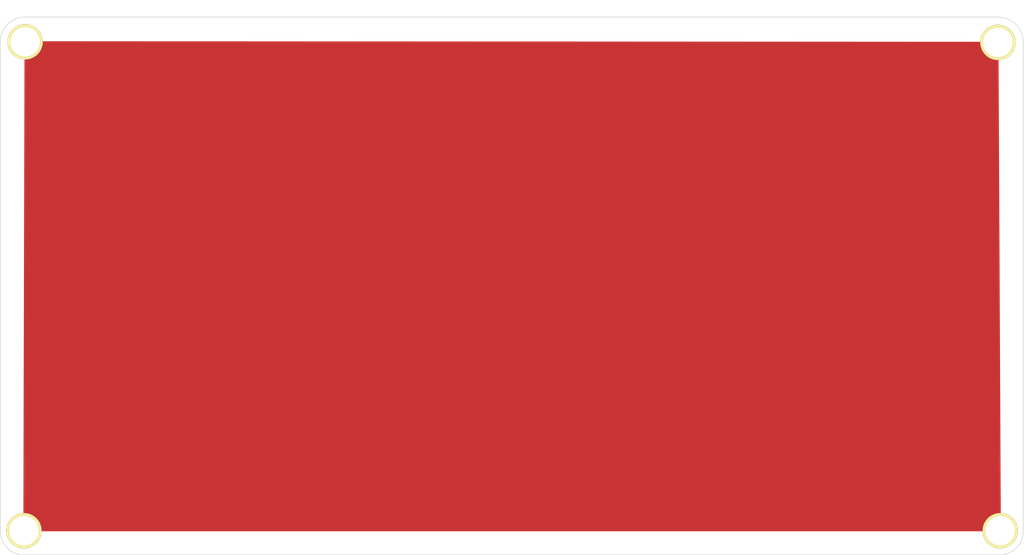
<source format=kicad_pcb>
(kicad_pcb (version 20171130) (host pcbnew "(5.1.6)-1")

  (general
    (thickness 1.6)
    (drawings 11)
    (tracks 0)
    (zones 0)
    (modules 7)
    (nets 1)
  )

  (page A4)
  (layers
    (0 F.Cu signal)
    (31 B.Cu signal)
    (32 B.Adhes user)
    (33 F.Adhes user)
    (34 B.Paste user)
    (35 F.Paste user)
    (36 B.SilkS user)
    (37 F.SilkS user)
    (38 B.Mask user)
    (39 F.Mask user)
    (40 Dwgs.User user)
    (41 Cmts.User user)
    (42 Eco1.User user)
    (43 Eco2.User user)
    (44 Edge.Cuts user)
    (45 Margin user)
    (46 B.CrtYd user)
    (47 F.CrtYd user)
    (48 B.Fab user)
    (49 F.Fab user)
  )

  (setup
    (last_trace_width 0.25)
    (user_trace_width 0.4)
    (trace_clearance 0.2)
    (zone_clearance 0.508)
    (zone_45_only no)
    (trace_min 0.2)
    (via_size 0.8)
    (via_drill 0.4)
    (via_min_size 0.4)
    (via_min_drill 0.3)
    (uvia_size 0.3)
    (uvia_drill 0.1)
    (uvias_allowed no)
    (uvia_min_size 0.2)
    (uvia_min_drill 0.1)
    (edge_width 0.05)
    (segment_width 0.2)
    (pcb_text_width 0.3)
    (pcb_text_size 1.5 1.5)
    (mod_edge_width 0.12)
    (mod_text_size 1 1)
    (mod_text_width 0.15)
    (pad_size 1.6 1.6)
    (pad_drill 1)
    (pad_to_mask_clearance 0.05)
    (aux_axis_origin 0 0)
    (visible_elements 7EFFFFFF)
    (pcbplotparams
      (layerselection 0x3d0fc_ffffffff)
      (usegerberextensions false)
      (usegerberattributes true)
      (usegerberadvancedattributes true)
      (creategerberjobfile true)
      (excludeedgelayer true)
      (linewidth 0.100000)
      (plotframeref false)
      (viasonmask false)
      (mode 1)
      (useauxorigin false)
      (hpglpennumber 1)
      (hpglpenspeed 20)
      (hpglpendiameter 15.000000)
      (psnegative false)
      (psa4output false)
      (plotreference true)
      (plotvalue true)
      (plotinvisibletext false)
      (padsonsilk false)
      (subtractmaskfromsilk false)
      (outputformat 1)
      (mirror false)
      (drillshape 0)
      (scaleselection 1)
      (outputdirectory "GerbersBlank/"))
  )

  (net 0 "")

  (net_class Default "This is the default net class."
    (clearance 0.2)
    (trace_width 0.25)
    (via_dia 0.8)
    (via_drill 0.4)
    (uvia_dia 0.3)
    (uvia_drill 0.1)
  )

  (module keebio:notwar (layer F.Cu) (tedit 0) (tstamp 5F867E27)
    (at 149.225 95.25)
    (fp_text reference G*** (at 0 0) (layer F.SilkS) hide
      (effects (font (size 1.524 1.524) (thickness 0.3)))
    )
    (fp_text value LOGO (at 0.75 0) (layer F.SilkS) hide
      (effects (font (size 1.524 1.524) (thickness 0.3)))
    )
    (fp_poly (pts (xy 12.374398 -1.350916) (xy 12.432386 -1.303643) (xy 12.533903 -1.169991) (xy 12.566316 -1.062904)
      (xy 12.506594 -0.923186) (xy 12.35566 -0.806276) (xy 12.155862 -0.740762) (xy 12.08096 -0.735263)
      (xy 11.879827 -0.675869) (xy 11.635935 -0.495565) (xy 11.611227 -0.472864) (xy 11.329737 -0.210466)
      (xy 11.309158 0.680162) (xy 11.297712 1.056253) (xy 11.28176 1.320241) (xy 11.25843 1.493697)
      (xy 11.224848 1.598194) (xy 11.179409 1.654343) (xy 10.994407 1.732597) (xy 10.821831 1.69508)
      (xy 10.774947 1.657685) (xy 10.736922 1.554735) (xy 10.711223 1.331357) (xy 10.697466 0.982805)
      (xy 10.694737 0.665566) (xy 10.696737 0.289319) (xy 10.705206 0.018005) (xy 10.723846 -0.177096)
      (xy 10.756357 -0.324708) (xy 10.806441 -0.453551) (xy 10.850223 -0.540934) (xy 11.10215 -0.881839)
      (xy 11.447315 -1.150412) (xy 11.854694 -1.323617) (xy 11.92953 -1.342285) (xy 12.147422 -1.385396)
      (xy 12.280903 -1.389411) (xy 12.374398 -1.350916)) (layer F.Mask) (width 0.01))
    (fp_poly (pts (xy 8.965933 -1.298866) (xy 9.353669 -1.097064) (xy 9.683044 -0.781766) (xy 9.771017 -0.661541)
      (xy 9.877561 -0.476647) (xy 9.951436 -0.274433) (xy 9.996731 -0.028622) (xy 10.017538 0.287061)
      (xy 10.017947 0.698894) (xy 10.013348 0.895251) (xy 9.999859 1.234266) (xy 9.979557 1.462378)
      (xy 9.948806 1.602331) (xy 9.903973 1.676868) (xy 9.886267 1.690488) (xy 9.744471 1.727812)
      (xy 9.584857 1.705152) (xy 9.46134 1.637473) (xy 9.424737 1.562365) (xy 9.390329 1.489951)
      (xy 9.307763 1.505824) (xy 8.886022 1.659799) (xy 8.53112 1.728579) (xy 8.209779 1.715558)
      (xy 7.944331 1.644923) (xy 7.549335 1.437781) (xy 7.239778 1.140056) (xy 7.026389 0.772022)
      (xy 6.919898 0.353955) (xy 6.922429 0.252137) (xy 7.571769 0.252137) (xy 7.61003 0.506791)
      (xy 7.69505 0.69093) (xy 7.790216 0.805353) (xy 8.028382 0.990096) (xy 8.2919 1.093283)
      (xy 8.522368 1.099285) (xy 8.673445 1.07519) (xy 8.737279 1.070387) (xy 8.832774 1.028614)
      (xy 8.980551 0.924031) (xy 9.053847 0.862842) (xy 9.270524 0.598356) (xy 9.375202 0.30485)
      (xy 9.375523 0.007305) (xy 9.27913 -0.269296) (xy 9.093665 -0.499974) (xy 8.826771 -0.659747)
      (xy 8.569984 -0.718794) (xy 8.204011 -0.699309) (xy 7.909664 -0.572445) (xy 7.699302 -0.350223)
      (xy 7.585282 -0.044663) (xy 7.571769 0.252137) (xy 6.922429 0.252137) (xy 6.931033 -0.093869)
      (xy 6.956641 -0.221627) (xy 7.102129 -0.569302) (xy 7.348496 -0.889259) (xy 7.663019 -1.149109)
      (xy 8.012973 -1.316464) (xy 8.08195 -1.335416) (xy 8.536478 -1.38053) (xy 8.965933 -1.298866)) (layer F.Mask) (width 0.01))
    (fp_poly (pts (xy 6.173133 -2.659768) (xy 6.223983 -2.583287) (xy 6.238181 -2.524509) (xy 6.233202 -2.437327)
      (xy 6.204571 -2.308665) (xy 6.147811 -2.125446) (xy 6.058448 -1.874594) (xy 5.932008 -1.543034)
      (xy 5.764014 -1.117689) (xy 5.549992 -0.585484) (xy 5.486928 -0.429658) (xy 5.287139 0.059373)
      (xy 5.099458 0.510845) (xy 4.930621 0.909163) (xy 4.787363 1.23873) (xy 4.676421 1.483953)
      (xy 4.604529 1.629233) (xy 4.583983 1.660979) (xy 4.438182 1.723666) (xy 4.333306 1.715966)
      (xy 4.259528 1.674508) (xy 4.171936 1.57519) (xy 4.061022 1.402859) (xy 3.917275 1.142362)
      (xy 3.731189 0.778546) (xy 3.677719 0.671247) (xy 3.510621 0.338883) (xy 3.362826 0.05287)
      (xy 3.244816 -0.167138) (xy 3.167075 -0.301486) (xy 3.141452 -0.33421) (xy 3.100833 -0.277435)
      (xy 3.01277 -0.120654) (xy 2.888075 0.115814) (xy 2.73756 0.411651) (xy 2.638356 0.611225)
      (xy 2.472604 0.942082) (xy 2.321149 1.23437) (xy 2.196309 1.465071) (xy 2.110399 1.611163)
      (xy 2.084041 1.647278) (xy 1.931629 1.728679) (xy 1.767497 1.714423) (xy 1.685129 1.654343)
      (xy 1.643924 1.573915) (xy 1.559385 1.38489) (xy 1.438038 1.102705) (xy 1.286412 0.7428)
      (xy 1.111035 0.320612) (xy 0.918435 -0.14842) (xy 0.803338 -0.431084) (xy 0.575266 -0.995499)
      (xy 0.394612 -1.449591) (xy 0.256932 -1.806255) (xy 0.157785 -2.078386) (xy 0.092729 -2.278876)
      (xy 0.057323 -2.42062) (xy 0.047125 -2.516513) (xy 0.057693 -2.579447) (xy 0.060749 -2.586742)
      (xy 0.178242 -2.709775) (xy 0.343315 -2.736402) (xy 0.50724 -2.66293) (xy 0.546607 -2.623552)
      (xy 0.598271 -2.530914) (xy 0.690989 -2.332266) (xy 0.816807 -2.045977) (xy 0.967772 -1.690413)
      (xy 1.135928 -1.283943) (xy 1.270243 -0.9525) (xy 1.442365 -0.527752) (xy 1.599464 -0.147264)
      (xy 1.734432 0.172326) (xy 1.840161 0.41438) (xy 1.90954 0.562258) (xy 1.934214 0.601579)
      (xy 1.975841 0.544874) (xy 2.065465 0.388076) (xy 2.192304 0.151166) (xy 2.345582 -0.145879)
      (xy 2.458446 -0.370086) (xy 2.628626 -0.701004) (xy 2.786453 -0.988805) (xy 2.91948 -1.212213)
      (xy 3.015257 -1.349955) (xy 3.051331 -1.383355) (xy 3.143582 -1.399771) (xy 3.234898 -1.36582)
      (xy 3.336268 -1.267664) (xy 3.458683 -1.091461) (xy 3.613132 -0.823371) (xy 3.810605 -0.449555)
      (xy 3.843421 -0.385835) (xy 4.008085 -0.067797) (xy 4.152803 0.207169) (xy 4.266018 0.417456)
      (xy 4.336172 0.541454) (xy 4.351805 0.564665) (xy 4.386844 0.516657) (xy 4.464001 0.360613)
      (xy 4.576085 0.112755) (xy 4.715905 -0.210695) (xy 4.876271 -0.593515) (xy 5.008842 -0.91758)
      (xy 5.184572 -1.347936) (xy 5.348796 -1.743565) (xy 5.493388 -2.085407) (xy 5.610221 -2.354399)
      (xy 5.691171 -2.53148) (xy 5.721867 -2.590131) (xy 5.862038 -2.714138) (xy 6.027769 -2.737142)
      (xy 6.173133 -2.659768)) (layer F.Mask) (width 0.01))
    (fp_poly (pts (xy -3.246848 -2.253405) (xy -3.138149 -2.087736) (xy -3.081208 -1.819602) (xy -3.074737 -1.666701)
      (xy -3.067128 -1.497304) (xy -3.022093 -1.42272) (xy -2.90632 -1.40414) (xy -2.848974 -1.403684)
      (xy -2.625767 -1.360568) (xy -2.504736 -1.231263) (xy -2.485039 -1.023384) (xy -2.513259 -0.903301)
      (xy -2.58798 -0.843985) (xy -2.749175 -0.818177) (xy -2.790658 -0.814972) (xy -3.074737 -0.794418)
      (xy -3.074737 0.323181) (xy -3.077028 0.757288) (xy -3.084997 1.07775) (xy -3.100284 1.304546)
      (xy -3.124533 1.457654) (xy -3.159384 1.557054) (xy -3.17879 1.589338) (xy -3.331851 1.716149)
      (xy -3.50705 1.71829) (xy -3.63812 1.632858) (xy -3.677214 1.57363) (xy -3.70556 1.473182)
      (xy -3.72474 1.312382) (xy -3.736338 1.072095) (xy -3.741936 0.73319) (xy -3.743158 0.362858)
      (xy -3.743158 -0.802105) (xy -3.997158 -0.802105) (xy -4.244341 -0.839404) (xy -4.381628 -0.950623)
      (xy -4.411579 -1.078067) (xy -4.351468 -1.246068) (xy -4.191692 -1.362204) (xy -3.972331 -1.403684)
      (xy -3.743158 -1.403684) (xy -3.743158 -1.769774) (xy -3.734151 -1.993883) (xy -3.697437 -2.128239)
      (xy -3.618476 -2.216127) (xy -3.585471 -2.239186) (xy -3.398793 -2.307069) (xy -3.246848 -2.253405)) (layer F.Mask) (width 0.01))
    (fp_poly (pts (xy -6.110245 -1.312735) (xy -5.751368 -1.145767) (xy -5.45151 -0.897347) (xy -5.222555 -0.584198)
      (xy -5.076386 -0.223046) (xy -5.024888 0.169386) (xy -5.079944 0.576373) (xy -5.253436 0.981191)
      (xy -5.280335 1.024986) (xy -5.545599 1.327599) (xy -5.891468 1.553125) (xy -6.28492 1.690212)
      (xy -6.692933 1.727503) (xy -7.082485 1.653645) (xy -7.095142 1.648996) (xy -7.496264 1.432926)
      (xy -7.808035 1.128561) (xy -8.02015 0.755414) (xy -8.122306 0.333001) (xy -8.114125 0.128678)
      (xy -7.472074 0.128678) (xy -7.466809 0.252137) (xy -7.429576 0.505732) (xy -7.345978 0.688776)
      (xy -7.249257 0.805353) (xy -7.011092 0.990096) (xy -6.747574 1.093283) (xy -6.517105 1.099285)
      (xy -6.366029 1.07519) (xy -6.302194 1.070387) (xy -6.2067 1.028614) (xy -6.058923 0.924031)
      (xy -5.985627 0.862842) (xy -5.763981 0.590207) (xy -5.660252 0.281927) (xy -5.675176 -0.036034)
      (xy -5.809487 -0.337714) (xy -5.947045 -0.499493) (xy -6.208637 -0.664179) (xy -6.521133 -0.732079)
      (xy -6.839658 -0.699668) (xy -7.084289 -0.588816) (xy -7.313158 -0.391373) (xy -7.436786 -0.164594)
      (xy -7.472074 0.128678) (xy -8.114125 0.128678) (xy -8.104201 -0.119166) (xy -8.082833 -0.221627)
      (xy -7.937345 -0.569302) (xy -7.690978 -0.889259) (xy -7.376455 -1.149109) (xy -7.0265 -1.316464)
      (xy -6.957524 -1.335416) (xy -6.516258 -1.381526) (xy -6.110245 -1.312735)) (layer F.Mask) (width 0.01))
    (fp_poly (pts (xy -12.187933 -2.729959) (xy -12.078811 -2.664164) (xy -11.937592 -2.53923) (xy -11.754621 -2.346377)
      (xy -11.520243 -2.076825) (xy -11.224804 -1.721792) (xy -10.858648 -1.272498) (xy -10.761894 -1.153026)
      (xy -10.440077 -0.756976) (xy -10.143886 -0.395568) (xy -9.884072 -0.081678) (xy -9.671391 0.171816)
      (xy -9.516595 0.352039) (xy -9.430439 0.446113) (xy -9.417556 0.456755) (xy -9.39985 0.399617)
      (xy -9.384433 0.225245) (xy -9.371957 -0.049918) (xy -9.363071 -0.409432) (xy -9.358428 -0.836857)
      (xy -9.357895 -1.050535) (xy -9.356784 -1.56917) (xy -9.351637 -1.969408) (xy -9.339736 -2.26653)
      (xy -9.31836 -2.475816) (xy -9.284789 -2.612548) (xy -9.236305 -2.692005) (xy -9.170186 -2.729469)
      (xy -9.083714 -2.74022) (xy -9.057105 -2.740526) (xy -8.975336 -2.73652) (xy -8.909906 -2.715571)
      (xy -8.858996 -2.664284) (xy -8.820786 -2.569263) (xy -8.793456 -2.417113) (xy -8.775187 -2.194438)
      (xy -8.76416 -1.887842) (xy -8.758554 -1.483929) (xy -8.75655 -0.969305) (xy -8.756316 -0.526142)
      (xy -8.756565 0.169261) (xy -8.762315 0.733841) (xy -8.781072 1.170443) (xy -8.820342 1.481913)
      (xy -8.88763 1.671098) (xy -8.990443 1.740841) (xy -9.136285 1.693991) (xy -9.332663 1.533391)
      (xy -9.587083 1.261889) (xy -9.907049 0.882329) (xy -10.300068 0.397558) (xy -10.508825 0.138316)
      (xy -10.83012 -0.258648) (xy -11.125398 -0.620016) (xy -11.384078 -0.933107) (xy -11.595577 -1.185245)
      (xy -11.749314 -1.363751) (xy -11.834706 -1.455946) (xy -11.847763 -1.465895) (xy -11.862028 -1.403526)
      (xy -11.874713 -1.226075) (xy -11.885211 -0.952139) (xy -11.892911 -0.600318) (xy -11.897205 -0.189208)
      (xy -11.897895 0.064491) (xy -11.898476 0.557019) (xy -11.901122 0.932672) (xy -11.907188 1.208257)
      (xy -11.918028 1.400581) (xy -11.934997 1.526451) (xy -11.959449 1.602673) (xy -11.99274 1.646056)
      (xy -12.027185 1.668701) (xy -12.234527 1.734205) (xy -12.395385 1.679291) (xy -12.419263 1.657685)
      (xy -12.443094 1.568446) (xy -12.463068 1.365586) (xy -12.479185 1.069113) (xy -12.491445 0.699034)
      (xy -12.499849 0.275356) (xy -12.504396 -0.181912) (xy -12.505086 -0.652763) (xy -12.501919 -1.11719)
      (xy -12.494895 -1.555186) (xy -12.484015 -1.946742) (xy -12.469278 -2.27185) (xy -12.450684 -2.510505)
      (xy -12.428233 -2.642697) (xy -12.419263 -2.660315) (xy -12.348505 -2.719254) (xy -12.274613 -2.745395)
      (xy -12.187933 -2.729959)) (layer F.Mask) (width 0.01))
  )

  (module keebio:makekbs (layer F.Cu) (tedit 0) (tstamp 5F867D94)
    (at 148.209 69.596)
    (fp_text reference G*** (at 0 0) (layer F.SilkS) hide
      (effects (font (size 1.524 1.524) (thickness 0.3)))
    )
    (fp_text value LOGO (at 0.75 0) (layer F.SilkS) hide
      (effects (font (size 1.524 1.524) (thickness 0.3)))
    )
    (fp_poly (pts (xy 23.047713 -0.932045) (xy 23.157124 -0.799259) (xy 23.167236 -0.766799) (xy 23.161681 -0.570845)
      (xy 23.036683 -0.431192) (xy 22.886238 -0.371802) (xy 22.752324 -0.30626) (xy 22.737521 -0.218836)
      (xy 22.832688 -0.125369) (xy 23.028682 -0.041693) (xy 23.085978 -0.025774) (xy 23.431734 0.11896)
      (xy 23.694794 0.340901) (xy 23.871926 0.617085) (xy 23.959899 0.924548) (xy 23.955483 1.240326)
      (xy 23.855444 1.541455) (xy 23.656552 1.804971) (xy 23.371113 2.00052) (xy 22.994403 2.120676)
      (xy 22.634682 2.108516) (xy 22.404112 2.026535) (xy 22.130719 1.825289) (xy 21.922223 1.542574)
      (xy 21.811802 1.22413) (xy 21.809208 1.206299) (xy 21.81267 0.950173) (xy 21.903516 0.79224)
      (xy 22.080009 0.735399) (xy 22.091316 0.735263) (xy 22.251965 0.775632) (xy 22.359322 0.910337)
      (xy 22.422105 1.114986) (xy 22.524817 1.348346) (xy 22.695156 1.484193) (xy 22.904898 1.511328)
      (xy 23.125815 1.41855) (xy 23.146972 1.402611) (xy 23.299956 1.214861) (xy 23.337531 1.007302)
      (xy 23.26861 0.809271) (xy 23.102105 0.65011) (xy 22.893421 0.567932) (xy 22.572034 0.476211)
      (xy 22.35871 0.360368) (xy 22.228205 0.206366) (xy 22.221848 0.19443) (xy 22.138769 -0.072793)
      (xy 22.135374 -0.359573) (xy 22.209513 -0.610846) (xy 22.256156 -0.683781) (xy 22.444287 -0.857031)
      (xy 22.659872 -0.958068) (xy 22.871489 -0.984026) (xy 23.047713 -0.932045)) (layer F.Mask) (width 0.01))
    (fp_poly (pts (xy 20.979966 -1.876104) (xy 21.028586 -1.844898) (xy 21.064628 -1.798443) (xy 21.089966 -1.718333)
      (xy 21.106472 -1.586157) (xy 21.116018 -1.383507) (xy 21.120477 -1.091972) (xy 21.121721 -0.693145)
      (xy 21.121733 -0.482254) (xy 21.118356 -0.059543) (xy 21.109176 0.331741) (xy 21.095258 0.666391)
      (xy 21.077664 0.9192) (xy 21.057459 1.064961) (xy 21.056265 1.069473) (xy 20.892135 1.424208)
      (xy 20.628402 1.719253) (xy 20.290391 1.942498) (xy 19.903428 2.081833) (xy 19.49284 2.125149)
      (xy 19.083953 2.060336) (xy 19.024919 2.040749) (xy 18.652556 1.840516) (xy 18.358151 1.543036)
      (xy 18.154708 1.167904) (xy 18.055228 0.734715) (xy 18.047369 0.567501) (xy 18.056668 0.488644)
      (xy 18.664117 0.488644) (xy 18.682864 0.815233) (xy 18.806246 1.106284) (xy 19.0237 1.335705)
      (xy 19.293476 1.46864) (xy 19.486326 1.518038) (xy 19.634266 1.521192) (xy 19.803532 1.473953)
      (xy 19.918457 1.429502) (xy 20.211402 1.250478) (xy 20.404773 1.003452) (xy 20.494896 0.713561)
      (xy 20.478095 0.405942) (xy 20.350697 0.105732) (xy 20.146488 -0.130344) (xy 19.871125 -0.291563)
      (xy 19.564898 -0.34226) (xy 19.260359 -0.28908) (xy 18.990061 -0.138669) (xy 18.786553 0.102329)
      (xy 18.760572 0.152605) (xy 18.664117 0.488644) (xy 18.056668 0.488644) (xy 18.10172 0.106601)
      (xy 18.266693 -0.279943) (xy 18.54517 -0.596916) (xy 18.882895 -0.820273) (xy 19.165168 -0.916887)
      (xy 19.506111 -0.960509) (xy 19.852123 -0.950048) (xy 20.149605 -0.884412) (xy 20.233128 -0.847787)
      (xy 20.383723 -0.773424) (xy 20.477098 -0.73624) (xy 20.483786 -0.735264) (xy 20.500829 -0.796833)
      (xy 20.513671 -0.960479) (xy 20.520148 -1.194612) (xy 20.520527 -1.271434) (xy 20.523467 -1.540314)
      (xy 20.537698 -1.706681) (xy 20.57134 -1.801668) (xy 20.632509 -1.856408) (xy 20.679177 -1.879889)
      (xy 20.861551 -1.916543) (xy 20.979966 -1.876104)) (layer F.Mask) (width 0.01))
    (fp_poly (pts (xy 17.223635 -0.939569) (xy 17.340417 -0.803412) (xy 17.352431 -0.764973) (xy 17.343048 -0.57072)
      (xy 17.2159 -0.421383) (xy 16.982721 -0.328684) (xy 16.901757 -0.314705) (xy 16.677577 -0.250675)
      (xy 16.482954 -0.140887) (xy 16.461395 -0.122453) (xy 16.316607 0.037472) (xy 16.215907 0.223139)
      (xy 16.152358 0.460994) (xy 16.119023 0.77748) (xy 16.108964 1.199043) (xy 16.108948 1.221063)
      (xy 16.103568 1.593287) (xy 16.083534 1.851553) (xy 16.043003 2.015295) (xy 15.976131 2.103948)
      (xy 15.877075 2.136948) (xy 15.832985 2.138947) (xy 15.695616 2.094124) (xy 15.606244 2.027747)
      (xy 15.561007 1.96489) (xy 15.531228 1.868226) (xy 15.51491 1.714718) (xy 15.510059 1.481329)
      (xy 15.514677 1.145023) (xy 15.517917 1.008405) (xy 15.529044 0.636375) (xy 15.543777 0.369118)
      (xy 15.566938 0.177727) (xy 15.603348 0.033297) (xy 15.657831 -0.093078) (xy 15.720379 -0.205218)
      (xy 15.997678 -0.549086) (xy 16.364598 -0.806071) (xy 16.702792 -0.935634) (xy 17.011401 -0.983563)
      (xy 17.223635 -0.939569)) (layer F.Mask) (width 0.01))
    (fp_poly (pts (xy 13.749 -0.909489) (xy 14.128852 -0.753369) (xy 14.443898 -0.487749) (xy 14.473037 -0.454116)
      (xy 14.610807 -0.275795) (xy 14.709479 -0.100844) (xy 14.775341 0.097905) (xy 14.814681 0.347622)
      (xy 14.833786 0.675476) (xy 14.838943 1.108634) (xy 14.838948 1.127017) (xy 14.836865 1.505099)
      (xy 14.829132 1.769991) (xy 14.813524 1.942147) (xy 14.787814 2.042017) (xy 14.749775 2.090054)
      (xy 14.733218 2.098374) (xy 14.504136 2.135469) (xy 14.328416 2.055905) (xy 14.284959 2.005208)
      (xy 14.215571 1.922116) (xy 14.14073 1.908785) (xy 14.010351 1.962103) (xy 13.963669 1.985253)
      (xy 13.590089 2.103412) (xy 13.179204 2.119308) (xy 12.779777 2.03297) (xy 12.663848 1.984473)
      (xy 12.270493 1.734642) (xy 11.990798 1.414441) (xy 11.824825 1.023977) (xy 11.787097 0.690984)
      (xy 12.383178 0.690984) (xy 12.487812 1.006011) (xy 12.697033 1.262652) (xy 12.996721 1.435326)
      (xy 13.00079 1.436778) (xy 13.204884 1.504525) (xy 13.344894 1.524149) (xy 13.482441 1.493025)
      (xy 13.679145 1.408527) (xy 13.680711 1.407817) (xy 13.967564 1.211704) (xy 14.153261 0.943995)
      (xy 14.228466 0.630253) (xy 14.183842 0.296045) (xy 14.133297 0.168521) (xy 13.936733 -0.104683)
      (xy 13.658549 -0.273172) (xy 13.304034 -0.333816) (xy 13.285061 -0.333961) (xy 13.070982 -0.318758)
      (xy 12.906631 -0.255353) (xy 12.728257 -0.117667) (xy 12.704687 -0.096546) (xy 12.542225 0.08093)
      (xy 12.426221 0.263961) (xy 12.397247 0.343153) (xy 12.383178 0.690984) (xy 11.787097 0.690984)
      (xy 11.772636 0.563356) (xy 11.776192 0.456764) (xy 11.851484 0.029228) (xy 12.03119 -0.326121)
      (xy 12.325592 -0.626052) (xy 12.524951 -0.764154) (xy 12.733105 -0.878782) (xy 12.922551 -0.938872)
      (xy 13.155008 -0.960322) (xy 13.291568 -0.961597) (xy 13.749 -0.909489)) (layer F.Mask) (width 0.01))
    (fp_poly (pts (xy 9.998703 -0.911684) (xy 10.35758 -0.744716) (xy 10.657438 -0.496295) (xy 10.886393 -0.183146)
      (xy 11.032561 0.178006) (xy 11.08406 0.570438) (xy 11.029004 0.977425) (xy 10.855511 1.382243)
      (xy 10.828613 1.426037) (xy 10.563349 1.72865) (xy 10.21748 1.954177) (xy 9.824028 2.091263)
      (xy 9.416015 2.128554) (xy 9.026463 2.054696) (xy 9.013806 2.050047) (xy 8.612683 1.833977)
      (xy 8.300913 1.529612) (xy 8.088798 1.156466) (xy 7.986641 0.734052) (xy 7.994822 0.52973)
      (xy 8.636874 0.52973) (xy 8.642139 0.653189) (xy 8.679371 0.906784) (xy 8.76297 1.089827)
      (xy 8.85969 1.206405) (xy 9.097856 1.391148) (xy 9.361374 1.494335) (xy 9.591842 1.500337)
      (xy 9.742919 1.476242) (xy 9.806753 1.471439) (xy 9.902248 1.429666) (xy 10.050025 1.325083)
      (xy 10.123321 1.263894) (xy 10.344967 0.991258) (xy 10.448696 0.682979) (xy 10.433772 0.365017)
      (xy 10.299461 0.063338) (xy 10.161902 -0.098441) (xy 9.900311 -0.263128) (xy 9.587815 -0.331027)
      (xy 9.26929 -0.298616) (xy 9.024658 -0.187764) (xy 8.79579 0.009679) (xy 8.672162 0.236458)
      (xy 8.636874 0.52973) (xy 7.994822 0.52973) (xy 8.004747 0.281885) (xy 8.026115 0.179424)
      (xy 8.171603 -0.16825) (xy 8.41797 -0.488207) (xy 8.732493 -0.748057) (xy 9.082447 -0.915412)
      (xy 9.151424 -0.934364) (xy 9.592689 -0.980474) (xy 9.998703 -0.911684)) (layer F.Mask) (width 0.01))
    (fp_poly (pts (xy 4.580604 -1.916718) (xy 4.683342 -1.869228) (xy 4.748899 -1.816562) (xy 4.787995 -1.725023)
      (xy 4.807074 -1.564354) (xy 4.812578 -1.304298) (xy 4.812632 -1.262079) (xy 4.818052 -0.983837)
      (xy 4.836224 -0.821641) (xy 4.870018 -0.758216) (xy 4.896185 -0.759125) (xy 5.24887 -0.882714)
      (xy 5.591266 -0.960086) (xy 5.879074 -0.982294) (xy 5.963514 -0.974635) (xy 6.40359 -0.843015)
      (xy 6.772299 -0.609601) (xy 7.055515 -0.290584) (xy 7.239113 0.097841) (xy 7.30897 0.539481)
      (xy 7.309237 0.568157) (xy 7.248004 1.024549) (xy 7.070356 1.428371) (xy 6.786435 1.762631)
      (xy 6.465753 1.981114) (xy 6.196748 2.070504) (xy 5.8633 2.112845) (xy 5.527332 2.104711)
      (xy 5.26368 2.047652) (xy 4.858486 1.831202) (xy 4.54059 1.522625) (xy 4.371618 1.244401)
      (xy 4.316704 1.119437) (xy 4.276074 0.999293) (xy 4.247573 0.861641) (xy 4.229048 0.68415)
      (xy 4.226332 0.62332) (xy 4.837843 0.62332) (xy 4.917917 0.918564) (xy 5.095796 1.182002)
      (xy 5.354045 1.389519) (xy 5.675233 1.517004) (xy 5.748421 1.53125) (xy 5.828739 1.518535)
      (xy 5.984001 1.480301) (xy 6.01959 1.470576) (xy 6.325552 1.323075) (xy 6.539718 1.082035)
      (xy 6.653024 0.758921) (xy 6.665599 0.653189) (xy 6.666144 0.388402) (xy 6.612949 0.189359)
      (xy 6.557204 0.086797) (xy 6.337073 -0.153689) (xy 6.063024 -0.291957) (xy 5.762554 -0.331819)
      (xy 5.463162 -0.277089) (xy 5.192345 -0.131582) (xy 4.9776 0.10089) (xy 4.873007 0.320385)
      (xy 4.837843 0.62332) (xy 4.226332 0.62332) (xy 4.218344 0.444492) (xy 4.213306 0.120336)
      (xy 4.21178 -0.310647) (xy 4.211706 -0.412989) (xy 4.212956 -0.876901) (xy 4.21811 -1.225108)
      (xy 4.228488 -1.475568) (xy 4.245408 -1.646235) (xy 4.270192 -1.755066) (xy 4.304157 -1.820015)
      (xy 4.316091 -1.833384) (xy 4.444578 -1.925194) (xy 4.580604 -1.916718)) (layer F.Mask) (width 0.01))
    (fp_poly (pts (xy -1.184938 -0.968433) (xy -0.906167 -0.88078) (xy -0.642219 -0.762087) (xy -0.451983 -0.63477)
      (xy -0.451184 -0.634026) (xy -0.328655 -0.497275) (xy -0.278503 -0.365888) (xy -0.30751 -0.220136)
      (xy -0.422463 -0.040294) (xy -0.630143 0.193366) (xy -0.792292 0.357875) (xy -1.033067 0.591887)
      (xy -1.205674 0.742987) (xy -1.332412 0.826684) (xy -1.435581 0.858488) (xy -1.510844 0.857623)
      (xy -1.657023 0.814192) (xy -1.717782 0.699978) (xy -1.726513 0.642497) (xy -1.720173 0.518417)
      (xy -1.658567 0.389568) (xy -1.52308 0.224548) (xy -1.407289 0.103914) (xy -1.247686 -0.069453)
      (xy -1.141846 -0.20765) (xy -1.109924 -0.283903) (xy -1.112311 -0.287926) (xy -1.238196 -0.335018)
      (xy -1.439186 -0.335537) (xy -1.667517 -0.295576) (xy -1.87542 -0.221227) (xy -1.944273 -0.18181)
      (xy -2.169856 0.013399) (xy -2.291432 0.241515) (xy -2.325099 0.538315) (xy -2.319967 0.653189)
      (xy -2.28265 0.907051) (xy -2.198917 1.090215) (xy -2.103088 1.205702) (xy -1.82264 1.411213)
      (xy -1.505761 1.496237) (xy -1.176571 1.459476) (xy -0.85919 1.299629) (xy -0.826141 1.274559)
      (xy -0.614642 1.160046) (xy -0.437542 1.15823) (xy -0.316969 1.259414) (xy -0.275049 1.4539)
      (xy -0.279249 1.514237) (xy -0.363441 1.69977) (xy -0.551714 1.862451) (xy -0.815156 1.992999)
      (xy -1.124853 2.082131) (xy -1.451893 2.120566) (xy -1.767363 2.099021) (xy -1.9483 2.050047)
      (xy -2.349422 1.833977) (xy -2.661192 1.529612) (xy -2.873307 1.156466) (xy -2.975464 0.734052)
      (xy -2.957358 0.281885) (xy -2.93599 0.179424) (xy -2.786321 -0.177007) (xy -2.533198 -0.49638)
      (xy -2.206112 -0.755708) (xy -1.83455 -0.932003) (xy -1.448002 -1.002276) (xy -1.419638 -1.002632)
      (xy -1.184938 -0.968433)) (layer F.Mask) (width 0.01))
    (fp_poly (pts (xy -5.656609 -1.849741) (xy -5.645508 -1.842569) (xy -5.581692 -1.795011) (xy -5.536884 -1.734789)
      (xy -5.507111 -1.63885) (xy -5.4884 -1.484143) (xy -5.476779 -1.247615) (xy -5.468274 -0.906215)
      (xy -5.466175 -0.802083) (xy -5.447631 0.13305) (xy -4.745789 -0.432224) (xy -4.47845 -0.641294)
      (xy -4.240504 -0.81583) (xy -4.054706 -0.93996) (xy -3.943811 -0.997809) (xy -3.931748 -1.000065)
      (xy -3.776143 -0.945998) (xy -3.652368 -0.81116) (xy -3.609473 -0.666932) (xy -3.66295 -0.567097)
      (xy -3.816701 -0.401712) (xy -4.060709 -0.180774) (xy -4.277894 0) (xy -4.52824 0.204702)
      (xy -4.735885 0.378231) (xy -4.881313 0.504) (xy -4.945012 0.565422) (xy -4.946315 0.568157)
      (xy -4.897396 0.617831) (xy -4.763646 0.734486) (xy -4.564581 0.901537) (xy -4.319715 1.102395)
      (xy -4.277894 1.136315) (xy -3.97712 1.389942) (xy -3.759646 1.594954) (xy -3.635493 1.741357)
      (xy -3.609473 1.803247) (xy -3.664654 1.967214) (xy -3.796512 2.096099) (xy -3.931748 2.138778)
      (xy -4.023304 2.098654) (xy -4.194907 1.98892) (xy -4.423727 1.825336) (xy -4.686935 1.623659)
      (xy -4.745789 1.576863) (xy -5.447631 1.015117) (xy -5.481052 1.512781) (xy -5.513051 1.813455)
      (xy -5.568173 2.003023) (xy -5.658356 2.103598) (xy -5.795539 2.13729) (xy -5.818605 2.137923)
      (xy -5.955556 2.09449) (xy -6.002421 2.058736) (xy -6.02804 1.991556) (xy -6.048233 1.84053)
      (xy -6.063392 1.596037) (xy -6.073908 1.24846) (xy -6.080172 0.788179) (xy -6.082578 0.205575)
      (xy -6.082631 0.089246) (xy -6.082323 -0.462467) (xy -6.080691 -0.895589) (xy -6.076673 -1.225215)
      (xy -6.069206 -1.466438) (xy -6.057228 -1.634351) (xy -6.039677 -1.744048) (xy -6.015491 -1.810623)
      (xy -5.983607 -1.849169) (xy -5.944465 -1.873978) (xy -5.80569 -1.91088) (xy -5.656609 -1.849741)) (layer F.Mask) (width 0.01))
    (fp_poly (pts (xy -9.507489 -0.946322) (xy -9.136169 -0.798593) (xy -8.839868 -0.582109) (xy -8.734003 -0.459493)
      (xy -8.699997 -0.334051) (xy -8.745207 -0.187159) (xy -8.876987 -0.000192) (xy -9.102693 0.245475)
      (xy -9.208978 0.352489) (xy -9.510903 0.63334) (xy -9.747818 0.807199) (xy -9.929339 0.877991)
      (xy -10.065082 0.849641) (xy -10.157648 0.739657) (xy -10.209143 0.620581) (xy -10.209368 0.515679)
      (xy -10.145671 0.39472) (xy -10.005397 0.227477) (xy -9.892631 0.106513) (xy -9.729646 -0.071401)
      (xy -9.610669 -0.211919) (xy -9.558996 -0.287363) (xy -9.558421 -0.290538) (xy -9.618545 -0.315531)
      (xy -9.772162 -0.331335) (xy -9.890305 -0.334211) (xy -10.125734 -0.316961) (xy -10.30068 -0.248189)
      (xy -10.454382 -0.130344) (xy -10.690557 0.149748) (xy -10.7985 0.453826) (xy -10.777184 0.767672)
      (xy -10.625582 1.077067) (xy -10.548545 1.173769) (xy -10.276151 1.393501) (xy -9.964678 1.493146)
      (xy -9.637333 1.470907) (xy -9.317326 1.324983) (xy -9.248246 1.274559) (xy -9.038678 1.160693)
      (xy -8.860247 1.156339) (xy -8.736123 1.254311) (xy -8.689474 1.447423) (xy -8.689473 1.447869)
      (xy -8.751559 1.644188) (xy -8.919885 1.818872) (xy -9.167553 1.962365) (xy -9.467665 2.065108)
      (xy -9.793324 2.117543) (xy -10.117631 2.110112) (xy -10.377372 2.047652) (xy -10.787597 1.828927)
      (xy -11.104875 1.514851) (xy -11.279528 1.219026) (xy -11.407564 0.804639) (xy -11.418321 0.407087)
      (xy -11.327246 0.037776) (xy -11.149789 -0.291888) (xy -10.901399 -0.570501) (xy -10.597526 -0.786656)
      (xy -10.253617 -0.928949) (xy -9.885122 -0.985973) (xy -9.507489 -0.946322)) (layer F.Mask) (width 0.01))
    (fp_poly (pts (xy -14.11948 -1.879886) (xy -14.108955 -1.874401) (xy -14.032734 -1.821737) (xy -13.977536 -1.743939)
      (xy -13.939388 -1.619921) (xy -13.914315 -1.428593) (xy -13.898345 -1.148867) (xy -13.887502 -0.759654)
      (xy -13.886097 -0.691744) (xy -13.869736 0.12046) (xy -13.167894 -0.440918) (xy -12.899931 -0.648673)
      (xy -12.661084 -0.821708) (xy -12.474305 -0.944253) (xy -12.362546 -1.000537) (xy -12.35062 -1.002463)
      (xy -12.224599 -0.945928) (xy -12.11528 -0.813168) (xy -12.060349 -0.659983) (xy -12.068108 -0.584161)
      (xy -12.133555 -0.505099) (xy -12.283446 -0.36415) (xy -12.496066 -0.180677) (xy -12.749703 0.025952)
      (xy -12.77193 0.043547) (xy -13.05698 0.274006) (xy -13.243233 0.438805) (xy -13.34141 0.54895)
      (xy -13.36223 0.615446) (xy -13.348015 0.635) (xy -12.990377 0.912096) (xy -12.669055 1.172467)
      (xy -12.399975 1.402292) (xy -12.199066 1.587749) (xy -12.082253 1.715018) (xy -12.060418 1.752331)
      (xy -12.073355 1.902773) (xy -12.172216 2.04619) (xy -12.316558 2.131932) (xy -12.36913 2.138947)
      (xy -12.461918 2.098728) (xy -12.63458 1.988553) (xy -12.864369 1.824139) (xy -13.128538 1.621207)
      (xy -13.194296 1.568704) (xy -13.903158 0.998461) (xy -13.903158 1.458081) (xy -13.911775 1.72767)
      (xy -13.942539 1.898762) (xy -14.002815 2.00572) (xy -14.025394 2.028324) (xy -14.202105 2.128954)
      (xy -14.36735 2.096887) (xy -14.460956 2.01671) (xy -14.494313 1.966622) (xy -14.520319 1.888514)
      (xy -14.539858 1.766879) (xy -14.553816 1.586207) (xy -14.563079 1.330992) (xy -14.568533 0.985725)
      (xy -14.571064 0.534896) (xy -14.571579 0.07983) (xy -14.571579 -1.734813) (xy -14.408956 -1.841368)
      (xy -14.256217 -1.909676) (xy -14.11948 -1.879886)) (layer F.Mask) (width 0.01))
    (fp_poly (pts (xy -16.281658 -0.904652) (xy -15.901673 -0.7141) (xy -15.573765 -0.420887) (xy -15.334784 -0.066843)
      (xy -15.274263 0.114682) (xy -15.226796 0.380663) (xy -15.193326 0.700287) (xy -15.174793 1.042738)
      (xy -15.172141 1.377201) (xy -15.186309 1.672862) (xy -15.218242 1.898905) (xy -15.268879 2.024516)
      (xy -15.270808 2.026522) (xy -15.438734 2.121872) (xy -15.622458 2.124274) (xy -15.769038 2.035399)
      (xy -15.787134 2.01025) (xy -15.852982 1.928061) (xy -15.932542 1.923133) (xy -16.065907 1.98415)
      (xy -16.329419 2.071212) (xy -16.658354 2.112683) (xy -16.991329 2.105305) (xy -17.262109 2.047652)
      (xy -17.672334 1.828927) (xy -17.989612 1.514851) (xy -18.164265 1.219026) (xy -18.291652 0.794299)
      (xy -18.293201 0.652839) (xy -17.672579 0.652839) (xy -17.591086 0.948516) (xy -17.421405 1.196456)
      (xy -17.185391 1.38037) (xy -16.904898 1.483969) (xy -16.601781 1.490967) (xy -16.297897 1.385074)
      (xy -16.256151 1.36007) (xy -16.032658 1.144886) (xy -15.893969 0.858425) (xy -15.848671 0.539241)
      (xy -15.905352 0.225884) (xy -15.972557 0.086797) (xy -16.195502 -0.157266) (xy -16.500592 -0.298147)
      (xy -16.805144 -0.334211) (xy -17.111569 -0.271698) (xy -17.379227 -0.101178) (xy -17.575668 0.151823)
      (xy -17.644027 0.325713) (xy -17.672579 0.652839) (xy -18.293201 0.652839) (xy -18.296272 0.372471)
      (xy -18.187925 -0.02633) (xy -17.976414 -0.381976) (xy -17.671539 -0.674338) (xy -17.283103 -0.88329)
      (xy -17.114387 -0.936961) (xy -16.692851 -0.982339) (xy -16.281658 -0.904652)) (layer F.Mask) (width 0.01))
    (fp_poly (pts (xy -19.091564 -2.284547) (xy -19.063368 -2.259264) (xy -19.039537 -2.170025) (xy -19.019564 -1.967165)
      (xy -19.003446 -1.670692) (xy -18.991186 -1.300613) (xy -18.982783 -0.876936) (xy -18.978236 -0.419667)
      (xy -18.977546 0.051184) (xy -18.980713 0.515611) (xy -18.987736 0.953607) (xy -18.998616 1.345163)
      (xy -19.013354 1.670271) (xy -19.031947 1.908926) (xy -19.054398 2.041118) (xy -19.063368 2.058736)
      (xy -19.221345 2.133933) (xy -19.398045 2.095727) (xy -19.479699 2.033909) (xy -19.513062 1.984166)
      (xy -19.5387 1.89938) (xy -19.557574 1.763573) (xy -19.570649 1.560765) (xy -19.578888 1.274979)
      (xy -19.583254 0.890236) (xy -19.584709 0.390557) (xy -19.584736 0.29148) (xy -19.584736 -1.345912)
      (xy -20.303289 -0.706602) (xy -20.566991 -0.477943) (xy -20.801679 -0.285517) (xy -20.986741 -0.145407)
      (xy -21.101567 -0.073694) (xy -21.122105 -0.067716) (xy -21.215726 -0.098041) (xy -21.367447 -0.193364)
      (xy -21.58703 -0.361069) (xy -21.884238 -0.608541) (xy -22.203522 -0.885658) (xy -22.404681 -1.058403)
      (xy -22.567714 -1.190909) (xy -22.667156 -1.262788) (xy -22.683597 -1.27) (xy -22.695395 -1.206175)
      (xy -22.705944 -1.026759) (xy -22.714772 -0.749846) (xy -22.721406 -0.393526) (xy -22.725374 0.024107)
      (xy -22.726315 0.365279) (xy -22.726836 0.87541) (xy -22.729219 1.2681) (xy -22.734696 1.559593)
      (xy -22.7445 1.766132) (xy -22.759863 1.903958) (xy -22.782016 1.989314) (xy -22.812191 2.038443)
      (xy -22.851622 2.067588) (xy -22.855605 2.069753) (xy -23.062947 2.135257) (xy -23.223805 2.080343)
      (xy -23.247684 2.058736) (xy -23.271515 1.969498) (xy -23.291488 1.766638) (xy -23.307605 1.470165)
      (xy -23.319866 1.100086) (xy -23.328269 0.676408) (xy -23.332816 0.21914) (xy -23.333506 -0.251712)
      (xy -23.330339 -0.716139) (xy -23.323316 -1.154134) (xy -23.312435 -1.54569) (xy -23.297698 -1.870799)
      (xy -23.279104 -2.109453) (xy -23.256654 -2.241645) (xy -23.247684 -2.259264) (xy -23.16128 -2.318113)
      (xy -23.05602 -2.325844) (xy -22.917681 -2.274382) (xy -22.732041 -2.155651) (xy -22.484879 -1.961576)
      (xy -22.161971 -1.68408) (xy -22.032161 -1.56908) (xy -21.750347 -1.318871) (xy -21.505413 -1.102837)
      (xy -21.31379 -0.935355) (xy -21.191908 -0.830801) (xy -21.155526 -0.802106) (xy -21.103172 -0.844261)
      (xy -20.96759 -0.961145) (xy -20.765209 -1.13838) (xy -20.512461 -1.361593) (xy -20.278891 -1.56908)
      (xy -19.926937 -1.876832) (xy -19.655573 -2.098414) (xy -19.450575 -2.241901) (xy -19.297723 -2.315368)
      (xy -19.182793 -2.326892) (xy -19.091564 -2.284547)) (layer F.Mask) (width 0.01))
    (fp_poly (pts (xy 3.344692 -0.986951) (xy 3.392237 -0.962127) (xy 3.460614 -0.907689) (xy 3.502542 -0.836715)
      (xy 3.513831 -0.737059) (xy 3.49029 -0.596576) (xy 3.427727 -0.40312) (xy 3.321952 -0.144547)
      (xy 3.168774 0.19129) (xy 2.964001 0.616535) (xy 2.703444 1.143336) (xy 2.581331 1.387873)
      (xy 2.293367 1.960583) (xy 2.056442 2.422358) (xy 1.86355 2.782686) (xy 1.707689 3.05106)
      (xy 1.581855 3.236969) (xy 1.479044 3.349904) (xy 1.392253 3.399356) (xy 1.314478 3.394816)
      (xy 1.238715 3.345774) (xy 1.180097 3.28671) (xy 1.093971 3.161745) (xy 1.069474 3.084848)
      (xy 1.098006 2.994314) (xy 1.174846 2.814672) (xy 1.286861 2.575541) (xy 1.370775 2.405297)
      (xy 1.672075 1.805372) (xy 1.069985 0.6026) (xy 0.885812 0.228329) (xy 0.724399 -0.111843)
      (xy 0.594941 -0.397528) (xy 0.506636 -0.608335) (xy 0.468681 -0.723877) (xy 0.467895 -0.732208)
      (xy 0.525727 -0.868774) (xy 0.66397 -0.962287) (xy 0.829745 -0.979947) (xy 0.856404 -0.973192)
      (xy 0.92741 -0.901034) (xy 1.043886 -0.72452) (xy 1.195671 -0.460858) (xy 1.372606 -0.127251)
      (xy 1.470389 0.066563) (xy 1.637147 0.398446) (xy 1.784414 0.683952) (xy 1.901729 0.903409)
      (xy 1.978635 1.037144) (xy 2.003483 1.069357) (xy 2.044012 1.01287) (xy 2.133772 0.856638)
      (xy 2.261998 0.62038) (xy 2.417925 0.323816) (xy 2.54 0.086569) (xy 2.753311 -0.323733)
      (xy 2.921415 -0.624835) (xy 3.054458 -0.829223) (xy 3.162587 -0.949381) (xy 3.25595 -0.997795)
      (xy 3.344692 -0.986951)) (layer F.Mask) (width 0.01))
  )

  (module keebio:kbimgmask (layer F.Cu) (tedit 0) (tstamp 5F868B7D)
    (at 148.336 82.296)
    (fp_text reference G*** (at 0 0) (layer F.SilkS) hide
      (effects (font (size 1.524 1.524) (thickness 0.3)))
    )
    (fp_text value LOGO (at 0.75 0) (layer F.SilkS) hide
      (effects (font (size 1.524 1.524) (thickness 0.3)))
    )
    (fp_poly (pts (xy -16.75194 -8.03736) (xy -16.190536 -8.037276) (xy -15.595319 -8.037117) (xy -14.965798 -8.036881)
      (xy -14.301479 -8.03657) (xy -13.601871 -8.036183) (xy -12.86648 -8.03572) (xy -12.094815 -8.035181)
      (xy -11.286383 -8.034566) (xy -10.440692 -8.033875) (xy -9.557248 -8.033108) (xy -8.63556 -8.032264)
      (xy -7.675136 -8.031345) (xy -6.675482 -8.03035) (xy -5.636107 -8.029279) (xy -4.556518 -8.028132)
      (xy -3.436223 -8.026909) (xy -2.274729 -8.025609) (xy -1.071543 -8.024234) (xy -0.697702 -8.023801)
      (xy 0.247665 -8.022697) (xy 1.184195 -8.021593) (xy 2.110943 -8.02049) (xy 3.026962 -8.019389)
      (xy 3.931306 -8.018292) (xy 4.823027 -8.0172) (xy 5.701181 -8.016113) (xy 6.56482 -8.015035)
      (xy 7.412999 -8.013965) (xy 8.244771 -8.012905) (xy 9.059189 -8.011857) (xy 9.855307 -8.010822)
      (xy 10.632179 -8.009801) (xy 11.388859 -8.008795) (xy 12.1244 -8.007807) (xy 12.837856 -8.006836)
      (xy 13.52828 -8.005886) (xy 14.194726 -8.004956) (xy 14.836248 -8.004048) (xy 15.4519 -8.003163)
      (xy 16.040735 -8.002304) (xy 16.601806 -8.001471) (xy 17.134168 -8.000665) (xy 17.636874 -7.999889)
      (xy 18.108977 -7.999142) (xy 18.549532 -7.998427) (xy 18.957592 -7.997745) (xy 19.332211 -7.997097)
      (xy 19.672442 -7.996484) (xy 19.977339 -7.995909) (xy 20.245955 -7.995372) (xy 20.477345 -7.994874)
      (xy 20.670561 -7.994417) (xy 20.824659 -7.994002) (xy 20.93869 -7.993631) (xy 21.011709 -7.993305)
      (xy 21.029083 -7.993188) (xy 21.233574 -7.991427) (xy 21.400629 -7.989567) (xy 21.535143 -7.987331)
      (xy 21.642015 -7.984438) (xy 21.726139 -7.980612) (xy 21.792414 -7.975572) (xy 21.845735 -7.96904)
      (xy 21.890998 -7.960737) (xy 21.933101 -7.950385) (xy 21.970654 -7.939589) (xy 22.204418 -7.848898)
      (xy 22.415694 -7.724724) (xy 22.601388 -7.570309) (xy 22.758411 -7.388891) (xy 22.88367 -7.18371)
      (xy 22.974074 -6.958005) (xy 23.00028 -6.860575) (xy 23.003368 -6.844066) (xy 23.006255 -6.821087)
      (xy 23.008946 -6.790271) (xy 23.011447 -6.750252) (xy 23.013765 -6.699666) (xy 23.015905 -6.637145)
      (xy 23.017873 -6.561325) (xy 23.019675 -6.47084) (xy 23.021317 -6.364324) (xy 23.022805 -6.240411)
      (xy 23.024145 -6.097736) (xy 23.025343 -5.934932) (xy 23.026404 -5.750635) (xy 23.027336 -5.543478)
      (xy 23.028143 -5.312096) (xy 23.028832 -5.055123) (xy 23.029408 -4.771194) (xy 23.029878 -4.458941)
      (xy 23.030247 -4.117001) (xy 23.030522 -3.744007) (xy 23.030709 -3.338593) (xy 23.030812 -2.899394)
      (xy 23.030839 -2.425044) (xy 23.030795 -1.914178) (xy 23.030686 -1.365429) (xy 23.030518 -0.777431)
      (xy 23.030298 -0.14882) (xy 23.030233 0.020781) (xy 23.02997 0.658918) (xy 23.029691 1.256099)
      (xy 23.029388 1.813698) (xy 23.029054 2.333092) (xy 23.028681 2.815658) (xy 23.028263 3.262771)
      (xy 23.027792 3.675808) (xy 23.027261 4.056144) (xy 23.026662 4.405156) (xy 23.025989 4.724221)
      (xy 23.025235 5.014714) (xy 23.024391 5.278011) (xy 23.02345 5.515488) (xy 23.022406 5.728522)
      (xy 23.021252 5.918489) (xy 23.019979 6.086766) (xy 23.018581 6.234727) (xy 23.01705 6.363749)
      (xy 23.01538 6.475209) (xy 23.013563 6.570483) (xy 23.011591 6.650946) (xy 23.009458 6.717976)
      (xy 23.007155 6.772947) (xy 23.004677 6.817237) (xy 23.002016 6.852221) (xy 22.999164 6.879275)
      (xy 22.996114 6.899776) (xy 22.993957 6.910531) (xy 22.920605 7.140966) (xy 22.810582 7.353865)
      (xy 22.667211 7.545565) (xy 22.493816 7.712406) (xy 22.29372 7.850725) (xy 22.070248 7.956861)
      (xy 22.031372 7.971022) (xy 21.854583 8.03275) (xy 7.037916 8.032903) (xy 6.19135 8.032895)
      (xy 5.334688 8.032852) (xy 4.469798 8.032775) (xy 3.598546 8.032667) (xy 2.722802 8.032526)
      (xy 1.844431 8.032355) (xy 0.965302 8.032155) (xy 0.087283 8.031926) (xy -0.78776 8.031669)
      (xy -1.657957 8.031385) (xy -2.521443 8.031075) (xy -3.376348 8.03074) (xy -4.220806 8.030381)
      (xy -5.052949 8.029999) (xy -5.87091 8.029594) (xy -6.67282 8.029168) (xy -7.456813 8.028722)
      (xy -8.221019 8.028257) (xy -8.963573 8.027772) (xy -9.682607 8.027271) (xy -10.376252 8.026752)
      (xy -11.042641 8.026218) (xy -11.679906 8.025669) (xy -12.286181 8.025106) (xy -12.859597 8.02453)
      (xy -13.398287 8.023942) (xy -13.900383 8.023343) (xy -14.364017 8.022733) (xy -14.787322 8.022115)
      (xy -14.816667 8.022069) (xy -15.466509 8.021045) (xy -16.07537 8.02006) (xy -16.644604 8.019107)
      (xy -17.175563 8.018176) (xy -17.6696 8.017258) (xy -18.128068 8.016344) (xy -18.55232 8.015426)
      (xy -18.943709 8.014494) (xy -19.303587 8.01354) (xy -19.633308 8.012555) (xy -19.934225 8.011529)
      (xy -20.207689 8.010455) (xy -20.455055 8.009322) (xy -20.677674 8.008123) (xy -20.876901 8.006848)
      (xy -21.054087 8.005488) (xy -21.210586 8.004034) (xy -21.34775 8.002478) (xy -21.466933 8.000811)
      (xy -21.569487 7.999024) (xy -21.656765 7.997107) (xy -21.730119 7.995052) (xy -21.790904 7.99285)
      (xy -21.840471 7.990492) (xy -21.880174 7.987969) (xy -21.911365 7.985273) (xy -21.935397 7.982394)
      (xy -21.953624 7.979323) (xy -21.967397 7.976052) (xy -21.971 7.974988) (xy -22.206203 7.881018)
      (xy -22.418881 7.753103) (xy -22.605722 7.594036) (xy -22.763412 7.406611) (xy -22.882011 7.20725)
      (xy -22.89634 7.179706) (xy -22.90976 7.15622) (xy -22.922298 7.135398) (xy -22.933984 7.115849)
      (xy -22.944846 7.096179) (xy -22.954913 7.074995) (xy -22.964213 7.050905) (xy -22.972775 7.022516)
      (xy -22.980628 6.988435) (xy -22.987801 6.947269) (xy -22.994321 6.897625) (xy -23.000218 6.838111)
      (xy -23.005521 6.767334) (xy -23.008915 6.707547) (xy -22.267595 6.707547) (xy -22.223519 6.825351)
      (xy -22.160131 6.944654) (xy -22.066067 7.057733) (xy -21.952584 7.152536) (xy -21.87575 7.197669)
      (xy -21.769917 7.249583) (xy -15.875 7.260306) (xy -15.534975 7.260882) (xy -15.15423 7.261451)
      (xy -14.734381 7.262011) (xy -14.277044 7.262561) (xy -13.783831 7.2631) (xy -13.256359 7.263628)
      (xy -12.696241 7.264145) (xy -12.105093 7.264648) (xy -11.484529 7.265138) (xy -10.836164 7.265613)
      (xy -10.161612 7.266073) (xy -9.462489 7.266518) (xy -8.740408 7.266945) (xy -7.996985 7.267355)
      (xy -7.233834 7.267747) (xy -6.452571 7.268119) (xy -5.654808 7.268472) (xy -4.842162 7.268804)
      (xy -4.016247 7.269114) (xy -3.178678 7.269403) (xy -2.331069 7.269668) (xy -1.475035 7.269909)
      (xy -0.612191 7.270126) (xy 0.255849 7.270318) (xy 1.127469 7.270483) (xy 2.001056 7.270621)
      (xy 2.874995 7.270732) (xy 3.74767 7.270814) (xy 4.617468 7.270866) (xy 5.482773 7.270889)
      (xy 5.894916 7.270889) (xy 21.769916 7.27075) (xy 21.875197 7.218942) (xy 22.005692 7.133919)
      (xy 22.119937 7.019669) (xy 22.204942 6.889197) (xy 22.25675 6.783916) (xy 22.271217 0.148166)
      (xy 22.272337 -0.392533) (xy 22.273316 -0.921363) (xy 22.274156 -1.436748) (xy 22.274856 -1.937112)
      (xy 22.275419 -2.42088) (xy 22.275844 -2.886476) (xy 22.276134 -3.332326) (xy 22.276288 -3.756854)
      (xy 22.276307 -4.158484) (xy 22.276193 -4.535642) (xy 22.275946 -4.886751) (xy 22.275568 -5.210237)
      (xy 22.275058 -5.504524) (xy 22.274419 -5.768037) (xy 22.27365 -5.9992) (xy 22.272753 -6.196438)
      (xy 22.271729 -6.358176) (xy 22.270578 -6.482838) (xy 22.269302 -6.568849) (xy 22.267901 -6.614634)
      (xy 22.267401 -6.620728) (xy 22.22459 -6.792373) (xy 22.147967 -6.940187) (xy 22.040011 -7.061394)
      (xy 21.903199 -7.153221) (xy 21.74001 -7.212892) (xy 21.738166 -7.213338) (xy 21.718319 -7.214675)
      (xy 21.669791 -7.215974) (xy 21.592194 -7.217237) (xy 21.48514 -7.218462) (xy 21.34824 -7.219651)
      (xy 21.181108 -7.220805) (xy 20.983353 -7.221923) (xy 20.75459 -7.223006) (xy 20.494428 -7.224055)
      (xy 20.202481 -7.225071) (xy 19.87836 -7.226053) (xy 19.521677 -7.227003) (xy 19.132044 -7.22792)
      (xy 18.709072 -7.228805) (xy 18.252375 -7.22966) (xy 17.761563 -7.230483) (xy 17.236248 -7.231277)
      (xy 16.676043 -7.23204) (xy 16.080559 -7.232774) (xy 15.449409 -7.23348) (xy 14.782203 -7.234157)
      (xy 14.078554 -7.234807) (xy 13.338075 -7.235429) (xy 12.560376 -7.236024) (xy 11.745069 -7.236594)
      (xy 10.891768 -7.237137) (xy 10.000082 -7.237655) (xy 9.069625 -7.238149) (xy 8.100009 -7.238618)
      (xy 7.090844 -7.239063) (xy 6.041743 -7.239486) (xy 4.952319 -7.239885) (xy 3.822182 -7.240262)
      (xy 2.650945 -7.240617) (xy 1.438219 -7.240951) (xy 0.183617 -7.241265) (xy -0.042956 -7.241318)
      (xy -21.728828 -7.246379) (xy -21.847163 -7.192204) (xy -21.998301 -7.102466) (xy -22.117396 -6.985668)
      (xy -22.194546 -6.86444) (xy -22.25675 -6.741584) (xy -22.262173 -0.017018) (xy -22.267595 6.707547)
      (xy -23.008915 6.707547) (xy -23.010258 6.683901) (xy -23.014458 6.586419) (xy -23.018149 6.473496)
      (xy -23.02136 6.343738) (xy -23.024119 6.195753) (xy -23.026457 6.028149) (xy -23.0284 5.839532)
      (xy -23.029978 5.628509) (xy -23.03122 5.393688) (xy -23.032154 5.133676) (xy -23.032808 4.84708)
      (xy -23.033212 4.532507) (xy -23.033394 4.188565) (xy -23.033383 3.813861) (xy -23.033207 3.407002)
      (xy -23.032895 2.966595) (xy -23.032476 2.491247) (xy -23.031979 1.979566) (xy -23.031431 1.430159)
      (xy -23.030863 0.841632) (xy -23.030301 0.212595) (xy -23.030134 0.010583) (xy -23.029615 -0.625074)
      (xy -23.02911 -1.219794) (xy -23.028613 -1.774972) (xy -23.028112 -2.292006) (xy -23.0276 -2.772292)
      (xy -23.027067 -3.217225) (xy -23.026505 -3.628202) (xy -23.025904 -4.006619) (xy -23.025254 -4.353872)
      (xy -23.024549 -4.671357) (xy -23.023777 -4.960471) (xy -23.02293 -5.222609) (xy -23.021999 -5.459169)
      (xy -23.020975 -5.671546) (xy -23.019849 -5.861135) (xy -23.018612 -6.029335) (xy -23.017255 -6.17754)
      (xy -23.015768 -6.307147) (xy -23.014144 -6.419552) (xy -23.012372 -6.516151) (xy -23.010443 -6.598341)
      (xy -23.008349 -6.667517) (xy -23.006081 -6.725076) (xy -23.00363 -6.772414) (xy -23.000985 -6.810927)
      (xy -22.998139 -6.842011) (xy -22.995083 -6.867063) (xy -22.991807 -6.887479) (xy -22.988302 -6.904655)
      (xy -22.985257 -6.917277) (xy -22.908777 -7.134546) (xy -22.795677 -7.339585) (xy -22.651168 -7.526141)
      (xy -22.480465 -7.687958) (xy -22.28878 -7.818784) (xy -22.192993 -7.867755) (xy -22.064516 -7.920558)
      (xy -21.935706 -7.962693) (xy -21.818823 -7.99067) (xy -21.726127 -8.000998) (xy -21.724901 -8.001)
      (xy -21.675807 -8.007572) (xy -21.6496 -8.023494) (xy -21.649174 -8.024563) (xy -21.636646 -8.025917)
      (xy -21.599662 -8.027196) (xy -21.537728 -8.028399) (xy -21.450354 -8.029526) (xy -21.337046 -8.030578)
      (xy -21.197312 -8.031554) (xy -21.030659 -8.032455) (xy -20.836595 -8.03328) (xy -20.614628 -8.03403)
      (xy -20.364266 -8.034703) (xy -20.085015 -8.035301) (xy -19.776383 -8.035824) (xy -19.437878 -8.036271)
      (xy -19.069008 -8.036642) (xy -18.66928 -8.036937) (xy -18.238202 -8.037156) (xy -17.77528 -8.0373)
      (xy -17.280024 -8.037368) (xy -16.75194 -8.03736)) (layer F.Mask) (width 0.01))
    (fp_poly (pts (xy 8.809051 4.485474) (xy 9.057291 4.486555) (xy 9.266771 4.487715) (xy 9.441066 4.489084)
      (xy 9.583749 4.49079) (xy 9.698393 4.492963) (xy 9.788573 4.495733) (xy 9.857862 4.499228)
      (xy 9.909834 4.503579) (xy 9.948063 4.508914) (xy 9.976122 4.515363) (xy 9.997586 4.523055)
      (xy 10.010012 4.528947) (xy 10.117462 4.604499) (xy 10.193307 4.706633) (xy 10.211906 4.746234)
      (xy 10.220381 4.771968) (xy 10.227294 4.807373) (xy 10.232789 4.856566) (xy 10.237014 4.923663)
      (xy 10.240114 5.012781) (xy 10.242236 5.128035) (xy 10.243526 5.273543) (xy 10.244129 5.453421)
      (xy 10.244201 5.656111) (xy 10.243947 5.867776) (xy 10.243323 6.041407) (xy 10.242145 6.181303)
      (xy 10.240231 6.291763) (xy 10.237397 6.377085) (xy 10.233461 6.441569) (xy 10.228239 6.489514)
      (xy 10.221549 6.525219) (xy 10.213207 6.552982) (xy 10.205191 6.572431) (xy 10.133804 6.680818)
      (xy 10.033799 6.763048) (xy 9.914166 6.811861) (xy 9.906626 6.813554) (xy 9.851637 6.820212)
      (xy 9.757815 6.825418) (xy 9.628638 6.829169) (xy 9.467584 6.831458) (xy 9.278128 6.832279)
      (xy 9.063749 6.831627) (xy 8.827922 6.829496) (xy 8.574125 6.825881) (xy 8.305834 6.820775)
      (xy 8.117416 6.816462) (xy 7.964455 6.812505) (xy 7.847658 6.808635) (xy 7.760863 6.804165)
      (xy 7.697908 6.798406) (xy 7.65263 6.790672) (xy 7.618868 6.780274) (xy 7.590459 6.766525)
      (xy 7.572187 6.755616) (xy 7.513589 6.706887) (xy 7.456212 6.640063) (xy 7.434604 6.607449)
      (xy 7.376583 6.50875) (xy 7.383064 5.6515) (xy 7.384734 5.438321) (xy 7.386377 5.263197)
      (xy 7.388234 5.121849) (xy 7.390548 5.009997) (xy 7.393562 4.923365) (xy 7.397519 4.857673)
      (xy 7.402663 4.808642) (xy 7.409236 4.771996) (xy 7.41748 4.743454) (xy 7.42764 4.718739)
      (xy 7.437139 4.699188) (xy 7.507693 4.601959) (xy 7.584364 4.542531) (xy 7.683994 4.480934)
      (xy 8.809051 4.485474)) (layer F.Mask) (width 0.01))
    (fp_poly (pts (xy 12.496954 4.487798) (xy 12.752479 4.487971) (xy 12.969168 4.488345) (xy 13.150518 4.48903)
      (xy 13.300026 4.490132) (xy 13.42119 4.49176) (xy 13.517505 4.494022) (xy 13.592469 4.497025)
      (xy 13.64958 4.500879) (xy 13.692334 4.505691) (xy 13.724228 4.511568) (xy 13.74876 4.51862)
      (xy 13.769427 4.526953) (xy 13.769792 4.527119) (xy 13.871514 4.594316) (xy 13.95062 4.688417)
      (xy 13.991817 4.779328) (xy 13.998601 4.826318) (xy 14.003774 4.91543) (xy 14.007335 5.046698)
      (xy 14.009287 5.220159) (xy 14.009629 5.43585) (xy 14.008362 5.693806) (xy 14.008256 5.707914)
      (xy 14.00175 6.558078) (xy 13.93825 6.647946) (xy 13.882295 6.711549) (xy 13.815767 6.766432)
      (xy 13.790083 6.782031) (xy 13.770762 6.791551) (xy 13.749869 6.799616) (xy 13.723882 6.806362)
      (xy 13.689275 6.811926) (xy 13.642525 6.816445) (xy 13.580109 6.820055) (xy 13.498504 6.822893)
      (xy 13.394185 6.825095) (xy 13.263629 6.826799) (xy 13.103313 6.82814) (xy 12.909713 6.829257)
      (xy 12.679305 6.830284) (xy 12.530666 6.830881) (xy 12.269413 6.83175) (xy 12.047194 6.832092)
      (xy 11.860711 6.831839) (xy 11.706667 6.830925) (xy 11.581765 6.829281) (xy 11.482708 6.826842)
      (xy 11.406198 6.82354) (xy 11.348938 6.819309) (xy 11.307632 6.81408) (xy 11.278981 6.807789)
      (xy 11.27125 6.805293) (xy 11.181633 6.7554) (xy 11.098355 6.67809) (xy 11.034226 6.587141)
      (xy 11.007193 6.52129) (xy 11.000177 6.472994) (xy 10.994817 6.385944) (xy 10.991102 6.259442)
      (xy 10.989017 6.092791) (xy 10.988549 5.885293) (xy 10.989685 5.63625) (xy 10.989861 5.612331)
      (xy 10.996083 4.790845) (xy 11.059583 4.688357) (xy 11.143136 4.587778) (xy 11.21637 4.536601)
      (xy 11.309658 4.487333) (xy 12.496954 4.487798)) (layer F.Mask) (width 0.01))
    (fp_poly (pts (xy 16.847041 4.488147) (xy 17.142361 4.489012) (xy 17.396567 4.490521) (xy 17.610267 4.492681)
      (xy 17.784069 4.495502) (xy 17.918581 4.498992) (xy 18.014409 4.503161) (xy 18.072161 4.508017)
      (xy 18.086916 4.510696) (xy 18.205311 4.563091) (xy 18.301593 4.646273) (xy 18.352361 4.721854)
      (xy 18.36284 4.74388) (xy 18.371415 4.767698) (xy 18.378242 4.797457) (xy 18.383478 4.837303)
      (xy 18.387282 4.891384) (xy 18.389811 4.963847) (xy 18.391222 5.05884) (xy 18.391673 5.18051)
      (xy 18.391321 5.333005) (xy 18.390323 5.520471) (xy 18.389207 5.692353) (xy 18.38325 6.578949)
      (xy 18.318523 6.660266) (xy 18.257057 6.721971) (xy 18.182608 6.776775) (xy 18.160579 6.789208)
      (xy 18.067363 6.836833) (xy 16.542556 6.836368) (xy 16.250725 6.836228) (xy 15.998192 6.835951)
      (xy 15.78192 6.835462) (xy 15.598875 6.834689) (xy 15.446021 6.833557) (xy 15.320322 6.831993)
      (xy 15.218743 6.829924) (xy 15.138248 6.827275) (xy 15.075801 6.823974) (xy 15.028367 6.819946)
      (xy 14.99291 6.815119) (xy 14.966394 6.809418) (xy 14.945785 6.80277) (xy 14.932901 6.797357)
      (xy 14.853463 6.747705) (xy 14.778587 6.678003) (xy 14.720666 6.601393) (xy 14.695264 6.545403)
      (xy 14.691133 6.509314) (xy 14.68763 6.436673) (xy 14.684753 6.333254) (xy 14.682499 6.204833)
      (xy 14.680866 6.057186) (xy 14.679851 5.896088) (xy 14.679452 5.727315) (xy 14.679667 5.556642)
      (xy 14.680492 5.389846) (xy 14.681927 5.232701) (xy 14.683967 5.090983) (xy 14.686611 4.970468)
      (xy 14.689857 4.876932) (xy 14.693701 4.816149) (xy 14.696002 4.799089) (xy 14.733025 4.709826)
      (xy 14.800039 4.623383) (xy 14.885895 4.552573) (xy 14.932901 4.526808) (xy 14.951325 4.519358)
      (xy 14.973485 4.51293) (xy 15.002455 4.507447) (xy 15.041305 4.502834) (xy 15.093109 4.499016)
      (xy 15.160939 4.495916) (xy 15.247867 4.493459) (xy 15.356965 4.491568) (xy 15.491305 4.490169)
      (xy 15.653959 4.489186) (xy 15.848 4.488542) (xy 16.076501 4.488161) (xy 16.342532 4.48797)
      (xy 16.51 4.487916) (xy 16.847041 4.488147)) (layer F.Mask) (width 0.01))
    (fp_poly (pts (xy -6.935952 4.454148) (xy -6.524316 4.454279) (xy -6.079755 4.454525) (xy -5.601078 4.454884)
      (xy -5.087092 4.455353) (xy -4.536606 4.455929) (xy -3.94843 4.45661) (xy -3.321371 4.457392)
      (xy -2.654238 4.458275) (xy -2.021417 4.459148) (xy -1.394923 4.460076) (xy -0.78495 4.461079)
      (xy -0.192738 4.462152) (xy 0.380473 4.463291) (xy 0.933442 4.46449) (xy 1.464928 4.465745)
      (xy 1.973692 4.467052) (xy 2.458493 4.468406) (xy 2.918091 4.469801) (xy 3.351245 4.471235)
      (xy 3.756714 4.472701) (xy 4.133259 4.474195) (xy 4.47964 4.475712) (xy 4.794615 4.477249)
      (xy 5.076944 4.478799) (xy 5.325387 4.480359) (xy 5.538704 4.481925) (xy 5.715654 4.48349)
      (xy 5.854997 4.485051) (xy 5.955493 4.486602) (xy 6.0159 4.488141) (xy 6.034594 4.489374)
      (xy 6.152221 4.538641) (xy 6.250565 4.618973) (xy 6.301704 4.689042) (xy 6.3135 4.710698)
      (xy 6.323168 4.73281) (xy 6.330922 4.759588) (xy 6.336974 4.795243) (xy 6.341539 4.843987)
      (xy 6.344831 4.910029) (xy 6.347062 4.997581) (xy 6.348446 5.110853) (xy 6.349198 5.254056)
      (xy 6.34953 5.431402) (xy 6.349651 5.634247) (xy 6.349252 5.828192) (xy 6.347958 6.008344)
      (xy 6.345865 6.170144) (xy 6.343071 6.309039) (xy 6.339672 6.42047) (xy 6.335765 6.499883)
      (xy 6.331446 6.542722) (xy 6.330251 6.547353) (xy 6.288218 6.620399) (xy 6.222805 6.695686)
      (xy 6.148844 6.75785) (xy 6.100929 6.784915) (xy 6.089025 6.788176) (xy 6.068525 6.791195)
      (xy 6.037938 6.793978) (xy 5.995773 6.796532) (xy 5.940539 6.798864) (xy 5.870744 6.800981)
      (xy 5.784899 6.802891) (xy 5.681511 6.8046) (xy 5.559091 6.806115) (xy 5.416147 6.807443)
      (xy 5.251188 6.808592) (xy 5.062723 6.809568) (xy 4.849262 6.810378) (xy 4.609313 6.81103)
      (xy 4.341385 6.811529) (xy 4.043988 6.811885) (xy 3.715631 6.812102) (xy 3.354822 6.812189)
      (xy 2.96007 6.812153) (xy 2.529885 6.812) (xy 2.062776 6.811737) (xy 1.557252 6.811372)
      (xy 1.011822 6.810911) (xy 0.64829 6.810576) (xy 0.134332 6.810054) (xy -0.389475 6.809452)
      (xy -0.919961 6.808778) (xy -1.45396 6.808037) (xy -1.988304 6.807235) (xy -2.519824 6.80638)
      (xy -3.045353 6.805476) (xy -3.561724 6.804531) (xy -4.065767 6.803551) (xy -4.554315 6.802541)
      (xy -5.024201 6.801509) (xy -5.472256 6.80046) (xy -5.895313 6.799401) (xy -6.290203 6.798337)
      (xy -6.653759 6.797276) (xy -6.982813 6.796223) (xy -7.274197 6.795184) (xy -7.39775 6.794701)
      (xy -7.824925 6.792853) (xy -8.211055 6.790922) (xy -8.55743 6.788891) (xy -8.86534 6.786744)
      (xy -9.136074 6.784464) (xy -9.370922 6.782035) (xy -9.571171 6.77944) (xy -9.738113 6.776663)
      (xy -9.873036 6.773687) (xy -9.977229 6.770496) (xy -10.051982 6.767072) (xy -10.098583 6.7634)
      (xy -10.117667 6.759805) (xy -10.203509 6.703148) (xy -10.28214 6.620097) (xy -10.321995 6.559283)
      (xy -10.332174 6.53773) (xy -10.340507 6.511184) (xy -10.34722 6.475288) (xy -10.352544 6.425689)
      (xy -10.356707 6.358032) (xy -10.359938 6.267962) (xy -10.362467 6.151125) (xy -10.364521 6.003166)
      (xy -10.366331 5.819731) (xy -10.367348 5.696582) (xy -10.368587 5.446714) (xy -10.368057 5.234924)
      (xy -10.365778 5.062093) (xy -10.361764 4.9291) (xy -10.356033 4.836826) (xy -10.350252 4.793053)
      (xy -10.308927 4.681209) (xy -10.238711 4.582235) (xy -10.148887 4.507225) (xy -10.085917 4.477098)
      (xy -10.073478 4.474534) (xy -10.050752 4.472136) (xy -10.016548 4.469901) (xy -9.969674 4.467826)
      (xy -9.908938 4.465909) (xy -9.833149 4.464147) (xy -9.741116 4.462537) (xy -9.631647 4.461078)
      (xy -9.50355 4.459765) (xy -9.355635 4.458597) (xy -9.186709 4.457571) (xy -8.995581 4.456684)
      (xy -8.78106 4.455933) (xy -8.541955 4.455316) (xy -8.277073 4.454831) (xy -7.985223 4.454474)
      (xy -7.665214 4.454243) (xy -7.315854 4.454135) (xy -6.935952 4.454148)) (layer F.Mask) (width 0.01))
    (fp_poly (pts (xy -20.459605 4.425523) (xy -20.197832 4.426404) (xy -19.896418 4.42806) (xy -19.712524 4.429301)
      (xy -19.421664 4.431389) (xy -19.170077 4.433285) (xy -18.9547 4.435099) (xy -18.772476 4.43694)
      (xy -18.620342 4.438917) (xy -18.495239 4.441142) (xy -18.394106 4.443722) (xy -18.313883 4.446768)
      (xy -18.251509 4.450388) (xy -18.203925 4.454694) (xy -18.16807 4.459793) (xy -18.140884 4.465796)
      (xy -18.119306 4.472812) (xy -18.100276 4.48095) (xy -18.086586 4.487493) (xy -17.992152 4.551832)
      (xy -17.932062 4.620612) (xy -17.87525 4.706428) (xy -17.868748 5.565256) (xy -17.867399 5.823836)
      (xy -17.867592 6.040543) (xy -17.869333 6.215811) (xy -17.872631 6.350071) (xy -17.877494 6.443757)
      (xy -17.883929 6.497302) (xy -17.885391 6.503185) (xy -17.924961 6.582439) (xy -17.990363 6.659994)
      (xy -18.06783 6.721774) (xy -18.126317 6.74952) (xy -18.149194 6.756108) (xy -18.173551 6.761796)
      (xy -18.202387 6.766624) (xy -18.238701 6.770636) (xy -18.28549 6.773871) (xy -18.345756 6.776373)
      (xy -18.422495 6.778181) (xy -18.518708 6.779339) (xy -18.637393 6.779886) (xy -18.781548 6.779865)
      (xy -18.954174 6.779317) (xy -19.158268 6.778284) (xy -19.39683 6.776807) (xy -19.672858 6.774927)
      (xy -19.864917 6.773573) (xy -20.18285 6.771101) (xy -20.460229 6.768471) (xy -20.69883 6.765643)
      (xy -20.900432 6.762576) (xy -21.066814 6.75923) (xy -21.199754 6.755564) (xy -21.30103 6.751539)
      (xy -21.372419 6.747113) (xy -21.4157 6.742247) (xy -21.43125 6.738028) (xy -21.491401 6.691837)
      (xy -21.554424 6.626786) (xy -21.606669 6.558272) (xy -21.631036 6.512663) (xy -21.637364 6.473609)
      (xy -21.642674 6.393531) (xy -21.646935 6.273726) (xy -21.650115 6.115492) (xy -21.652182 5.920126)
      (xy -21.653107 5.688926) (xy -21.653152 5.591913) (xy -21.65302 5.378421) (xy -21.652671 5.203051)
      (xy -21.65189 5.061592) (xy -21.650465 4.949835) (xy -21.648181 4.863568) (xy -21.644826 4.79858)
      (xy -21.640185 4.750661) (xy -21.634045 4.7156) (xy -21.626192 4.689185) (xy -21.616413 4.667207)
      (xy -21.605205 4.646709) (xy -21.525771 4.548305) (xy -21.41567 4.475036) (xy -21.327512 4.442243)
      (xy -21.294747 4.437306) (xy -21.23446 4.433241) (xy -21.14492 4.430035) (xy -21.024396 4.427674)
      (xy -20.871156 4.426144) (xy -20.68347 4.425432) (xy -20.459605 4.425523)) (layer F.Mask) (width 0.01))
    (fp_poly (pts (xy -14.838117 4.492163) (xy -14.755877 4.54898) (xy -14.684874 4.624318) (xy -14.679367 4.631996)
      (xy -14.615584 4.723743) (xy -14.609372 5.55765) (xy -14.608085 5.805053) (xy -14.608241 6.011782)
      (xy -14.609874 6.179471) (xy -14.613014 6.309755) (xy -14.617694 6.404271) (xy -14.623945 6.464653)
      (xy -14.62739 6.48154) (xy -14.668971 6.571131) (xy -14.738583 6.657676) (xy -14.823706 6.728451)
      (xy -14.911822 6.770732) (xy -14.911987 6.770778) (xy -14.955627 6.776801) (xy -15.036458 6.781924)
      (xy -15.149348 6.786162) (xy -15.289166 6.789529) (xy -15.450778 6.792039) (xy -15.629053 6.793708)
      (xy -15.818858 6.794549) (xy -16.015062 6.794577) (xy -16.212532 6.793807) (xy -16.406136 6.792253)
      (xy -16.590742 6.789929) (xy -16.761218 6.78685) (xy -16.912431 6.78303) (xy -17.03925 6.778485)
      (xy -17.136542 6.773227) (xy -17.199175 6.767273) (xy -17.215022 6.764281) (xy -17.318755 6.718363)
      (xy -17.412499 6.644483) (xy -17.482249 6.554519) (xy -17.496774 6.525304) (xy -17.504462 6.499234)
      (xy -17.510758 6.45781) (xy -17.515782 6.397322) (xy -17.519652 6.314061) (xy -17.522488 6.20432)
      (xy -17.524409 6.064388) (xy -17.525533 5.890557) (xy -17.52598 5.679119) (xy -17.526 5.614331)
      (xy -17.525949 5.40325) (xy -17.525647 5.230192) (xy -17.524876 5.090848) (xy -17.523417 4.980909)
      (xy -17.521049 4.896064) (xy -17.517555 4.832004) (xy -17.512715 4.78442) (xy -17.506309 4.749001)
      (xy -17.498119 4.721439) (xy -17.487924 4.697423) (xy -17.478375 4.678253) (xy -17.430306 4.605255)
      (xy -17.368428 4.536784) (xy -17.349425 4.52031) (xy -17.2681 4.455583) (xy -14.933084 4.444077)
      (xy -14.838117 4.492163)) (layer F.Mask) (width 0.01))
    (fp_poly (pts (xy -12.390226 4.445334) (xy -12.152806 4.446362) (xy -11.953927 4.448124) (xy -11.791695 4.450659)
      (xy -11.664217 4.454005) (xy -11.569598 4.458202) (xy -11.505945 4.463288) (xy -11.471364 4.469303)
      (xy -11.470201 4.469685) (xy -11.351953 4.530862) (xy -11.262569 4.622622) (xy -11.220605 4.698412)
      (xy -11.209297 4.726277) (xy -11.200079 4.755069) (xy -11.192738 4.789221) (xy -11.187061 4.833165)
      (xy -11.182835 4.891334) (xy -11.179846 4.968162) (xy -11.177882 5.068081) (xy -11.17673 5.195524)
      (xy -11.176176 5.354924) (xy -11.176008 5.550713) (xy -11.176 5.626548) (xy -11.176 6.450999)
      (xy -11.234936 6.563814) (xy -11.281498 6.639801) (xy -11.335155 6.692365) (xy -11.406686 6.735564)
      (xy -11.519501 6.7945) (xy -12.644209 6.792828) (xy -12.923563 6.791981) (xy -13.167911 6.790335)
      (xy -13.376098 6.787913) (xy -13.546972 6.784739) (xy -13.679376 6.780836) (xy -13.772158 6.776227)
      (xy -13.824162 6.770935) (xy -13.832417 6.768961) (xy -13.947189 6.707408) (xy -14.038205 6.614619)
      (xy -14.074566 6.553702) (xy -14.085777 6.529449) (xy -14.094936 6.504661) (xy -14.102215 6.475096)
      (xy -14.107788 6.436515) (xy -14.111827 6.384677) (xy -14.114505 6.315343) (xy -14.115995 6.224271)
      (xy -14.11647 6.107223) (xy -14.116103 5.959957) (xy -14.115065 5.778234) (xy -14.113775 5.591833)
      (xy -14.107584 4.723747) (xy -14.044084 4.633623) (xy -13.985718 4.568228) (xy -13.914051 4.51037)
      (xy -13.887296 4.49425) (xy -13.794009 4.445) (xy -12.66808 4.445) (xy -12.390226 4.445334)) (layer F.Mask) (width 0.01))
    (fp_poly (pts (xy 15.854121 1.676796) (xy 16.11219 1.677311) (xy 16.394091 1.678067) (xy 16.696125 1.679053)
      (xy 17.01459 1.680257) (xy 17.345788 1.681668) (xy 17.686018 1.683273) (xy 18.03158 1.685062)
      (xy 18.378773 1.687024) (xy 18.534762 1.68796) (xy 21.141608 1.703916) (xy 21.221559 1.768641)
      (xy 21.261519 1.800357) (xy 21.29457 1.827615) (xy 21.321391 1.854574) (xy 21.342662 1.885389)
      (xy 21.359062 1.924219) (xy 21.371269 1.975219) (xy 21.379962 2.042548) (xy 21.385821 2.130361)
      (xy 21.389524 2.242816) (xy 21.391751 2.38407) (xy 21.393181 2.558279) (xy 21.394492 2.769602)
      (xy 21.394888 2.829772) (xy 21.396291 3.046087) (xy 21.397177 3.224268) (xy 21.39738 3.368514)
      (xy 21.396734 3.483023) (xy 21.395076 3.571995) (xy 21.392241 3.639627) (xy 21.388063 3.690118)
      (xy 21.382377 3.727667) (xy 21.37502 3.756471) (xy 21.365825 3.78073) (xy 21.356781 3.800213)
      (xy 21.282887 3.905978) (xy 21.179888 3.983637) (xy 21.087406 4.02021) (xy 21.069531 4.023457)
      (xy 21.040181 4.026386) (xy 20.997827 4.028997) (xy 20.94094 4.031291) (xy 20.86799 4.033269)
      (xy 20.777446 4.03493) (xy 20.667779 4.036276) (xy 20.53746 4.037306) (xy 20.384958 4.038021)
      (xy 20.208744 4.038423) (xy 20.007287 4.03851) (xy 19.779059 4.038284) (xy 19.522529 4.037744)
      (xy 19.236168 4.036893) (xy 18.918445 4.035729) (xy 18.567832 4.034253) (xy 18.182797 4.032466)
      (xy 17.761813 4.030369) (xy 17.303347 4.027961) (xy 16.805872 4.025244) (xy 16.267857 4.022217)
      (xy 16.171333 4.021666) (xy 15.843451 4.019832) (xy 15.555204 4.018199) (xy 15.303894 4.016592)
      (xy 15.086823 4.014838) (xy 14.901294 4.012762) (xy 14.744609 4.010192) (xy 14.614072 4.006953)
      (xy 14.506985 4.00287) (xy 14.420649 3.997772) (xy 14.352369 3.991482) (xy 14.299446 3.983829)
      (xy 14.259183 3.974637) (xy 14.228882 3.963732) (xy 14.205847 3.950942) (xy 14.187379 3.936092)
      (xy 14.170782 3.919009) (xy 14.153357 3.899517) (xy 14.145635 3.891097) (xy 14.118558 3.860884)
      (xy 14.096233 3.830844) (xy 14.078211 3.796759) (xy 14.064043 3.754415) (xy 14.053279 3.699595)
      (xy 14.045472 3.628083) (xy 14.040173 3.535664) (xy 14.036932 3.418122) (xy 14.0353 3.271241)
      (xy 14.03483 3.090804) (xy 14.035072 2.872597) (xy 14.03511 2.852888) (xy 14.035682 2.63162)
      (xy 14.036767 2.448479) (xy 14.03882 2.299261) (xy 14.042299 2.179759) (xy 14.04766 2.085767)
      (xy 14.055358 2.01308) (xy 14.065852 1.957493) (xy 14.079596 1.914799) (xy 14.097047 1.880793)
      (xy 14.118662 1.851269) (xy 14.144898 1.822021) (xy 14.147255 1.81952) (xy 14.179424 1.785729)
      (xy 14.20894 1.758017) (xy 14.240196 1.735752) (xy 14.277587 1.7183) (xy 14.325509 1.705028)
      (xy 14.388356 1.695304) (xy 14.470522 1.688494) (xy 14.576404 1.683966) (xy 14.710395 1.681086)
      (xy 14.87689 1.679222) (xy 15.080284 1.67774) (xy 15.134166 1.677377) (xy 15.259906 1.676813)
      (xy 15.424279 1.676535) (xy 15.623584 1.676534) (xy 15.854121 1.676796)) (layer F.Mask) (width 0.01))
    (fp_poly (pts (xy 6.054524 1.676801) (xy 6.935241 1.68275) (xy 7.009654 1.733757) (xy 7.072665 1.787163)
      (xy 7.129153 1.850898) (xy 7.135075 1.859207) (xy 7.186083 1.933648) (xy 7.186083 3.739008)
      (xy 7.127851 3.827002) (xy 7.072013 3.892203) (xy 7.002501 3.949248) (xy 6.979684 3.96304)
      (xy 6.955854 3.975256) (xy 6.931697 3.985226) (xy 6.902831 3.993198) (xy 6.864872 3.999424)
      (xy 6.813438 4.004154) (xy 6.744144 4.007636) (xy 6.65261 4.010123) (xy 6.534451 4.011863)
      (xy 6.385284 4.013107) (xy 6.200727 4.014105) (xy 6.074833 4.014674) (xy 5.890642 4.015073)
      (xy 5.71772 4.014658) (xy 5.561121 4.013502) (xy 5.425899 4.011675) (xy 5.317106 4.009247)
      (xy 5.239796 4.006291) (xy 5.199022 4.002875) (xy 5.196416 4.00234) (xy 5.075707 3.958085)
      (xy 4.983163 3.889288) (xy 4.908559 3.787928) (xy 4.897344 3.767666) (xy 4.887462 3.746795)
      (xy 4.879369 3.721946) (xy 4.872887 3.688947) (xy 4.867839 3.643625) (xy 4.864048 3.581809)
      (xy 4.861337 3.499326) (xy 4.859529 3.392005) (xy 4.858447 3.255673) (xy 4.857914 3.086158)
      (xy 4.857753 2.879288) (xy 4.85775 2.834657) (xy 4.85775 1.97573) (xy 4.92125 1.873217)
      (xy 5.006167 1.771418) (xy 5.079278 1.720778) (xy 5.173807 1.670853) (xy 6.054524 1.676801)) (layer F.Mask) (width 0.01))
    (fp_poly (pts (xy 8.733786 1.674521) (xy 8.958831 1.676088) (xy 8.964083 1.676129) (xy 9.81075 1.68275)
      (xy 9.897019 1.741329) (xy 9.96263 1.798094) (xy 10.021198 1.868353) (xy 10.034602 1.889496)
      (xy 10.085916 1.979083) (xy 10.085916 2.846916) (xy 10.085772 3.064006) (xy 10.085236 3.24283)
      (xy 10.084151 3.387454) (xy 10.082361 3.501945) (xy 10.079708 3.590369) (xy 10.076036 3.656793)
      (xy 10.071189 3.705283) (xy 10.06501 3.739906) (xy 10.057342 3.764728) (xy 10.049956 3.780399)
      (xy 9.987791 3.863949) (xy 9.903801 3.937888) (xy 9.813615 3.989315) (xy 9.78487 3.999227)
      (xy 9.742894 4.004831) (xy 9.664569 4.009531) (xy 9.555829 4.013333) (xy 9.422612 4.016246)
      (xy 9.270854 4.018279) (xy 9.106491 4.01944) (xy 8.935458 4.019737) (xy 8.763693 4.019179)
      (xy 8.597131 4.017773) (xy 8.441709 4.015528) (xy 8.303363 4.012452) (xy 8.188028 4.008554)
      (xy 8.101642 4.003841) (xy 8.05014 3.998323) (xy 8.043333 3.996796) (xy 7.929661 3.94329)
      (xy 7.837479 3.85661) (xy 7.7915 3.782725) (xy 7.780356 3.758273) (xy 7.771249 3.732569)
      (xy 7.763975 3.701309) (xy 7.758333 3.660185) (xy 7.75412 3.604894) (xy 7.751135 3.531129)
      (xy 7.749174 3.434585) (xy 7.748035 3.310956) (xy 7.747517 3.155936) (xy 7.747416 2.965221)
      (xy 7.747464 2.845525) (xy 7.747719 2.62006) (xy 7.748586 2.432806) (xy 7.750624 2.279639)
      (xy 7.754393 2.156437) (xy 7.760453 2.059076) (xy 7.769362 1.983434) (xy 7.781682 1.925387)
      (xy 7.797971 1.880814) (xy 7.818788 1.84559) (xy 7.844694 1.815592) (xy 7.876248 1.786699)
      (xy 7.893108 1.772396) (xy 7.924114 1.74772) (xy 7.955839 1.727348) (xy 7.992435 1.710907)
      (xy 8.038055 1.698023) (xy 8.09685 1.688323) (xy 8.172973 1.681434) (xy 8.270576 1.676982)
      (xy 8.393811 1.674595) (xy 8.54683 1.673899) (xy 8.733786 1.674521)) (layer F.Mask) (width 0.01))
    (fp_poly (pts (xy 12.126443 1.671754) (xy 12.298195 1.672836) (xy 12.457344 1.674739) (xy 12.598395 1.677475)
      (xy 12.715856 1.681055) (xy 12.804233 1.685491) (xy 12.858034 1.690796) (xy 12.867321 1.692756)
      (xy 12.986096 1.747154) (xy 13.084038 1.832609) (xy 13.127497 1.894053) (xy 13.139521 1.915673)
      (xy 13.149385 1.937368) (xy 13.157303 1.963323) (xy 13.163489 1.997726) (xy 13.168157 2.044762)
      (xy 13.17152 2.10862) (xy 13.173792 2.193485) (xy 13.175187 2.303544) (xy 13.175919 2.442984)
      (xy 13.176202 2.615992) (xy 13.176249 2.826754) (xy 13.17625 2.848576) (xy 13.17625 3.718069)
      (xy 13.11275 3.820599) (xy 13.029161 3.921254) (xy 12.955962 3.972398) (xy 12.862674 4.021666)
      (xy 11.918795 4.019505) (xy 11.651123 4.018335) (xy 11.423187 4.016148) (xy 11.235456 4.012956)
      (xy 11.088403 4.008771) (xy 10.982496 4.003604) (xy 10.918206 3.997468) (xy 10.901831 3.994045)
      (xy 10.821652 3.951757) (xy 10.743304 3.882989) (xy 10.680202 3.801611) (xy 10.648325 3.731999)
      (xy 10.64216 3.687572) (xy 10.636876 3.603477) (xy 10.63254 3.48237) (xy 10.629218 3.326909)
      (xy 10.626977 3.139749) (xy 10.625884 2.923548) (xy 10.625784 2.835197) (xy 10.625666 2.019145)
      (xy 10.67844 1.913242) (xy 10.7477 1.807325) (xy 10.836864 1.734261) (xy 10.919866 1.696981)
      (xy 10.957862 1.691212) (xy 11.032693 1.686158) (xy 11.138864 1.681829) (xy 11.270884 1.678237)
      (xy 11.423258 1.675394) (xy 11.590495 1.673312) (xy 11.7671 1.672004) (xy 11.94758 1.67148)
      (xy 12.126443 1.671754)) (layer F.Mask) (width 0.01))
    (fp_poly (pts (xy -7.703946 1.699612) (xy -7.604848 1.775183) (xy -7.547581 1.849375) (xy -7.485745 1.949214)
      (xy -7.490147 2.810815) (xy -7.491292 3.02448) (xy -7.492488 3.200075) (xy -7.49397 3.341861)
      (xy -7.49597 3.454103) (xy -7.498724 3.541061) (xy -7.502463 3.606999) (xy -7.507422 3.656179)
      (xy -7.513834 3.692864) (xy -7.521933 3.721317) (xy -7.531952 3.745799) (xy -7.542559 3.767477)
      (xy -7.61099 3.862104) (xy -7.693522 3.926227) (xy -7.796475 3.989916) (xy -8.348529 3.991728)
      (xy -8.52069 3.991725) (xy -8.700186 3.990722) (xy -8.876043 3.988852) (xy -9.037289 3.986244)
      (xy -9.172951 3.983033) (xy -9.230339 3.981145) (xy -9.356373 3.976047) (xy -9.448064 3.97082)
      (xy -9.513382 3.964117) (xy -9.560299 3.954589) (xy -9.596788 3.940887) (xy -9.630819 3.921665)
      (xy -9.647962 3.910518) (xy -9.717884 3.849735) (xy -9.774761 3.775307) (xy -9.781899 3.762351)
      (xy -9.79334 3.739002) (xy -9.802685 3.715123) (xy -9.810123 3.686462) (xy -9.815839 3.648766)
      (xy -9.820022 3.597781) (xy -9.822859 3.529256) (xy -9.824536 3.438936) (xy -9.825242 3.322569)
      (xy -9.825163 3.175902) (xy -9.824487 2.994683) (xy -9.823607 2.815166) (xy -9.822435 2.601435)
      (xy -9.821155 2.425769) (xy -9.81955 2.283899) (xy -9.817403 2.171557) (xy -9.814498 2.084475)
      (xy -9.810617 2.018384) (xy -9.805544 1.969016) (xy -9.799061 1.932102) (xy -9.790952 1.903374)
      (xy -9.781 1.878564) (xy -9.775393 1.866561) (xy -9.716969 1.781271) (xy -9.64572 1.718395)
      (xy -9.559901 1.661583) (xy -7.798475 1.649687) (xy -7.703946 1.699612)) (layer F.Mask) (width 0.01))
    (fp_poly (pts (xy -5.614917 1.651051) (xy -5.441859 1.651353) (xy -5.302516 1.652124) (xy -5.192576 1.653583)
      (xy -5.107731 1.655951) (xy -5.043672 1.659445) (xy -4.996088 1.664285) (xy -4.960669 1.670691)
      (xy -4.933107 1.678881) (xy -4.909091 1.689076) (xy -4.889921 1.698625) (xy -4.816923 1.746692)
      (xy -4.748452 1.808565) (xy -4.731977 1.827566) (xy -4.66725 1.908883) (xy -4.661419 2.79065)
      (xy -4.660025 3.006819) (xy -4.659095 3.184851) (xy -4.658812 3.328942) (xy -4.659355 3.443288)
      (xy -4.660909 3.532083) (xy -4.663653 3.599525) (xy -4.667771 3.649807) (xy -4.673443 3.687126)
      (xy -4.680853 3.715678) (xy -4.690181 3.739658) (xy -4.701609 3.763261) (xy -4.703752 3.767495)
      (xy -4.778737 3.869998) (xy -4.883928 3.945145) (xy -4.971677 3.978993) (xy -5.013083 3.984437)
      (xy -5.090819 3.988972) (xy -5.198915 3.992607) (xy -5.331401 3.995357) (xy -5.482308 3.997231)
      (xy -5.645665 3.998243) (xy -5.815502 3.998403) (xy -5.98585 3.997724) (xy -6.150738 3.996216)
      (xy -6.304195 3.993892) (xy -6.440253 3.990764) (xy -6.552942 3.986842) (xy -6.63629 3.98214)
      (xy -6.684329 3.976668) (xy -6.688667 3.97563) (xy -6.800715 3.923018) (xy -6.896114 3.837603)
      (xy -6.948154 3.761148) (xy -6.959926 3.738393) (xy -6.969533 3.71562) (xy -6.977156 3.688586)
      (xy -6.982978 3.653051) (xy -6.987178 3.604774) (xy -6.989938 3.539512) (xy -6.991439 3.453025)
      (xy -6.991862 3.341072) (xy -6.991388 3.19941) (xy -6.990198 3.023798) (xy -6.988519 2.815535)
      (xy -6.986582 2.592689) (xy -6.98446 2.40803) (xy -6.981667 2.257413) (xy -6.97772 2.136694)
      (xy -6.972134 2.041727) (xy -6.964425 1.968368) (xy -6.954107 1.912471) (xy -6.940696 1.869891)
      (xy -6.923707 1.836485) (xy -6.902657 1.808105) (xy -6.87706 1.780609) (xy -6.866256 1.769744)
      (xy -6.836943 1.741208) (xy -6.808589 1.717654) (xy -6.777005 1.698604) (xy -6.738004 1.683581)
      (xy -6.6874 1.672106) (xy -6.621004 1.663701) (xy -6.53463 1.657889) (xy -6.42409 1.654191)
      (xy -6.285198 1.65213) (xy -6.113765 1.651227) (xy -5.905606 1.651005) (xy -5.825999 1.651)
      (xy -5.614917 1.651051)) (layer F.Mask) (width 0.01))
    (fp_poly (pts (xy -2.40774 1.654354) (xy -2.283228 1.657007) (xy -2.18452 1.66193) (xy -2.107484 1.669574)
      (xy -2.047989 1.68039) (xy -2.001902 1.694828) (xy -1.965091 1.713339) (xy -1.933426 1.736374)
      (xy -1.902774 1.764383) (xy -1.893225 1.773757) (xy -1.860263 1.807287) (xy -1.833134 1.839407)
      (xy -1.811268 1.874442) (xy -1.794093 1.916721) (xy -1.781039 1.970571) (xy -1.771537 2.040319)
      (xy -1.765014 2.130292) (xy -1.760901 2.244819) (xy -1.758627 2.388226) (xy -1.757622 2.564841)
      (xy -1.757314 2.778992) (xy -1.757299 2.804723) (xy -1.757728 2.998799) (xy -1.759176 3.177672)
      (xy -1.761538 3.336734) (xy -1.764707 3.471377) (xy -1.768577 3.576994) (xy -1.773044 3.648978)
      (xy -1.777423 3.680987) (xy -1.83333 3.802947) (xy -1.922519 3.899446) (xy -1.999115 3.947944)
      (xy -2.103812 4.0005) (xy -2.930448 3.998828) (xy -3.157736 3.997783) (xy -3.355852 3.995665)
      (xy -3.522379 3.992538) (xy -3.654901 3.988468) (xy -3.751 3.983519) (xy -3.80826 3.977757)
      (xy -3.820584 3.974961) (xy -3.93452 3.914039) (xy -4.025091 3.822643) (xy -4.061834 3.761559)
      (xy -4.072967 3.737119) (xy -4.082071 3.711399) (xy -4.08935 3.680101) (xy -4.095008 3.638924)
      (xy -4.099249 3.583569) (xy -4.102275 3.509735) (xy -4.104291 3.413124) (xy -4.105501 3.289436)
      (xy -4.106108 3.13437) (xy -4.106316 2.943628) (xy -4.106334 2.822396) (xy -4.106295 2.610882)
      (xy -4.106027 2.437412) (xy -4.105308 2.297697) (xy -4.10391 2.187446) (xy -4.101611 2.10237)
      (xy -4.098186 2.03818) (xy -4.093409 1.990586) (xy -4.087057 1.955299) (xy -4.078904 1.928029)
      (xy -4.068726 1.904487) (xy -4.057084 1.88187) (xy -4.008089 1.811554) (xy -3.943131 1.745062)
      (xy -3.917707 1.725083) (xy -3.827579 1.661583) (xy -2.977415 1.655514) (xy -2.750701 1.654059)
      (xy -2.562187 1.653522) (xy -2.40774 1.654354)) (layer F.Mask) (width 0.01))
    (fp_poly (pts (xy 1.008828 1.712049) (xy 1.110716 1.789367) (xy 1.178867 1.888162) (xy 1.205862 1.959835)
      (xy 1.212821 2.001847) (xy 1.218192 2.076111) (xy 1.222012 2.184442) (xy 1.224316 2.328656)
      (xy 1.225139 2.510572) (xy 1.224517 2.732004) (xy 1.223598 2.868083) (xy 1.221857 3.077397)
      (xy 1.220102 3.248711) (xy 1.218089 3.386358) (xy 1.215579 3.494669) (xy 1.212328 3.577978)
      (xy 1.208097 3.640616) (xy 1.202643 3.686917) (xy 1.195724 3.721213) (xy 1.1871 3.747837)
      (xy 1.176529 3.771121) (xy 1.172864 3.77825) (xy 1.127529 3.842674) (xy 1.065147 3.905725)
      (xy 1.038777 3.926416) (xy 0.948908 3.989916) (xy 0.07687 3.995871) (xy -0.795167 4.001826)
      (xy -0.889709 3.951913) (xy -0.9609 3.902423) (xy -1.027895 3.837128) (xy -1.04775 3.811877)
      (xy -1.11125 3.721754) (xy -1.117471 2.871779) (xy -1.11897 2.646232) (xy -1.119579 2.458852)
      (xy -1.118861 2.305476) (xy -1.116383 2.181942) (xy -1.111709 2.084084) (xy -1.104406 2.007741)
      (xy -1.094039 1.948748) (xy -1.080173 1.902943) (xy -1.062374 1.866162) (xy -1.040207 1.834242)
      (xy -1.013238 1.803019) (xy -1.004983 1.794068) (xy -0.975466 1.762483) (xy -0.948163 1.736363)
      (xy -0.918933 1.715189) (xy -0.883632 1.698442) (xy -0.838117 1.685603) (xy -0.778245 1.676154)
      (xy -0.699873 1.669575) (xy -0.598857 1.665348) (xy -0.471055 1.662953) (xy -0.312323 1.661873)
      (xy -0.118518 1.661587) (xy 0.052916 1.661583) (xy 0.92075 1.661583) (xy 1.008828 1.712049)) (layer F.Mask) (width 0.01))
    (fp_poly (pts (xy 2.878246 1.653157) (xy 3.10621 1.655026) (xy 3.106845 1.655032) (xy 3.320152 1.657166)
      (xy 3.495545 1.659585) (xy 3.637443 1.662897) (xy 3.750266 1.66771) (xy 3.838432 1.674634)
      (xy 3.90636 1.684277) (xy 3.958468 1.697247) (xy 3.999176 1.714153) (xy 4.032902 1.735604)
      (xy 4.064064 1.762208) (xy 4.093421 1.790911) (xy 4.121958 1.820223) (xy 4.145512 1.848578)
      (xy 4.164561 1.880162) (xy 4.179585 1.919163) (xy 4.19106 1.969767) (xy 4.199465 2.036163)
      (xy 4.205277 2.122537) (xy 4.208975 2.233076) (xy 4.211036 2.371969) (xy 4.211939 2.543401)
      (xy 4.212161 2.751561) (xy 4.212166 2.831168) (xy 4.212114 3.042249) (xy 4.211813 3.215307)
      (xy 4.211042 3.354651) (xy 4.209582 3.46459) (xy 4.207215 3.549435) (xy 4.203721 3.613495)
      (xy 4.198881 3.661079) (xy 4.192475 3.696498) (xy 4.184285 3.72406) (xy 4.17409 3.748076)
      (xy 4.164541 3.767246) (xy 4.116473 3.840243) (xy 4.0546 3.908715) (xy 4.035599 3.925189)
      (xy 3.954281 3.989916) (xy 3.061932 3.994634) (xy 2.843588 3.995709) (xy 2.66347 3.996304)
      (xy 2.517471 3.996263) (xy 2.401486 3.99543) (xy 2.311407 3.993647) (xy 2.24313 3.99076)
      (xy 2.192547 3.98661) (xy 2.155553 3.981043) (xy 2.12804 3.973901) (xy 2.105904 3.965028)
      (xy 2.091344 3.95767) (xy 1.998238 3.886555) (xy 1.923199 3.78709) (xy 1.886756 3.706299)
      (xy 1.88036 3.665599) (xy 1.874914 3.588467) (xy 1.87042 3.480797) (xy 1.86688 3.348478)
      (xy 1.864297 3.197404) (xy 1.862671 3.033465) (xy 1.862006 2.862554) (xy 1.862303 2.690562)
      (xy 1.863564 2.523381) (xy 1.865792 2.366902) (xy 1.868987 2.227018) (xy 1.873153 2.109619)
      (xy 1.878291 2.020598) (xy 1.884403 1.965847) (xy 1.886162 1.957916) (xy 1.924297 1.877447)
      (xy 1.991283 1.794637) (xy 2.000936 1.785108) (xy 2.037001 1.75217) (xy 2.073335 1.724937)
      (xy 2.114143 1.702917) (xy 2.163628 1.685613) (xy 2.225997 1.672532) (xy 2.305453 1.663179)
      (xy 2.406201 1.65706) (xy 2.532446 1.653679) (xy 2.688393 1.652543) (xy 2.878246 1.653157)) (layer F.Mask) (width 0.01))
    (fp_poly (pts (xy -18.854889 1.630298) (xy -18.477859 1.630391) (xy -18.140832 1.630545) (xy -17.841475 1.630796)
      (xy -17.577456 1.63118) (xy -17.346446 1.631734) (xy -17.146111 1.632492) (xy -16.97412 1.633492)
      (xy -16.828142 1.634769) (xy -16.705846 1.636359) (xy -16.6049 1.638298) (xy -16.522972 1.640623)
      (xy -16.457732 1.643369) (xy -16.406846 1.646572) (xy -16.367985 1.650269) (xy -16.338817 1.654495)
      (xy -16.317009 1.659286) (xy -16.300231 1.664679) (xy -16.28775 1.669962) (xy -16.190223 1.731466)
      (xy -16.111186 1.812622) (xy -16.066847 1.890502) (xy -16.060477 1.929615) (xy -16.055117 2.009756)
      (xy -16.050799 2.129631) (xy -16.047554 2.287947) (xy -16.045414 2.48341) (xy -16.044411 2.714726)
      (xy -16.044334 2.806804) (xy -16.04443 3.020701) (xy -16.044843 3.196483) (xy -16.045759 3.338372)
      (xy -16.047364 3.450585) (xy -16.049845 3.537342) (xy -16.053387 3.602862) (xy -16.058177 3.651365)
      (xy -16.064402 3.687069) (xy -16.072247 3.714195) (xy -16.081899 3.736961) (xy -16.085739 3.74468)
      (xy -16.157839 3.846062) (xy -16.253524 3.922052) (xy -16.336033 3.957235) (xy -16.36723 3.960068)
      (xy -16.437485 3.962692) (xy -16.543524 3.965106) (xy -16.682072 3.967308) (xy -16.849854 3.969295)
      (xy -17.043595 3.971068) (xy -17.260021 3.972624) (xy -17.495857 3.973962) (xy -17.747828 3.97508)
      (xy -18.01266 3.975977) (xy -18.287078 3.976652) (xy -18.567808 3.977102) (xy -18.851574 3.977326)
      (xy -19.135102 3.977323) (xy -19.415117 3.977091) (xy -19.688345 3.976629) (xy -19.951512 3.975936)
      (xy -20.201341 3.975009) (xy -20.434559 3.973847) (xy -20.647891 3.972448) (xy -20.838062 3.970812)
      (xy -21.001797 3.968937) (xy -21.135823 3.96682) (xy -21.236864 3.964462) (xy -21.301645 3.961859)
      (xy -21.325417 3.959541) (xy -21.45011 3.911006) (xy -21.547491 3.831386) (xy -21.591207 3.772938)
      (xy -21.6535 3.674711) (xy -21.6535 2.8124) (xy -21.652922 2.568365) (xy -21.651207 2.35938)
      (xy -21.648389 2.186793) (xy -21.6445 2.051951) (xy -21.639575 1.956204) (xy -21.633644 1.9009)
      (xy -21.631036 1.890502) (xy -21.588195 1.816421) (xy -21.521262 1.741325) (xy -21.44519 1.680558)
      (xy -21.405472 1.659059) (xy -21.389139 1.654517) (xy -21.36103 1.650456) (xy -21.319 1.646849)
      (xy -21.260899 1.643674) (xy -21.18458 1.640906) (xy -21.087896 1.638521) (xy -20.9687 1.636494)
      (xy -20.824842 1.634802) (xy -20.654177 1.63342) (xy -20.454556 1.632323) (xy -20.223832 1.631489)
      (xy -19.959857 1.630892) (xy -19.660483 1.630508) (xy -19.323564 1.630314) (xy -18.94695 1.630284)
      (xy -18.854889 1.630298)) (layer F.Mask) (width 0.01))
    (fp_poly (pts (xy -14.22012 1.629747) (xy -14.053992 1.631157) (xy -13.89909 1.633497) (xy -13.761304 1.636762)
      (xy -13.646519 1.640949) (xy -13.560626 1.646052) (xy -13.50951 1.652066) (xy -13.502201 1.653923)
      (xy -13.390022 1.709791) (xy -13.29927 1.79129) (xy -13.248495 1.870792) (xy -13.238511 1.895386)
      (xy -13.230349 1.923775) (xy -13.223824 1.960244) (xy -13.21875 2.009079) (xy -13.214944 2.074566)
      (xy -13.212221 2.16099) (xy -13.210396 2.272637) (xy -13.209285 2.413794) (xy -13.208702 2.588745)
      (xy -13.208465 2.799971) (xy -13.208556 3.01707) (xy -13.209186 3.195924) (xy -13.210499 3.340622)
      (xy -13.212638 3.45525) (xy -13.215746 3.543895) (xy -13.219968 3.610644) (xy -13.225446 3.659586)
      (xy -13.232323 3.694806) (xy -13.240744 3.720393) (xy -13.240761 3.720432) (xy -13.305288 3.830278)
      (xy -13.39717 3.910215) (xy -13.451417 3.939327) (xy -13.475589 3.949219) (xy -13.503907 3.957302)
      (xy -13.540656 3.96376) (xy -13.590121 3.968775) (xy -13.656585 3.972532) (xy -13.744335 3.975215)
      (xy -13.857655 3.977008) (xy -14.00083 3.978093) (xy -14.178144 3.978655) (xy -14.373303 3.978868)
      (xy -15.210522 3.979333) (xy -15.31522 3.926777) (xy -15.424998 3.849222) (xy -15.50344 3.743864)
      (xy -15.536911 3.659821) (xy -15.541857 3.621535) (xy -15.546331 3.545781) (xy -15.550214 3.437421)
      (xy -15.553389 3.30132) (xy -15.555737 3.142341) (xy -15.557139 2.965346) (xy -15.5575 2.813856)
      (xy -15.55723 2.589954) (xy -15.556027 2.404145) (xy -15.553308 2.252188) (xy -15.548487 2.129843)
      (xy -15.540979 2.032872) (xy -15.530199 1.957033) (xy -15.515563 1.898088) (xy -15.496485 1.851796)
      (xy -15.47238 1.813918) (xy -15.442663 1.780214) (xy -15.410711 1.750012) (xy -15.34521 1.700863)
      (xy -15.274932 1.66275) (xy -15.24679 1.652526) (xy -15.202805 1.646324) (xy -15.122945 1.641089)
      (xy -15.013097 1.636818) (xy -14.87915 1.633506) (xy -14.726991 1.631147) (xy -14.562508 1.629737)
      (xy -14.391588 1.629272) (xy -14.22012 1.629747)) (layer F.Mask) (width 0.01))
    (fp_poly (pts (xy -10.980637 1.633346) (xy -10.852473 1.636687) (xy -10.750168 1.642658) (xy -10.669604 1.651756)
      (xy -10.606664 1.664477) (xy -10.557229 1.681317) (xy -10.517184 1.702771) (xy -10.482409 1.729337)
      (xy -10.448789 1.761509) (xy -10.441454 1.769061) (xy -10.380467 1.84481) (xy -10.338029 1.921971)
      (xy -10.329399 1.94709) (xy -10.322447 1.997118) (xy -10.317159 2.089285) (xy -10.313539 2.223428)
      (xy -10.311589 2.399386) (xy -10.311312 2.616997) (xy -10.312529 2.852632) (xy -10.314167 3.060605)
      (xy -10.315787 3.230615) (xy -10.317651 3.367029) (xy -10.320018 3.474217) (xy -10.323149 3.556548)
      (xy -10.327306 3.618389) (xy -10.332748 3.664111) (xy -10.339735 3.698081) (xy -10.34853 3.724668)
      (xy -10.359392 3.748241) (xy -10.366794 3.762351) (xy -10.415875 3.830993) (xy -10.480756 3.894288)
      (xy -10.502802 3.910518) (xy -10.590766 3.96875) (xy -11.470758 3.974277) (xy -11.690697 3.975494)
      (xy -11.872281 3.976045) (xy -12.019486 3.975814) (xy -12.136287 3.974682) (xy -12.22666 3.972533)
      (xy -12.29458 3.969249) (xy -12.344022 3.964713) (xy -12.378962 3.958807) (xy -12.403375 3.951414)
      (xy -12.41425 3.946412) (xy -12.527759 3.864894) (xy -12.610688 3.754707) (xy -12.617394 3.742051)
      (xy -12.627462 3.720161) (xy -12.635704 3.694752) (xy -12.642301 3.661615) (xy -12.647433 3.61654)
      (xy -12.651284 3.555319) (xy -12.654034 3.473743) (xy -12.655866 3.367603) (xy -12.65696 3.23269)
      (xy -12.657498 3.064795) (xy -12.657663 2.85971) (xy -12.657667 2.808755) (xy -12.657629 2.596225)
      (xy -12.657367 2.421761) (xy -12.65666 2.281097) (xy -12.655286 2.169968) (xy -12.653022 2.084106)
      (xy -12.649648 2.019244) (xy -12.644941 1.971117) (xy -12.638681 1.935458) (xy -12.630644 1.908001)
      (xy -12.62061 1.884478) (xy -12.608399 1.860704) (xy -12.533387 1.762844) (xy -12.456645 1.703916)
      (xy -12.35416 1.640416) (xy -11.561454 1.634152) (xy -11.33101 1.632575) (xy -11.138777 1.632141)
      (xy -10.980637 1.633346)) (layer F.Mask) (width 0.01))
    (fp_poly (pts (xy 13.693205 -1.126067) (xy 13.906754 -1.124421) (xy 14.082246 -1.122785) (xy 14.223961 -1.120922)
      (xy 14.336174 -1.118594) (xy 14.423163 -1.115565) (xy 14.489205 -1.111597) (xy 14.538577 -1.106452)
      (xy 14.575557 -1.099895) (xy 14.604421 -1.091686) (xy 14.629447 -1.08159) (xy 14.647221 -1.07315)
      (xy 14.733234 -1.014602) (xy 14.802973 -0.927024) (xy 14.805971 -0.92215) (xy 14.869583 -0.817717)
      (xy 14.862833 0.051516) (xy 14.856084 0.92075) (xy 14.804063 1.010145) (xy 14.740998 1.08941)
      (xy 14.658984 1.154069) (xy 14.65728 1.155075) (xy 14.615231 1.177964) (xy 14.574764 1.193795)
      (xy 14.52658 1.204078) (xy 14.461377 1.210322) (xy 14.369859 1.21404) (xy 14.282135 1.216005)
      (xy 14.183881 1.216988) (xy 14.052433 1.216959) (xy 13.896914 1.215994) (xy 13.726448 1.21417)
      (xy 13.55016 1.211561) (xy 13.396631 1.208659) (xy 12.791512 1.195916) (xy 12.704167 1.135345)
      (xy 12.636578 1.074542) (xy 12.581954 1.001246) (xy 12.573744 0.985787) (xy 12.563017 0.961942)
      (xy 12.554233 0.936168) (xy 12.547199 0.904211) (xy 12.54172 0.861815) (xy 12.537604 0.804725)
      (xy 12.534657 0.728686) (xy 12.532685 0.629443) (xy 12.531494 0.502741) (xy 12.530891 0.344324)
      (xy 12.530683 0.149937) (xy 12.530666 0.038979) (xy 12.530704 -0.173964) (xy 12.530964 -0.348831)
      (xy 12.531666 -0.489879) (xy 12.533032 -0.601366) (xy 12.535281 -0.687549) (xy 12.538635 -0.752684)
      (xy 12.543314 -0.80103) (xy 12.549538 -0.836843) (xy 12.557527 -0.864381) (xy 12.567504 -0.887901)
      (xy 12.579687 -0.911661) (xy 12.579935 -0.91213) (xy 12.65503 -1.010062) (xy 12.731766 -1.068917)
      (xy 12.834328 -1.132417) (xy 13.693205 -1.126067)) (layer F.Mask) (width 0.01))
    (fp_poly (pts (xy 17.684367 -1.118711) (xy 17.990895 -1.118426) (xy 18.31044 -1.117922) (xy 18.563166 -1.117381)
      (xy 21.134916 -1.11125) (xy 21.222313 -1.054394) (xy 21.287861 -1.001182) (xy 21.345975 -0.936944)
      (xy 21.359896 -0.91681) (xy 21.410083 -0.836084) (xy 21.416281 0.017283) (xy 21.422479 0.870651)
      (xy 21.370474 0.984245) (xy 21.315509 1.077846) (xy 21.24407 1.145618) (xy 21.226692 1.157461)
      (xy 21.134916 1.217083) (xy 18.563166 1.220725) (xy 18.235804 1.221056) (xy 17.919658 1.221116)
      (xy 17.617368 1.220919) (xy 17.331579 1.220477) (xy 17.064931 1.219804) (xy 16.820066 1.21891)
      (xy 16.599628 1.217811) (xy 16.406257 1.216517) (xy 16.242596 1.215042) (xy 16.111286 1.213399)
      (xy 16.014971 1.211601) (xy 15.956291 1.20966) (xy 15.938362 1.208059) (xy 15.815612 1.15408)
      (xy 15.722503 1.074533) (xy 15.683293 1.021271) (xy 15.621 0.923045) (xy 15.621 0.058676)
      (xy 15.621293 -0.16832) (xy 15.622247 -0.356527) (xy 15.623968 -0.509488) (xy 15.626566 -0.630746)
      (xy 15.630149 -0.723841) (xy 15.634824 -0.792316) (xy 15.640701 -0.839713) (xy 15.647888 -0.869573)
      (xy 15.649514 -0.873805) (xy 15.692375 -0.94287) (xy 15.757734 -1.012256) (xy 15.832525 -1.070566)
      (xy 15.903682 -1.106404) (xy 15.921362 -1.110894) (xy 15.951137 -1.112449) (xy 16.02058 -1.11385)
      (xy 16.127026 -1.11509) (xy 16.26781 -1.116163) (xy 16.440267 -1.117061) (xy 16.641732 -1.117778)
      (xy 16.869539 -1.118309) (xy 17.121024 -1.118645) (xy 17.393522 -1.118781) (xy 17.684367 -1.118711)) (layer F.Mask) (width 0.01))
    (fp_poly (pts (xy 1.655453 -1.139996) (xy 1.841005 -1.139121) (xy 1.895994 -1.138739) (xy 2.744238 -1.132417)
      (xy 2.832201 -1.074185) (xy 2.897393 -1.018336) (xy 2.95443 -0.948813) (xy 2.968206 -0.926019)
      (xy 2.980136 -0.90288) (xy 2.989908 -0.879609) (xy 2.997735 -0.851957) (xy 3.003835 -0.815674)
      (xy 3.008422 -0.766514) (xy 3.011712 -0.700228) (xy 3.013921 -0.612568) (xy 3.015263 -0.499285)
      (xy 3.015955 -0.35613) (xy 3.016212 -0.178857) (xy 3.01625 0.021166) (xy 3.01625 0.878416)
      (xy 2.963333 0.972847) (xy 2.880338 1.079034) (xy 2.769487 1.155238) (xy 2.690656 1.184993)
      (xy 2.651799 1.189832) (xy 2.576586 1.19396) (xy 2.470986 1.197375) (xy 2.340971 1.20007)
      (xy 2.192511 1.20204) (xy 2.031577 1.203282) (xy 1.86414 1.203788) (xy 1.69617 1.203556)
      (xy 1.533638 1.202579) (xy 1.382514 1.200853) (xy 1.24877 1.198373) (xy 1.138376 1.195133)
      (xy 1.057303 1.191129) (xy 1.011748 1.1864) (xy 0.900369 1.145854) (xy 0.802128 1.07496)
      (xy 0.730123 0.983582) (xy 0.72223 0.96838) (xy 0.711025 0.943867) (xy 0.701857 0.91825)
      (xy 0.694521 0.88724) (xy 0.688815 0.846546) (xy 0.684533 0.791877) (xy 0.681472 0.718943)
      (xy 0.679428 0.623452) (xy 0.678196 0.501116) (xy 0.677573 0.347642) (xy 0.677355 0.158741)
      (xy 0.677333 0.024387) (xy 0.677633 -0.200915) (xy 0.678609 -0.387453) (xy 0.68037 -0.538796)
      (xy 0.683027 -0.658509) (xy 0.68669 -0.75016) (xy 0.691471 -0.817315) (xy 0.69748 -0.863541)
      (xy 0.704828 -0.892405) (xy 0.705847 -0.894972) (xy 0.748725 -0.964044) (xy 0.814142 -1.033489)
      (xy 0.889008 -1.09188) (xy 0.960231 -1.127789) (xy 0.977695 -1.132252) (xy 1.013891 -1.134913)
      (xy 1.087435 -1.137073) (xy 1.193346 -1.138697) (xy 1.326641 -1.139748) (xy 1.482337 -1.140193)
      (xy 1.655453 -1.139996)) (layer F.Mask) (width 0.01))
    (fp_poly (pts (xy 4.648619 -1.140646) (xy 4.873664 -1.139079) (xy 4.878916 -1.139038) (xy 5.725583 -1.132417)
      (xy 5.815106 -1.074218) (xy 5.885003 -1.015002) (xy 5.943299 -0.942158) (xy 5.95269 -0.926051)
      (xy 5.964883 -0.902212) (xy 5.974857 -0.877916) (xy 5.98287 -0.848794) (xy 5.989185 -0.810477)
      (xy 5.994062 -0.758597) (xy 5.997761 -0.688785) (xy 6.000543 -0.596671) (xy 6.00267 -0.477888)
      (xy 6.0044 -0.328066) (xy 6.005996 -0.142836) (xy 6.006971 -0.0163) (xy 6.008265 0.229327)
      (xy 6.00808 0.434267) (xy 6.006384 0.600144) (xy 6.003144 0.728581) (xy 5.998329 0.821198)
      (xy 5.991906 0.87962) (xy 5.988954 0.893503) (xy 5.947364 0.983123) (xy 5.877745 1.069683)
      (xy 5.792612 1.140463) (xy 5.704482 1.18274) (xy 5.704346 1.182778) (xy 5.656116 1.190021)
      (xy 5.572299 1.195968) (xy 5.458833 1.200645) (xy 5.321653 1.204079) (xy 5.166699 1.206297)
      (xy 4.999907 1.207325) (xy 4.827215 1.207189) (xy 4.65456 1.205917) (xy 4.487879 1.203534)
      (xy 4.33311 1.200068) (xy 4.196191 1.195545) (xy 4.083058 1.189992) (xy 3.999649 1.183435)
      (xy 3.951902 1.1759) (xy 3.948807 1.174916) (xy 3.841116 1.123946) (xy 3.76251 1.054103)
      (xy 3.710282 0.97396) (xy 3.698197 0.950346) (xy 3.688313 0.926789) (xy 3.68041 0.899011)
      (xy 3.674271 0.862729) (xy 3.669676 0.813663) (xy 3.666407 0.747534) (xy 3.664246 0.660061)
      (xy 3.662974 0.546962) (xy 3.662373 0.403959) (xy 3.662225 0.226771) (xy 3.662298 0.033712)
      (xy 3.66255 -0.192175) (xy 3.663408 -0.379843) (xy 3.665429 -0.533405) (xy 3.669168 -0.656974)
      (xy 3.675183 -0.754665) (xy 3.68403 -0.830592) (xy 3.696266 -0.888867) (xy 3.712446 -0.933605)
      (xy 3.733129 -0.96892) (xy 3.75887 -0.998924) (xy 3.790226 -1.027733) (xy 3.807941 -1.042771)
      (xy 3.838947 -1.067446) (xy 3.870672 -1.087818) (xy 3.907269 -1.10426) (xy 3.952888 -1.117144)
      (xy 4.011683 -1.126844) (xy 4.087806 -1.133733) (xy 4.185409 -1.138184) (xy 4.308644 -1.140572)
      (xy 4.461664 -1.141268) (xy 4.648619 -1.140646)) (layer F.Mask) (width 0.01))
    (fp_poly (pts (xy 7.738072 -1.138414) (xy 7.950012 -1.136826) (xy 8.123891 -1.135208) (xy 8.263981 -1.133329)
      (xy 8.374555 -1.130957) (xy 8.459885 -1.127863) (xy 8.524243 -1.123815) (xy 8.5719 -1.118583)
      (xy 8.60713 -1.111936) (xy 8.634204 -1.103643) (xy 8.657394 -1.093474) (xy 8.66775 -1.088199)
      (xy 8.732165 -1.042865) (xy 8.795211 -0.980478) (xy 8.815916 -0.954084) (xy 8.879416 -0.864187)
      (xy 8.879416 0.927686) (xy 8.815633 1.019468) (xy 8.74822 1.094475) (xy 8.66749 1.153665)
      (xy 8.65769 1.158875) (xy 8.633152 1.170832) (xy 8.608563 1.18059) (xy 8.57959 1.188363)
      (xy 8.541901 1.194365) (xy 8.491165 1.19881) (xy 8.423049 1.201913) (xy 8.333222 1.203887)
      (xy 8.217352 1.204947) (xy 8.071106 1.205306) (xy 7.890154 1.205179) (xy 7.72664 1.204889)
      (xy 7.484838 1.20392) (xy 7.28353 1.201988) (xy 7.120889 1.199039) (xy 6.995084 1.195019)
      (xy 6.904288 1.189875) (xy 6.84667 1.183554) (xy 6.825183 1.178431) (xy 6.708313 1.11444)
      (xy 6.623047 1.023372) (xy 6.584787 0.952352) (xy 6.573232 0.924377) (xy 6.563827 0.896533)
      (xy 6.556387 0.864431) (xy 6.550728 0.823686) (xy 6.546664 0.769908) (xy 6.544012 0.698712)
      (xy 6.542585 0.605709) (xy 6.542201 0.486512) (xy 6.542673 0.336734) (xy 6.543817 0.151987)
      (xy 6.544882 0.004545) (xy 6.551083 -0.836084) (xy 6.609263 -0.935055) (xy 6.664023 -1.009781)
      (xy 6.734308 -1.064569) (xy 6.780253 -1.089219) (xy 6.893062 -1.144411) (xy 7.738072 -1.138414)) (layer F.Mask) (width 0.01))
    (fp_poly (pts (xy 10.495313 -1.140095) (xy 10.646833 -1.139055) (xy 10.854088 -1.137309) (xy 11.023398 -1.135605)
      (xy 11.159154 -1.133673) (xy 11.265743 -1.131246) (xy 11.347553 -1.128056) (xy 11.408973 -1.123836)
      (xy 11.454392 -1.118319) (xy 11.488197 -1.111236) (xy 11.514778 -1.10232) (xy 11.538522 -1.091303)
      (xy 11.5528 -1.083805) (xy 11.639814 -1.018286) (xy 11.706907 -0.935763) (xy 11.769963 -0.836334)
      (xy 11.764023 0.054369) (xy 11.758083 0.945073) (xy 11.707075 1.019487) (xy 11.653666 1.082509)
      (xy 11.58994 1.139001) (xy 11.581654 1.144908) (xy 11.507241 1.195916) (xy 10.627245 1.200733)
      (xy 10.399746 1.20171) (xy 10.211006 1.201865) (xy 10.05746 1.20111) (xy 9.935541 1.199355)
      (xy 9.841681 1.196512) (xy 9.772315 1.192491) (xy 9.723875 1.187204) (xy 9.692794 1.180562)
      (xy 9.68375 1.17721) (xy 9.601903 1.124621) (xy 9.522827 1.04656) (xy 9.464826 0.963523)
      (xy 9.456054 0.943911) (xy 9.448923 0.917498) (xy 9.4433 0.880218) (xy 9.439053 0.828004)
      (xy 9.436051 0.756791) (xy 9.434161 0.662513) (xy 9.43325 0.541105) (xy 9.433187 0.3885)
      (xy 9.43384 0.200634) (xy 9.434703 0.03686) (xy 9.436029 -0.17779) (xy 9.437448 -0.354319)
      (xy 9.43917 -0.49694) (xy 9.441407 -0.609866) (xy 9.44437 -0.697308) (xy 9.44827 -0.76348)
      (xy 9.453319 -0.812593) (xy 9.459727 -0.848861) (xy 9.467707 -0.876496) (xy 9.477468 -0.899711)
      (xy 9.482133 -0.909122) (xy 9.556085 -1.009375) (xy 9.659703 -1.085478) (xy 9.74725 -1.121116)
      (xy 9.788816 -1.128155) (xy 9.860802 -1.133587) (xy 9.965325 -1.137454) (xy 10.104505 -1.1398)
      (xy 10.280461 -1.140666) (xy 10.495313 -1.140095)) (layer F.Mask) (width 0.01))
    (fp_poly (pts (xy -12.447695 -1.163582) (xy -12.239138 -1.161849) (xy -12.067261 -1.158999) (xy -11.933357 -1.155065)
      (xy -11.83872 -1.150077) (xy -11.784645 -1.144068) (xy -11.775337 -1.141654) (xy -11.687262 -1.089357)
      (xy -11.607773 -1.007483) (xy -11.554796 -0.92075) (xy -11.544871 -0.896629) (xy -11.536768 -0.868478)
      (xy -11.530303 -0.832005) (xy -11.525295 -0.782923) (xy -11.52156 -0.716941) (xy -11.518916 -0.62977)
      (xy -11.51718 -0.51712) (xy -11.51617 -0.374701) (xy -11.515704 -0.198224) (xy -11.515597 0)
      (xy -11.51573 0.212252) (xy -11.51625 0.386457) (xy -11.517336 0.5269) (xy -11.519167 0.637867)
      (xy -11.521923 0.723642) (xy -11.525783 0.788511) (xy -11.530926 0.836759) (xy -11.537531 0.872672)
      (xy -11.545779 0.900535) (xy -11.554143 0.920931) (xy -11.62553 1.029318) (xy -11.725534 1.111548)
      (xy -11.845167 1.160361) (xy -11.852707 1.162054) (xy -11.911536 1.169407) (xy -12.007825 1.17495)
      (xy -12.136736 1.178672) (xy -12.293434 1.180563) (xy -12.473083 1.180611) (xy -12.670847 1.178805)
      (xy -12.881889 1.175134) (xy -13.101374 1.169588) (xy -13.23975 1.165196) (xy -13.385567 1.159006)
      (xy -13.496335 1.150429) (xy -13.579339 1.137398) (xy -13.641862 1.117849) (xy -13.691189 1.089717)
      (xy -13.734604 1.050936) (xy -13.765582 1.016102) (xy -13.808704 0.950628) (xy -13.840318 0.878417)
      (xy -13.842069 0.872467) (xy -13.848056 0.829039) (xy -13.853097 0.749292) (xy -13.857196 0.63923)
      (xy -13.860357 0.504858) (xy -13.862585 0.352179) (xy -13.863884 0.187198) (xy -13.864258 0.015918)
      (xy -13.863712 -0.155656) (xy -13.86225 -0.32152) (xy -13.859877 -0.47567) (xy -13.856597 -0.612103)
      (xy -13.852414 -0.724814) (xy -13.847333 -0.807798) (xy -13.841358 -0.855053) (xy -13.840804 -0.85725)
      (xy -13.78883 -0.974959) (xy -13.706573 -1.070908) (xy -13.630951 -1.122029) (xy -13.608528 -1.132533)
      (xy -13.583601 -1.141134) (xy -13.551943 -1.14802) (xy -13.509326 -1.153381) (xy -13.451524 -1.157408)
      (xy -13.374308 -1.160289) (xy -13.273452 -1.162215) (xy -13.144729 -1.163375) (xy -12.983911 -1.163958)
      (xy -12.786772 -1.164154) (xy -12.691638 -1.164167) (xy -12.447695 -1.163582)) (layer F.Mask) (width 0.01))
    (fp_poly (pts (xy -10.113018 -1.161357) (xy -9.910715 -1.160276) (xy -9.817837 -1.159648) (xy -8.957089 -1.153584)
      (xy -8.865337 -1.089801) (xy -8.790426 -1.022464) (xy -8.731255 -0.941813) (xy -8.725959 -0.931857)
      (xy -8.713999 -0.907288) (xy -8.704234 -0.882607) (xy -8.696442 -0.853482) (xy -8.690404 -0.815579)
      (xy -8.685902 -0.764568) (xy -8.682715 -0.696114) (xy -8.680624 -0.605885) (xy -8.67941 -0.489548)
      (xy -8.678853 -0.342771) (xy -8.678734 -0.16122) (xy -8.678799 -0.000807) (xy -8.679051 0.211586)
      (xy -8.679669 0.385928) (xy -8.680835 0.526502) (xy -8.68273 0.63759) (xy -8.685535 0.723474)
      (xy -8.689432 0.788437) (xy -8.6946 0.83676) (xy -8.701223 0.872726) (xy -8.709481 0.900618)
      (xy -8.717809 0.920931) (xy -8.778015 1.014443) (xy -8.862455 1.095419) (xy -8.957245 1.151515)
      (xy -8.989964 1.162893) (xy -9.036856 1.16978) (xy -9.1194 1.175411) (xy -9.231673 1.179815)
      (xy -9.367753 1.183022) (xy -9.521716 1.18506) (xy -9.687641 1.185959) (xy -9.859606 1.185747)
      (xy -10.031688 1.184453) (xy -10.197964 1.182108) (xy -10.352512 1.178738) (xy -10.48941 1.174374)
      (xy -10.602735 1.169045) (xy -10.686566 1.162779) (xy -10.734978 1.155606) (xy -10.739178 1.154328)
      (xy -10.848284 1.094202) (xy -10.939089 1.002103) (xy -10.987705 0.92075) (xy -10.997751 0.8963)
      (xy -11.005934 0.86775) (xy -11.012444 0.830743) (xy -11.017473 0.780923) (xy -11.021213 0.713935)
      (xy -11.023854 0.625424) (xy -11.025589 0.511033) (xy -11.026609 0.366406) (xy -11.027105 0.187189)
      (xy -11.027251 0.021166) (xy -11.026742 -0.202214) (xy -11.025063 -0.398825) (xy -11.022283 -0.565796)
      (xy -11.018472 -0.700259) (xy -11.0137 -0.799346) (xy -11.008038 -0.860187) (xy -11.005394 -0.873704)
      (xy -10.957542 -0.974893) (xy -10.879361 -1.063171) (xy -10.782858 -1.125512) (xy -10.767556 -1.131816)
      (xy -10.740598 -1.14036) (xy -10.706292 -1.147273) (xy -10.660474 -1.152679) (xy -10.598982 -1.156698)
      (xy -10.517652 -1.159454) (xy -10.412324 -1.161067) (xy -10.278833 -1.161661) (xy -10.113018 -1.161357)) (layer F.Mask) (width 0.01))
    (fp_poly (pts (xy -6.030917 -1.090084) (xy -5.967305 -1.034138) (xy -5.912414 -0.967619) (xy -5.896802 -0.941917)
      (xy -5.885709 -0.91908) (xy -5.876596 -0.894291) (xy -5.869233 -0.863277) (xy -5.86339 -0.821767)
      (xy -5.858836 -0.765488) (xy -5.855339 -0.690169) (xy -5.852669 -0.591536) (xy -5.850596 -0.465318)
      (xy -5.848888 -0.307244) (xy -5.847316 -0.113039) (xy -5.846587 -0.01224) (xy -5.84059 0.83277)
      (xy -5.894479 0.942916) (xy -5.969744 1.054689) (xy -6.038059 1.113905) (xy -6.12775 1.17475)
      (xy -6.985 1.178335) (xy -7.23764 1.178833) (xy -7.449001 1.17802) (xy -7.620121 1.175876)
      (xy -7.752035 1.172376) (xy -7.845779 1.1675) (xy -7.902389 1.161224) (xy -7.915335 1.158167)
      (xy -7.998776 1.113601) (xy -8.078538 1.041781) (xy -8.141349 0.956689) (xy -8.170128 0.889764)
      (xy -8.177045 0.840292) (xy -8.182326 0.749235) (xy -8.185974 0.616452) (xy -8.187992 0.441799)
      (xy -8.188382 0.225132) (xy -8.187147 -0.033692) (xy -8.187119 -0.037394) (xy -8.180917 -0.878417)
      (xy -8.130685 -0.959217) (xy -8.079958 -1.022663) (xy -8.014657 -1.082403) (xy -7.994648 -1.0968)
      (xy -7.908842 -1.153584) (xy -6.120814 -1.153584) (xy -6.030917 -1.090084)) (layer F.Mask) (width 0.01))
    (fp_poly (pts (xy -4.090034 -1.159806) (xy -3.881509 -1.158134) (xy -3.710966 -1.156432) (xy -3.574054 -1.154457)
      (xy -3.466423 -1.151967) (xy -3.383722 -1.148719) (xy -3.3216 -1.14447) (xy -3.275708 -1.138978)
      (xy -3.241693 -1.132001) (xy -3.215206 -1.123294) (xy -3.191896 -1.112617) (xy -3.185584 -1.109365)
      (xy -3.121159 -1.064029) (xy -3.058107 -1.001648) (xy -3.037417 -0.97528) (xy -2.973917 -0.885413)
      (xy -2.967411 -0.035248) (xy -2.965862 0.191149) (xy -2.965239 0.379358) (xy -2.965915 0.533518)
      (xy -2.968258 0.657771) (xy -2.97264 0.756257) (xy -2.979432 0.833117) (xy -2.989003 0.892492)
      (xy -3.001724 0.938523) (xy -3.017967 0.975349) (xy -3.038101 1.007113) (xy -3.062496 1.037954)
      (xy -3.063564 1.039224) (xy -3.093546 1.073818) (xy -3.122693 1.102429) (xy -3.155154 1.125618)
      (xy -3.195077 1.143946) (xy -3.246612 1.157976) (xy -3.313908 1.168269) (xy -3.401115 1.175385)
      (xy -3.512381 1.179887) (xy -3.651857 1.182336) (xy -3.823691 1.183294) (xy -4.032032 1.183322)
      (xy -4.1275 1.183197) (xy -4.363701 1.182261) (xy -4.567149 1.180212) (xy -4.736058 1.177097)
      (xy -4.868639 1.172962) (xy -4.963104 1.167856) (xy -5.017666 1.161826) (xy -5.027084 1.159477)
      (xy -5.136688 1.103358) (xy -5.218402 1.019695) (xy -5.263756 0.939477) (xy -5.31508 0.827373)
      (xy -5.308665 -0.014939) (xy -5.306872 -0.229113) (xy -5.304937 -0.405074) (xy -5.302669 -0.546939)
      (xy -5.299875 -0.658828) (xy -5.296364 -0.744861) (xy -5.291942 -0.809155) (xy -5.286418 -0.855831)
      (xy -5.2796 -0.889007) (xy -5.271295 -0.912803) (xy -5.26629 -0.9229) (xy -5.201543 -1.009334)
      (xy -5.114063 -1.084351) (xy -5.019557 -1.135195) (xy -4.995187 -1.14304) (xy -4.945601 -1.149903)
      (xy -4.854079 -1.15514) (xy -4.720991 -1.158745) (xy -4.546702 -1.160711) (xy -4.33158 -1.16103)
      (xy -4.090034 -1.159806)) (layer F.Mask) (width 0.01))
    (fp_poly (pts (xy -1.310746 -1.162215) (xy -1.089706 -1.160763) (xy -0.282373 -1.153584) (xy -0.179872 -1.090084)
      (xy -0.07809 -1.005171) (xy -0.027446 -0.932055) (xy 0.022479 -0.837526) (xy 0.010583 0.923908)
      (xy -0.040425 0.998321) (xy -0.093834 1.061342) (xy -0.157561 1.117835) (xy -0.165846 1.123742)
      (xy -0.240259 1.17475) (xy -2.001693 1.186646) (xy -2.096222 1.136721) (xy -2.196177 1.06016)
      (xy -2.25425 0.984112) (xy -2.31775 0.881427) (xy -2.317043 0.022672) (xy -2.316335 -0.836084)
      (xy -2.264126 -0.930515) (xy -2.182275 -1.036276) (xy -2.071377 -1.11208) (xy -1.98249 -1.144933)
      (xy -1.932262 -1.151894) (xy -1.839855 -1.157105) (xy -1.705388 -1.160564) (xy -1.528979 -1.162267)
      (xy -1.310746 -1.162215)) (layer F.Mask) (width 0.01))
    (fp_poly (pts (xy -19.127707 -1.184559) (xy -18.798405 -1.18384) (xy -18.507177 -1.182602) (xy -18.254604 -1.180851)
      (xy -18.04127 -1.178594) (xy -17.867758 -1.175836) (xy -17.734649 -1.172585) (xy -17.642526 -1.168848)
      (xy -17.591972 -1.16463) (xy -17.584866 -1.163236) (xy -17.47837 -1.113015) (xy -17.387011 -1.029805)
      (xy -17.333907 -0.949376) (xy -17.323602 -0.927551) (xy -17.315174 -0.903589) (xy -17.308467 -0.87335)
      (xy -17.303328 -0.832693) (xy -17.299602 -0.777475) (xy -17.297135 -0.703557) (xy -17.295772 -0.606795)
      (xy -17.29536 -0.48305) (xy -17.295743 -0.32818) (xy -17.296767 -0.138043) (xy -17.297793 0.019686)
      (xy -17.30375 0.906282) (xy -17.368477 0.987599) (xy -17.429943 1.049305) (xy -17.504392 1.104109)
      (xy -17.526421 1.116541) (xy -17.619637 1.164166) (xy -19.472527 1.163701) (xy -19.795887 1.163584)
      (xy -20.079643 1.163367) (xy -20.326526 1.162996) (xy -20.539264 1.162415) (xy -20.720588 1.161568)
      (xy -20.873227 1.160401) (xy -20.99991 1.158858) (xy -21.103369 1.156883) (xy -21.186331 1.154422)
      (xy -21.251528 1.151418) (xy -21.301688 1.147817) (xy -21.339542 1.143563) (xy -21.367818 1.138601)
      (xy -21.389248 1.132875) (xy -21.40656 1.12633) (xy -21.41096 1.12438) (xy -21.498857 1.067832)
      (xy -21.577395 0.988146) (xy -21.631564 0.900925) (xy -21.635663 0.890826) (xy -21.640857 0.855795)
      (xy -21.645191 0.78407) (xy -21.648681 0.681282) (xy -21.651343 0.55306) (xy -21.653193 0.405037)
      (xy -21.654248 0.24284) (xy -21.654523 0.072102) (xy -21.654035 -0.101547) (xy -21.652799 -0.272478)
      (xy -21.650833 -0.435059) (xy -21.648151 -0.583661) (xy -21.644772 -0.712652) (xy -21.640709 -0.816403)
      (xy -21.63598 -0.889283) (xy -21.630601 -0.925661) (xy -21.63045 -0.926078) (xy -21.579082 -1.012382)
      (xy -21.498386 -1.090984) (xy -21.410084 -1.145205) (xy -21.393585 -1.152081) (xy -21.373878 -1.158105)
      (xy -21.348217 -1.163334) (xy -21.313854 -1.167825) (xy -21.268041 -1.171635) (xy -21.208032 -1.17482)
      (xy -21.131079 -1.177438) (xy -21.034435 -1.179543) (xy -20.915351 -1.181195) (xy -20.771082 -1.182448)
      (xy -20.598879 -1.183361) (xy -20.395995 -1.183989) (xy -20.159683 -1.184389) (xy -19.887195 -1.184619)
      (xy -19.575784 -1.184734) (xy -19.4945 -1.184751) (xy -19.127707 -1.184559)) (layer F.Mask) (width 0.01))
    (fp_poly (pts (xy -15.070942 -1.181335) (xy -14.944183 -1.177894) (xy -14.84302 -1.172016) (xy -14.763272 -1.163299)
      (xy -14.700757 -1.151347) (xy -14.651292 -1.135759) (xy -14.610696 -1.116137) (xy -14.574787 -1.092081)
      (xy -14.555655 -1.076928) (xy -14.519602 -1.047199) (xy -14.489762 -1.020141) (xy -14.465546 -0.991629)
      (xy -14.446369 -0.957542) (xy -14.431643 -0.913753) (xy -14.420783 -0.85614) (xy -14.4132 -0.780579)
      (xy -14.408308 -0.682946) (xy -14.405521 -0.559117) (xy -14.404251 -0.404968) (xy -14.403912 -0.216376)
      (xy -14.403917 -0.010584) (xy -14.403961 0.203795) (xy -14.404233 0.380058) (xy -14.404945 0.522422)
      (xy -14.406308 0.635103) (xy -14.408535 0.72232) (xy -14.411836 0.788287) (xy -14.416423 0.837224)
      (xy -14.422507 0.873347) (xy -14.430301 0.900872) (xy -14.440015 0.924017) (xy -14.451861 0.946999)
      (xy -14.45196 0.947184) (xy -14.501042 1.015827) (xy -14.565922 1.079122) (xy -14.587968 1.095351)
      (xy -14.675932 1.153583) (xy -15.545341 1.159418) (xy -15.759855 1.160821) (xy -15.936263 1.161751)
      (xy -16.078791 1.162023) (xy -16.191668 1.16145) (xy -16.279119 1.159848) (xy -16.345371 1.15703)
      (xy -16.394651 1.152811) (xy -16.431185 1.147005) (xy -16.459201 1.139426) (xy -16.482924 1.129889)
      (xy -16.506582 1.118207) (xy -16.508774 1.117085) (xy -16.581856 1.069004) (xy -16.650387 1.007301)
      (xy -16.667524 0.987599) (xy -16.73225 0.906282) (xy -16.738199 0.023795) (xy -16.744147 -0.858693)
      (xy -16.694222 -0.953222) (xy -16.617788 -1.053078) (xy -16.541812 -1.11125) (xy -16.439326 -1.17475)
      (xy -15.646621 -1.181015) (xy -15.417979 -1.182496) (xy -15.22748 -1.182735) (xy -15.070942 -1.181335)) (layer F.Mask) (width 0.01))
    (fp_poly (pts (xy 10.172161 -3.931729) (xy 11.06274 -3.926417) (xy 11.137154 -3.875409) (xy 11.200165 -3.822004)
      (xy 11.256653 -3.758269) (xy 11.262575 -3.74996) (xy 11.313583 -3.675519) (xy 11.313583 -1.87325)
      (xy 11.255003 -1.786981) (xy 11.198238 -1.72137) (xy 11.127979 -1.662802) (xy 11.106836 -1.649398)
      (xy 11.07828 -1.633707) (xy 11.050385 -1.621572) (xy 11.017487 -1.612514) (xy 10.97392 -1.606056)
      (xy 10.914021 -1.601719) (xy 10.832124 -1.599025) (xy 10.722563 -1.597497) (xy 10.579675 -1.596655)
      (xy 10.4775 -1.596287) (xy 10.305819 -1.596302) (xy 10.125645 -1.597344) (xy 9.948416 -1.599274)
      (xy 9.785572 -1.601956) (xy 9.648553 -1.605251) (xy 9.599083 -1.606871) (xy 9.451456 -1.613566)
      (xy 9.339118 -1.622783) (xy 9.255025 -1.636599) (xy 9.192135 -1.657094) (xy 9.143405 -1.686346)
      (xy 9.101791 -1.726434) (xy 9.073089 -1.762103) (xy 9.03191 -1.830935) (xy 9.000347 -1.9076)
      (xy 8.998029 -1.915584) (xy 8.992037 -1.95923) (xy 8.98692 -2.039075) (xy 8.982684 -2.14908)
      (xy 8.979337 -2.283204) (xy 8.976885 -2.435405) (xy 8.975335 -2.599644) (xy 8.974693 -2.769879)
      (xy 8.974965 -2.94007) (xy 8.976159 -3.104177) (xy 8.978281 -3.256158) (xy 8.981337 -3.389973)
      (xy 8.985335 -3.499581) (xy 8.99028 -3.578942) (xy 8.996172 -3.62199) (xy 9.049144 -3.742718)
      (xy 9.131639 -3.841462) (xy 9.197542 -3.889073) (xy 9.281583 -3.93704) (xy 10.172161 -3.931729)) (layer F.Mask) (width 0.01))
    (fp_poly (pts (xy 14.016205 -3.873688) (xy 14.115286 -3.781873) (xy 14.183274 -3.663849) (xy 14.21528 -3.537832)
      (xy 14.21834 -3.48889) (xy 14.220341 -3.403386) (xy 14.221283 -3.287077) (xy 14.221167 -3.145722)
      (xy 14.219997 -2.985078) (xy 14.217772 -2.810902) (xy 14.215052 -2.656462) (xy 14.210972 -2.456086)
      (xy 14.207284 -2.293497) (xy 14.203658 -2.164153) (xy 14.199765 -2.063515) (xy 14.195276 -1.98704)
      (xy 14.189862 -1.930189) (xy 14.183194 -1.888421) (xy 14.174943 -1.857195) (xy 14.164779 -1.83197)
      (xy 14.153749 -1.81069) (xy 14.107421 -1.7473) (xy 14.044086 -1.684526) (xy 14.015838 -1.662524)
      (xy 13.924094 -1.598084) (xy 13.095088 -1.594393) (xy 12.909325 -1.593975) (xy 12.734835 -1.594362)
      (xy 12.57662 -1.595486) (xy 12.439682 -1.597278) (xy 12.329022 -1.599668) (xy 12.249643 -1.602588)
      (xy 12.206547 -1.605968) (xy 12.202583 -1.606727) (xy 12.078912 -1.652832) (xy 11.985152 -1.724)
      (xy 11.913293 -1.826481) (xy 11.908136 -1.836446) (xy 11.899502 -1.85714) (xy 11.892472 -1.884489)
      (xy 11.886925 -1.922517) (xy 11.882739 -1.975251) (xy 11.879791 -2.046714) (xy 11.877958 -2.140931)
      (xy 11.87712 -2.261927) (xy 11.877154 -2.413727) (xy 11.877938 -2.600355) (xy 11.879125 -2.792711)
      (xy 11.880503 -3.015167) (xy 11.881822 -3.19943) (xy 11.883753 -3.349636) (xy 11.886965 -3.469918)
      (xy 11.892129 -3.564412) (xy 11.899916 -3.637253) (xy 11.910996 -3.692574) (xy 11.926039 -3.734511)
      (xy 11.945716 -3.767198) (xy 11.970697 -3.79477) (xy 12.001653 -3.821362) (xy 12.039254 -3.851108)
      (xy 12.052459 -3.861692) (xy 12.132429 -3.926417) (xy 13.93825 -3.926417) (xy 14.016205 -3.873688)) (layer F.Mask) (width 0.01))
    (fp_poly (pts (xy 16.345276 -3.936282) (xy 16.518907 -3.935657) (xy 16.658803 -3.934479) (xy 16.769263 -3.932565)
      (xy 16.854585 -3.929731) (xy 16.919069 -3.925795) (xy 16.967014 -3.920573) (xy 17.002719 -3.913883)
      (xy 17.030482 -3.905541) (xy 17.049931 -3.897525) (xy 17.146953 -3.834532) (xy 17.229191 -3.74595)
      (xy 17.284688 -3.645502) (xy 17.293611 -3.617848) (xy 17.300611 -3.569009) (xy 17.30592 -3.480449)
      (xy 17.309546 -3.351655) (xy 17.311499 -3.182112) (xy 17.311789 -2.971308) (xy 17.310425 -2.718727)
      (xy 17.310377 -2.712695) (xy 17.308593 -2.497152) (xy 17.306672 -2.319633) (xy 17.304026 -2.175831)
      (xy 17.300064 -2.061439) (xy 17.294199 -1.97215) (xy 17.285841 -1.903657) (xy 17.274403 -1.851653)
      (xy 17.259294 -1.811831) (xy 17.239927 -1.779885) (xy 17.215712 -1.751506) (xy 17.186061 -1.722389)
      (xy 17.173348 -1.710332) (xy 17.141044 -1.680561) (xy 17.109839 -1.656038) (xy 17.075458 -1.636263)
      (xy 17.033627 -1.620738) (xy 16.980072 -1.608966) (xy 16.910518 -1.600448) (xy 16.820691 -1.594686)
      (xy 16.706317 -1.591182) (xy 16.563122 -1.589438) (xy 16.38683 -1.588956) (xy 16.173169 -1.589237)
      (xy 16.134971 -1.58932) (xy 15.950305 -1.590178) (xy 15.777078 -1.59184) (xy 15.620293 -1.594194)
      (xy 15.484949 -1.597129) (xy 15.376049 -1.600533) (xy 15.298594 -1.604293) (xy 15.257585 -1.608297)
      (xy 15.254498 -1.609024) (xy 15.162321 -1.654188) (xy 15.075859 -1.726694) (xy 15.011146 -1.812831)
      (xy 15.006971 -1.820717) (xy 14.996446 -1.843173) (xy 14.987837 -1.868108) (xy 14.980954 -1.899758)
      (xy 14.97561 -1.942364) (xy 14.971614 -2.000163) (xy 14.968778 -2.077396) (xy 14.966914 -2.178299)
      (xy 14.965832 -2.307113) (xy 14.965343 -2.468076) (xy 14.96526 -2.665427) (xy 14.965298 -2.756116)
      (xy 14.965538 -2.970395) (xy 14.966123 -3.14658) (xy 14.967231 -3.288907) (xy 14.969041 -3.401614)
      (xy 14.971732 -3.488941) (xy 14.975482 -3.555123) (xy 14.98047 -3.6044) (xy 14.986875 -3.641009)
      (xy 14.994876 -3.669189) (xy 15.004651 -3.693176) (xy 15.004839 -3.693584) (xy 15.073249 -3.800604)
      (xy 15.168231 -3.877058) (xy 15.223734 -3.90424) (xy 15.249468 -3.912716) (xy 15.284873 -3.919628)
      (xy 15.334066 -3.925124) (xy 15.401163 -3.929348) (xy 15.490281 -3.932449) (xy 15.605535 -3.93457)
      (xy 15.751043 -3.93586) (xy 15.930921 -3.936463) (xy 16.133611 -3.936536) (xy 16.345276 -3.936282)) (layer F.Mask) (width 0.01))
    (fp_poly (pts (xy 21.452441 -3.862917) (xy 21.553081 -3.779336) (xy 21.604231 -3.70613) (xy 21.616548 -3.682132)
      (xy 21.626619 -3.658453) (xy 21.634671 -3.630793) (xy 21.640929 -3.594853) (xy 21.64562 -3.546334)
      (xy 21.648969 -3.480935) (xy 21.651202 -3.394359) (xy 21.652546 -3.282304) (xy 21.653226 -3.140473)
      (xy 21.653469 -2.964565) (xy 21.6535 -2.768825) (xy 21.653288 -2.551392) (xy 21.652559 -2.372212)
      (xy 21.651165 -2.227207) (xy 21.648963 -2.112297) (xy 21.645808 -2.023406) (xy 21.641555 -1.956454)
      (xy 21.636059 -1.907362) (xy 21.629175 -1.872053) (xy 21.620758 -1.846447) (xy 21.620739 -1.846401)
      (xy 21.555213 -1.735944) (xy 21.460053 -1.652853) (xy 21.416218 -1.627774) (xy 21.399635 -1.620047)
      (xy 21.380152 -1.613377) (xy 21.354722 -1.607687) (xy 21.320298 -1.602902) (xy 21.273834 -1.598944)
      (xy 21.212284 -1.595738) (xy 21.1326 -1.593207) (xy 21.031737 -1.591274) (xy 20.906648 -1.589864)
      (xy 20.754287 -1.588899) (xy 20.571607 -1.588304) (xy 20.355562 -1.588002) (xy 20.103105 -1.587916)
      (xy 19.828718 -1.587965) (xy 19.538493 -1.588106) (xy 19.287549 -1.588387) (xy 19.072831 -1.588883)
      (xy 18.891287 -1.589668) (xy 18.739863 -1.590817) (xy 18.615507 -1.592405) (xy 18.515164 -1.594507)
      (xy 18.435782 -1.597197) (xy 18.374307 -1.600551) (xy 18.327686 -1.604642) (xy 18.292867 -1.609546)
      (xy 18.266795 -1.615337) (xy 18.246418 -1.62209) (xy 18.234901 -1.626976) (xy 18.15031 -1.679951)
      (xy 18.075681 -1.752591) (xy 18.021982 -1.832557) (xy 18.002263 -1.888673) (xy 17.999638 -1.924668)
      (xy 17.997511 -1.998024) (xy 17.995915 -2.103772) (xy 17.994885 -2.236942) (xy 17.994456 -2.392566)
      (xy 17.994661 -2.565672) (xy 17.995534 -2.751293) (xy 17.995927 -2.808082) (xy 18.00225 -3.658246)
      (xy 18.06575 -3.748113) (xy 18.121704 -3.811717) (xy 18.188232 -3.8666) (xy 18.213916 -3.882199)
      (xy 18.230805 -3.890624) (xy 18.248939 -3.897905) (xy 18.271358 -3.904125) (xy 18.301104 -3.909367)
      (xy 18.341217 -3.913716) (xy 18.39474 -3.917255) (xy 18.464712 -3.920067) (xy 18.554176 -3.922235)
      (xy 18.666172 -3.923844) (xy 18.803742 -3.924976) (xy 18.969926 -3.925716) (xy 19.167766 -3.926146)
      (xy 19.400303 -3.926351) (xy 19.670578 -3.926413) (xy 19.824251 -3.926417) (xy 21.349919 -3.926417)
      (xy 21.452441 -3.862917)) (layer F.Mask) (width 0.01))
    (fp_poly (pts (xy -0.845946 -3.909555) (xy -0.746051 -3.833072) (xy -0.687917 -3.757073) (xy -0.624417 -3.654515)
      (xy -0.631796 -2.785406) (xy -0.633749 -2.569166) (xy -0.635726 -2.391098) (xy -0.637936 -2.24704)
      (xy -0.640587 -2.132831) (xy -0.643888 -2.04431) (xy -0.648046 -1.977317) (xy -0.65327 -1.927689)
      (xy -0.659769 -1.891265) (xy -0.667749 -1.863884) (xy -0.677421 -1.841386) (xy -0.679226 -1.837792)
      (xy -0.750286 -1.74234) (xy -0.850489 -1.668735) (xy -0.941917 -1.63203) (xy -0.982464 -1.626813)
      (xy -1.059344 -1.622304) (xy -1.166561 -1.618517) (xy -1.29812 -1.615463) (xy -1.448025 -1.613156)
      (xy -1.610283 -1.611608) (xy -1.778896 -1.610832) (xy -1.94787 -1.610841) (xy -2.11121 -1.611647)
      (xy -2.262921 -1.613263) (xy -2.397007 -1.615701) (xy -2.507474 -1.618974) (xy -2.588325 -1.623095)
      (xy -2.633566 -1.628077) (xy -2.63525 -1.628459) (xy -2.759091 -1.674055) (xy -2.853483 -1.746077)
      (xy -2.925999 -1.850428) (xy -2.929891 -1.857986) (xy -2.938723 -1.879255) (xy -2.945946 -1.907545)
      (xy -2.951708 -1.946945) (xy -2.956159 -2.001542) (xy -2.959447 -2.075423) (xy -2.961722 -2.172674)
      (xy -2.963131 -2.297383) (xy -2.963825 -2.453638) (xy -2.963951 -2.645525) (xy -2.963804 -2.788733)
      (xy -2.963404 -3.003111) (xy -2.962755 -3.179396) (xy -2.96166 -3.32183) (xy -2.959924 -3.434654)
      (xy -2.957349 -3.522107) (xy -2.95374 -3.588433) (xy -2.948901 -3.63787) (xy -2.942635 -3.674661)
      (xy -2.934746 -3.703046) (xy -2.925038 -3.727266) (xy -2.919867 -3.73826) (xy -2.87199 -3.80948)
      (xy -2.806548 -3.874475) (xy -2.789802 -3.887013) (xy -2.702426 -3.947584) (xy -1.82145 -3.953532)
      (xy -0.940475 -3.95948) (xy -0.845946 -3.909555)) (layer F.Mask) (width 0.01))
    (fp_poly (pts (xy 0.909919 -3.95558) (xy 1.121833 -3.954094) (xy 1.332577 -3.952367) (xy 1.505287 -3.950629)
      (xy 1.644264 -3.948643) (xy 1.753806 -3.946171) (xy 1.838214 -3.942977) (xy 1.901786 -3.938824)
      (xy 1.948822 -3.933474) (xy 1.983622 -3.926691) (xy 2.010485 -3.918237) (xy 2.03371 -3.907876)
      (xy 2.042583 -3.903334) (xy 2.121845 -3.843381) (xy 2.19075 -3.756864) (xy 2.25425 -3.654644)
      (xy 2.260254 -2.832355) (xy 2.261475 -2.58409) (xy 2.261192 -2.376806) (xy 2.259376 -2.209173)
      (xy 2.256003 -2.079866) (xy 2.251045 -1.987557) (xy 2.244477 -1.930917) (xy 2.242236 -1.920856)
      (xy 2.200827 -1.831868) (xy 2.131369 -1.745656) (xy 2.046444 -1.674982) (xy 1.958633 -1.632609)
      (xy 1.957846 -1.632389) (xy 1.909616 -1.625145) (xy 1.825799 -1.619199) (xy 1.712333 -1.614521)
      (xy 1.575153 -1.611087) (xy 1.420199 -1.60887) (xy 1.253407 -1.607842) (xy 1.080715 -1.607978)
      (xy 0.90806 -1.60925) (xy 0.741379 -1.611632) (xy 0.58661 -1.615098) (xy 0.449691 -1.619621)
      (xy 0.336558 -1.625175) (xy 0.253149 -1.631732) (xy 0.205402 -1.639266) (xy 0.202307 -1.64025)
      (xy 0.094616 -1.69122) (xy 0.01601 -1.761063) (xy -0.036218 -1.841207) (xy -0.048303 -1.864821)
      (xy -0.058187 -1.888377) (xy -0.06609 -1.916156) (xy -0.072229 -1.952438) (xy -0.076824 -2.001503)
      (xy -0.080093 -2.067633) (xy -0.082254 -2.155106) (xy -0.083526 -2.268204) (xy -0.084127 -2.411207)
      (xy -0.084275 -2.588396) (xy -0.084202 -2.781455) (xy -0.08395 -3.007342) (xy -0.083092 -3.195009)
      (xy -0.081071 -3.348571) (xy -0.077332 -3.472141) (xy -0.071317 -3.569832) (xy -0.06247 -3.645758)
      (xy -0.050234 -3.704034) (xy -0.034054 -3.748772) (xy -0.013371 -3.784086) (xy 0.01237 -3.814091)
      (xy 0.043726 -3.842899) (xy 0.061441 -3.857937) (xy 0.092587 -3.882689) (xy 0.12452 -3.9031)
      (xy 0.16142 -3.919548) (xy 0.207467 -3.932413) (xy 0.266841 -3.942073) (xy 0.343722 -3.948909)
      (xy 0.442291 -3.953298) (xy 0.566726 -3.95562) (xy 0.721209 -3.956255) (xy 0.909919 -3.95558)) (layer F.Mask) (width 0.01))
    (fp_poly (pts (xy 4.487958 -3.958022) (xy 4.643219 -3.956205) (xy 4.781126 -3.953383) (xy 4.89571 -3.949538)
      (xy 4.981004 -3.944652) (xy 5.03104 -3.938707) (xy 5.035654 -3.937578) (xy 5.157614 -3.881671)
      (xy 5.254113 -3.792482) (xy 5.302611 -3.715886) (xy 5.355166 -3.611189) (xy 5.354959 -2.784553)
      (xy 5.354753 -1.957917) (xy 5.303648 -1.848155) (xy 5.239112 -1.745644) (xy 5.162556 -1.678821)
      (xy 5.072569 -1.61925) (xy 4.213743 -1.615432) (xy 4.024883 -1.615039) (xy 3.847464 -1.615525)
      (xy 3.686355 -1.616813) (xy 3.546425 -1.618827) (xy 3.432545 -1.62149) (xy 3.349582 -1.624727)
      (xy 3.302407 -1.62846) (xy 3.295332 -1.629845) (xy 3.197087 -1.679184) (xy 3.109548 -1.758431)
      (xy 3.050166 -1.847608) (xy 3.038875 -1.872424) (xy 3.029673 -1.898534) (xy 3.022348 -1.930319)
      (xy 3.016685 -1.97216) (xy 3.012471 -2.028436) (xy 3.009493 -2.10353) (xy 3.007538 -2.201821)
      (xy 3.006392 -2.32769) (xy 3.005842 -2.485519) (xy 3.005674 -2.679687) (xy 3.005666 -2.761186)
      (xy 3.006154 -2.998631) (xy 3.007665 -3.19624) (xy 3.01027 -3.3565) (xy 3.01404 -3.481898)
      (xy 3.019046 -3.574922) (xy 3.025359 -3.638057) (xy 3.031616 -3.669453) (xy 3.079065 -3.764541)
      (xy 3.155478 -3.850294) (xy 3.24766 -3.91352) (xy 3.29438 -3.932217) (xy 3.337271 -3.938612)
      (xy 3.41652 -3.944167) (xy 3.526158 -3.948866) (xy 3.660217 -3.952688) (xy 3.81273 -3.955617)
      (xy 3.977729 -3.957633) (xy 4.149245 -3.958718) (xy 4.32131 -3.958854) (xy 4.487958 -3.958022)) (layer F.Mask) (width 0.01))
    (fp_poly (pts (xy 6.983129 -3.954869) (xy 7.109608 -3.954013) (xy 7.930326 -3.947584) (xy 8.032811 -3.884084)
      (xy 8.133385 -3.800533) (xy 8.184564 -3.727296) (xy 8.196881 -3.703299) (xy 8.206953 -3.67962)
      (xy 8.215004 -3.65196) (xy 8.221263 -3.61602) (xy 8.225953 -3.567501) (xy 8.229302 -3.502102)
      (xy 8.231535 -3.415525) (xy 8.232879 -3.303471) (xy 8.233559 -3.16164) (xy 8.233802 -2.985732)
      (xy 8.233833 -2.789991) (xy 8.233622 -2.572558) (xy 8.232892 -2.393378) (xy 8.231499 -2.248373)
      (xy 8.229297 -2.133464) (xy 8.226142 -2.044573) (xy 8.221889 -1.97762) (xy 8.216392 -1.928529)
      (xy 8.209508 -1.893219) (xy 8.201092 -1.867614) (xy 8.201073 -1.867568) (xy 8.135546 -1.757111)
      (xy 8.040386 -1.67402) (xy 7.996551 -1.648941) (xy 7.974661 -1.638872) (xy 7.949252 -1.63063)
      (xy 7.916115 -1.624034) (xy 7.87104 -1.618901) (xy 7.809819 -1.61505) (xy 7.728243 -1.6123)
      (xy 7.622103 -1.610469) (xy 7.48719 -1.609374) (xy 7.319295 -1.608836) (xy 7.11421 -1.608671)
      (xy 7.063255 -1.608667) (xy 6.850723 -1.608705) (xy 6.676258 -1.608967) (xy 6.535592 -1.609675)
      (xy 6.424461 -1.61105) (xy 6.338596 -1.613314) (xy 6.273732 -1.616689) (xy 6.225602 -1.621396)
      (xy 6.189939 -1.627656) (xy 6.162477 -1.635692) (xy 6.138949 -1.645726) (xy 6.115204 -1.657917)
      (xy 6.044885 -1.706913) (xy 5.978392 -1.77187) (xy 5.958416 -1.797289) (xy 5.894916 -1.887411)
      (xy 5.888704 -2.721318) (xy 5.887417 -2.968721) (xy 5.887574 -3.175449) (xy 5.889206 -3.343138)
      (xy 5.892346 -3.473423) (xy 5.897026 -3.567939) (xy 5.903277 -3.628321) (xy 5.906722 -3.645207)
      (xy 5.950189 -3.738553) (xy 6.022841 -3.82677) (xy 6.112174 -3.897379) (xy 6.198101 -3.935996)
      (xy 6.242726 -3.943055) (xy 6.319331 -3.948499) (xy 6.429795 -3.952366) (xy 6.575997 -3.954692)
      (xy 6.759815 -3.955514) (xy 6.983129 -3.954869)) (layer F.Mask) (width 0.01))
    (fp_poly (pts (xy -16.008133 -3.979238) (xy -15.83235 -3.978825) (xy -15.690462 -3.977909) (xy -15.578249 -3.976304)
      (xy -15.491492 -3.973823) (xy -15.425972 -3.970281) (xy -15.377469 -3.96549) (xy -15.341764 -3.959266)
      (xy -15.314638 -3.95142) (xy -15.291872 -3.941768) (xy -15.284153 -3.937929) (xy -15.182771 -3.865828)
      (xy -15.106781 -3.770144) (xy -15.071599 -3.687635) (xy -15.065753 -3.644797) (xy -15.060808 -3.565591)
      (xy -15.056759 -3.455973) (xy -15.053606 -3.321898) (xy -15.051347 -3.169322) (xy -15.049978 -3.004201)
      (xy -15.0495 -2.83249) (xy -15.049908 -2.660145) (xy -15.051202 -2.493123) (xy -15.053379 -2.337378)
      (xy -15.056437 -2.198866) (xy -15.060374 -2.083543) (xy -15.065189 -1.997364) (xy -15.070879 -1.946287)
      (xy -15.072194 -1.940544) (xy -15.10044 -1.875907) (xy -15.146102 -1.805318) (xy -15.169679 -1.776623)
      (xy -15.203805 -1.740833) (xy -15.238307 -1.711373) (xy -15.277494 -1.687647) (xy -15.325672 -1.669063)
      (xy -15.387149 -1.655025) (xy -15.466232 -1.644939) (xy -15.567229 -1.63821) (xy -15.694446 -1.634243)
      (xy -15.852192 -1.632445) (xy -16.044773 -1.63222) (xy -16.212217 -1.632716) (xy -16.388767 -1.633631)
      (xy -16.553575 -1.63494) (xy -16.701436 -1.636568) (xy -16.827141 -1.638438) (xy -16.925484 -1.640475)
      (xy -16.991257 -1.642603) (xy -17.018 -1.644479) (xy -17.14767 -1.684085) (xy -17.256602 -1.753019)
      (xy -17.33778 -1.845789) (xy -17.375029 -1.924034) (xy -17.382216 -1.966549) (xy -17.388069 -2.047417)
      (xy -17.392608 -2.167399) (xy -17.395853 -2.327257) (xy -17.397824 -2.527752) (xy -17.398541 -2.769648)
      (xy -17.398536 -2.823617) (xy -17.398288 -3.034469) (xy -17.397681 -3.207303) (xy -17.396526 -3.346434)
      (xy -17.394636 -3.456178) (xy -17.391822 -3.540851) (xy -17.387899 -3.604767) (xy -17.382677 -3.652242)
      (xy -17.37597 -3.687591) (xy -17.367589 -3.715129) (xy -17.358871 -3.735917) (xy -17.297367 -3.833445)
      (xy -17.216211 -3.912482) (xy -17.138331 -3.956821) (xy -17.099218 -3.96319) (xy -17.019077 -3.96855)
      (xy -16.899202 -3.972869) (xy -16.740886 -3.976114) (xy -16.545423 -3.978254) (xy -16.314107 -3.979257)
      (xy -16.222029 -3.979334) (xy -16.008133 -3.979238)) (layer F.Mask) (width 0.01))
    (fp_poly (pts (xy -12.821429 -3.976744) (xy -12.697385 -3.974388) (xy -12.599086 -3.969986) (xy -12.522387 -3.963167)
      (xy -12.463142 -3.953559) (xy -12.417203 -3.94079) (xy -12.380427 -3.924489) (xy -12.348666 -3.904284)
      (xy -12.317774 -3.879803) (xy -12.316942 -3.879104) (xy -12.28261 -3.84937) (xy -12.254168 -3.820469)
      (xy -12.231058 -3.78829) (xy -12.212725 -3.748717) (xy -12.198612 -3.697637) (xy -12.188162 -3.630936)
      (xy -12.180819 -3.544501) (xy -12.176026 -3.434218) (xy -12.173226 -3.295973) (xy -12.171864 -3.125653)
      (xy -12.171382 -2.919143) (xy -12.171299 -2.802621) (xy -12.171221 -2.590927) (xy -12.17139 -2.417282)
      (xy -12.172028 -2.2774) (xy -12.173357 -2.166997) (xy -12.175599 -2.081788) (xy -12.178976 -2.017488)
      (xy -12.18371 -1.969813) (xy -12.190023 -1.934477) (xy -12.198136 -1.907196) (xy -12.208273 -1.883685)
      (xy -12.220102 -1.860705) (xy -12.295118 -1.762841) (xy -12.37186 -1.703917) (xy -12.474349 -1.640417)
      (xy -13.312133 -1.635583) (xy -13.53184 -1.63457) (xy -13.713212 -1.634377) (xy -13.860242 -1.635116)
      (xy -13.976923 -1.636896) (xy -14.067246 -1.63983) (xy -14.135206 -1.644026) (xy -14.184793 -1.649597)
      (xy -14.220002 -1.656653) (xy -14.234584 -1.66117) (xy -14.324261 -1.711254) (xy -14.407543 -1.788652)
      (xy -14.471644 -1.879602) (xy -14.49864 -1.945377) (xy -14.505665 -1.993734) (xy -14.511029 -2.080886)
      (xy -14.514744 -2.207523) (xy -14.516824 -2.374336) (xy -14.517282 -2.582016) (xy -14.516131 -2.831254)
      (xy -14.515972 -2.852633) (xy -14.514334 -3.060606) (xy -14.512714 -3.230616) (xy -14.51085 -3.36703)
      (xy -14.508483 -3.474218) (xy -14.505352 -3.556549) (xy -14.501195 -3.61839) (xy -14.495753 -3.664112)
      (xy -14.488766 -3.698082) (xy -14.479971 -3.724669) (xy -14.469109 -3.748242) (xy -14.461707 -3.762352)
      (xy -14.412625 -3.830995) (xy -14.347745 -3.89429) (xy -14.325702 -3.910519) (xy -14.237739 -3.96875)
      (xy -13.389495 -3.975257) (xy -13.163338 -3.976807) (xy -12.975365 -3.977427) (xy -12.821429 -3.976744)) (layer F.Mask) (width 0.01))
    (fp_poly (pts (xy -10.34589 -3.978615) (xy -10.17226 -3.977991) (xy -10.032364 -3.976813) (xy -9.921904 -3.974899)
      (xy -9.836582 -3.972065) (xy -9.772097 -3.968129) (xy -9.724152 -3.962907) (xy -9.688448 -3.956217)
      (xy -9.660685 -3.947875) (xy -9.641236 -3.939858) (xy -9.547724 -3.879653) (xy -9.466747 -3.795213)
      (xy -9.410652 -3.700423) (xy -9.399273 -3.667704) (xy -9.39319 -3.623774) (xy -9.387944 -3.540771)
      (xy -9.383619 -3.42195) (xy -9.380301 -3.270565) (xy -9.378075 -3.08987) (xy -9.377025 -2.883119)
      (xy -9.376952 -2.813717) (xy -9.377228 -2.590221) (xy -9.378486 -2.404813) (xy -9.381257 -2.253251)
      (xy -9.386071 -2.131293) (xy -9.39346 -2.034698) (xy -9.403956 -1.959221) (xy -9.418088 -1.900622)
      (xy -9.436388 -1.854658) (xy -9.459388 -1.817087) (xy -9.487618 -1.783665) (xy -9.508545 -1.762621)
      (xy -9.542478 -1.73051) (xy -9.574577 -1.704043) (xy -9.609138 -1.682682) (xy -9.650456 -1.665884)
      (xy -9.702825 -1.653111) (xy -9.77054 -1.64382) (xy -9.857895 -1.637471) (xy -9.969187 -1.633525)
      (xy -10.108708 -1.631439) (xy -10.280755 -1.630675) (xy -10.489621 -1.630691) (xy -10.556196 -1.630763)
      (xy -10.778498 -1.631341) (xy -10.962178 -1.632607) (xy -11.110941 -1.634685) (xy -11.228495 -1.637697)
      (xy -11.318545 -1.641767) (xy -11.3848 -1.647017) (xy -11.430964 -1.653571) (xy -11.458466 -1.660709)
      (xy -11.569218 -1.720628) (xy -11.652967 -1.812581) (xy -11.686328 -1.87325) (xy -11.696166 -1.897264)
      (xy -11.70421 -1.925365) (xy -11.710638 -1.96181) (xy -11.71563 -2.010855) (xy -11.719363 -2.076758)
      (xy -11.722016 -2.163774) (xy -11.723768 -2.276161) (xy -11.724798 -2.418174) (xy -11.725284 -2.594072)
      (xy -11.725404 -2.804584) (xy -11.72528 -3.018016) (xy -11.724787 -3.193372) (xy -11.723748 -3.334908)
      (xy -11.721983 -3.446881) (xy -11.719315 -3.533548) (xy -11.715564 -3.599165) (xy -11.710553 -3.647989)
      (xy -11.704101 -3.684277) (xy -11.696032 -3.712285) (xy -11.686328 -3.735917) (xy -11.617918 -3.842937)
      (xy -11.522935 -3.919391) (xy -11.467433 -3.946574) (xy -11.441699 -3.955049) (xy -11.406293 -3.961961)
      (xy -11.3571 -3.967457) (xy -11.290003 -3.971682) (xy -11.200886 -3.974782) (xy -11.085632 -3.976904)
      (xy -10.940124 -3.978193) (xy -10.760246 -3.978796) (xy -10.557555 -3.978869) (xy -10.34589 -3.978615)) (layer F.Mask) (width 0.01))
    (fp_poly (pts (xy -7.400809 -3.968354) (xy -7.224882 -3.967224) (xy -7.065368 -3.965448) (xy -6.927162 -3.963113)
      (xy -6.815165 -3.960307) (xy -6.734272 -3.957118) (xy -6.689382 -3.953632) (xy -6.683764 -3.95257)
      (xy -6.610873 -3.916428) (xy -6.534661 -3.853681) (xy -6.468268 -3.776725) (xy -6.431809 -3.714932)
      (xy -6.421977 -3.690357) (xy -6.413958 -3.6613) (xy -6.407569 -3.623444) (xy -6.402624 -3.57247)
      (xy -6.39894 -3.50406) (xy -6.396333 -3.413897) (xy -6.394619 -3.297664) (xy -6.393614 -3.151042)
      (xy -6.393133 -2.969713) (xy -6.393005 -2.804584) (xy -6.392747 -1.979084) (xy -6.443852 -1.869321)
      (xy -6.508386 -1.766812) (xy -6.584944 -1.699988) (xy -6.674932 -1.640417) (xy -7.544341 -1.63523)
      (xy -7.760378 -1.634047) (xy -7.938279 -1.633423) (xy -8.08224 -1.633508) (xy -8.196457 -1.634452)
      (xy -8.285125 -1.636406) (xy -8.352441 -1.639521) (xy -8.4026 -1.643947) (xy -8.439797 -1.649835)
      (xy -8.468229 -1.657335) (xy -8.492091 -1.666599) (xy -8.498417 -1.669479) (xy -8.605708 -1.738454)
      (xy -8.682192 -1.833764) (xy -8.709074 -1.888735) (xy -8.717549 -1.914499) (xy -8.724471 -1.950008)
      (xy -8.729987 -1.999372) (xy -8.734245 -2.066699) (xy -8.737392 -2.156101) (xy -8.739577 -2.271687)
      (xy -8.740946 -2.417566) (xy -8.741649 -2.59785) (xy -8.741834 -2.799748) (xy -8.741834 -3.632355)
      (xy -8.686871 -3.742651) (xy -8.632496 -3.829536) (xy -8.563161 -3.892045) (xy -8.533413 -3.910849)
      (xy -8.434917 -3.96875) (xy -7.58825 -3.96875) (xy -7.400809 -3.968354)) (layer F.Mask) (width 0.01))
    (fp_poly (pts (xy -3.932271 -3.90998) (xy -3.838907 -3.83664) (xy -3.778141 -3.758806) (xy -3.72399 -3.666404)
      (xy -3.729953 -2.778835) (xy -3.735917 -1.891266) (xy -3.792729 -1.805448) (xy -3.863815 -1.727038)
      (xy -3.942287 -1.674731) (xy -3.966706 -1.663566) (xy -3.992226 -1.654422) (xy -4.023116 -1.647098)
      (xy -4.063647 -1.641393) (xy -4.11809 -1.637105) (xy -4.190715 -1.634033) (xy -4.285793 -1.631973)
      (xy -4.407594 -1.630726) (xy -4.560389 -1.630088) (xy -4.748448 -1.629859) (xy -4.892854 -1.629834)
      (xy -5.105797 -1.629871) (xy -5.280664 -1.630131) (xy -5.421713 -1.630834) (xy -5.533199 -1.632199)
      (xy -5.619382 -1.634449) (xy -5.684517 -1.637803) (xy -5.732863 -1.642481) (xy -5.768677 -1.648705)
      (xy -5.796215 -1.656695) (xy -5.819735 -1.666671) (xy -5.843494 -1.678855) (xy -5.843963 -1.679102)
      (xy -5.942001 -1.754323) (xy -6.00075 -1.831052) (xy -6.06425 -1.933734) (xy -6.057471 -2.803076)
      (xy -6.050691 -3.672417) (xy -5.993103 -3.767667) (xy -5.917852 -3.85906) (xy -5.841133 -3.915834)
      (xy -5.74675 -3.96875) (xy -4.03225 -3.96875) (xy -3.932271 -3.90998)) (layer F.Mask) (width 0.01))
    (fp_poly (pts (xy -20.118763 -3.997513) (xy -19.800213 -3.996686) (xy -19.663834 -3.996182) (xy -19.367127 -3.99496)
      (xy -19.109792 -3.993761) (xy -18.888865 -3.992503) (xy -18.701386 -3.991104) (xy -18.544393 -3.989481)
      (xy -18.414922 -3.987552) (xy -18.310013 -3.985235) (xy -18.226702 -3.982447) (xy -18.162029 -3.979107)
      (xy -18.113032 -3.975131) (xy -18.076747 -3.970438) (xy -18.050214 -3.964946) (xy -18.03047 -3.958571)
      (xy -18.014554 -3.951233) (xy -18.012834 -3.950323) (xy -17.927368 -3.897537) (xy -17.86725 -3.839442)
      (xy -17.816711 -3.760653) (xy -17.81479 -3.757084) (xy -17.803496 -3.734905) (xy -17.794276 -3.711791)
      (xy -17.786942 -3.683501) (xy -17.781307 -3.645791) (xy -17.777186 -3.594422) (xy -17.774392 -3.52515)
      (xy -17.772737 -3.433735) (xy -17.772036 -3.315935) (xy -17.772101 -3.167508) (xy -17.772746 -2.984213)
      (xy -17.773509 -2.819037) (xy -17.774598 -2.606208) (xy -17.77578 -2.431416) (xy -17.777283 -2.290369)
      (xy -17.779332 -2.17877) (xy -17.782157 -2.092325) (xy -17.785983 -2.026741) (xy -17.791039 -1.977721)
      (xy -17.797551 -1.940971) (xy -17.805746 -1.912196) (xy -17.815852 -1.887102) (xy -17.823698 -1.870432)
      (xy -17.885992 -1.779442) (xy -17.955634 -1.718396) (xy -18.041472 -1.661584) (xy -19.694028 -1.65693)
      (xy -20.000503 -1.656136) (xy -20.267466 -1.655627) (xy -20.497737 -1.655453) (xy -20.694137 -1.655659)
      (xy -20.859484 -1.656295) (xy -20.9966 -1.657406) (xy -21.108305 -1.659042) (xy -21.19742 -1.66125)
      (xy -21.266763 -1.664076) (xy -21.319157 -1.66757) (xy -21.35742 -1.671778) (xy -21.384374 -1.676748)
      (xy -21.402838 -1.682528) (xy -21.410084 -1.685903) (xy -21.506794 -1.751706) (xy -21.584647 -1.832746)
      (xy -21.624357 -1.899029) (xy -21.631958 -1.924967) (xy -21.638197 -1.966329) (xy -21.643188 -2.026779)
      (xy -21.647048 -2.109978) (xy -21.64989 -2.219589) (xy -21.651831 -2.359275) (xy -21.652986 -2.532698)
      (xy -21.653469 -2.74352) (xy -21.6535 -2.825914) (xy -21.653411 -3.039928) (xy -21.653016 -3.21583)
      (xy -21.652126 -3.357841) (xy -21.650553 -3.470183) (xy -21.648108 -3.557076) (xy -21.644601 -3.622742)
      (xy -21.639845 -3.671401) (xy -21.633649 -3.707276) (xy -21.625825 -3.734587) (xy -21.616184 -3.757555)
      (xy -21.611363 -3.767284) (xy -21.536709 -3.868487) (xy -21.432446 -3.942901) (xy -21.336 -3.978715)
      (xy -21.299858 -3.983675) (xy -21.233441 -3.987859) (xy -21.135315 -3.991283) (xy -21.004042 -3.99396)
      (xy -20.838187 -3.995907) (xy -20.636313 -3.997138) (xy -20.396984 -3.997668) (xy -20.118763 -3.997513)) (layer F.Mask) (width 0.01))
    (fp_poly (pts (xy 17.699813 -6.747552) (xy 17.950805 -6.746763) (xy 18.237314 -6.745454) (xy 18.561446 -6.743634)
      (xy 18.925302 -6.741314) (xy 19.01825 -6.740687) (xy 19.37471 -6.738226) (xy 19.69129 -6.73594)
      (xy 19.970441 -6.733772) (xy 20.214615 -6.731668) (xy 20.426263 -6.729569) (xy 20.607837 -6.727421)
      (xy 20.761789 -6.725166) (xy 20.890571 -6.722749) (xy 20.996635 -6.720113) (xy 21.082432 -6.717202)
      (xy 21.150415 -6.71396) (xy 21.203034 -6.71033) (xy 21.242743 -6.706257) (xy 21.271992 -6.701684)
      (xy 21.293233 -6.696555) (xy 21.308919 -6.690813) (xy 21.314833 -6.688007) (xy 21.421587 -6.612778)
      (xy 21.497461 -6.509478) (xy 21.514906 -6.4721) (xy 21.524385 -6.427542) (xy 21.532447 -6.346555)
      (xy 21.539091 -6.23502) (xy 21.544318 -6.098818) (xy 21.548128 -5.943829) (xy 21.550522 -5.775935)
      (xy 21.551499 -5.601016) (xy 21.551059 -5.424954) (xy 21.549203 -5.253628) (xy 21.545932 -5.09292)
      (xy 21.541244 -4.948711) (xy 21.535141 -4.826881) (xy 21.527623 -4.733311) (xy 21.51869 -4.673882)
      (xy 21.514843 -4.661279) (xy 21.446953 -4.549644) (xy 21.350559 -4.463324) (xy 21.242125 -4.412477)
      (xy 21.225752 -4.40783) (xy 21.208112 -4.403647) (xy 21.187117 -4.39992) (xy 21.160682 -4.396645)
      (xy 21.126719 -4.393814) (xy 21.083142 -4.391421) (xy 21.027864 -4.389459) (xy 20.958797 -4.387924)
      (xy 20.873856 -4.386807) (xy 20.770953 -4.386103) (xy 20.648002 -4.385806) (xy 20.502915 -4.385909)
      (xy 20.333607 -4.386406) (xy 20.13799 -4.387291) (xy 19.913977 -4.388557) (xy 19.659482 -4.390197)
      (xy 19.372418 -4.392207) (xy 19.050698 -4.394579) (xy 18.692235 -4.397306) (xy 18.294943 -4.400384)
      (xy 18.00225 -4.402667) (xy 17.727156 -4.404895) (xy 17.491224 -4.407027) (xy 17.291283 -4.409168)
      (xy 17.124161 -4.411422) (xy 16.986687 -4.413894) (xy 16.875689 -4.41669) (xy 16.787997 -4.419912)
      (xy 16.720439 -4.423666) (xy 16.669845 -4.428057) (xy 16.633042 -4.433188) (xy 16.606859 -4.439166)
      (xy 16.588127 -4.446093) (xy 16.581312 -4.449532) (xy 16.490144 -4.519629) (xy 16.418465 -4.613584)
      (xy 16.383931 -4.694366) (xy 16.377959 -4.737734) (xy 16.372927 -4.817462) (xy 16.368831 -4.927589)
      (xy 16.365664 -5.062152) (xy 16.363424 -5.215189) (xy 16.362104 -5.380738) (xy 16.361701 -5.552836)
      (xy 16.362208 -5.725521) (xy 16.363623 -5.892831) (xy 16.365939 -6.048805) (xy 16.369152 -6.187479)
      (xy 16.373258 -6.302891) (xy 16.378251 -6.389079) (xy 16.384127 -6.440082) (xy 16.385329 -6.44525)
      (xy 16.429396 -6.536631) (xy 16.503934 -6.621879) (xy 16.597336 -6.690241) (xy 16.692155 -6.729542)
      (xy 16.718134 -6.733895) (xy 16.760701 -6.737637) (xy 16.82196 -6.740777) (xy 16.904012 -6.743326)
      (xy 17.008963 -6.745294) (xy 17.138915 -6.74669) (xy 17.295972 -6.747525) (xy 17.482237 -6.747809)
      (xy 17.699813 -6.747552)) (layer F.Mask) (width 0.01))
    (fp_poly (pts (xy 5.480707 -6.756356) (xy 5.69472 -6.754674) (xy 5.870665 -6.752968) (xy 6.012805 -6.751013)
      (xy 6.125405 -6.748585) (xy 6.212728 -6.745458) (xy 6.27904 -6.741406) (xy 6.328604 -6.736205)
      (xy 6.365684 -6.729629) (xy 6.394545 -6.721453) (xy 6.419451 -6.711451) (xy 6.430771 -6.706167)
      (xy 6.516335 -6.647559) (xy 6.578938 -6.576524) (xy 6.63575 -6.490675) (xy 6.63575 -4.685326)
      (xy 6.578938 -4.599477) (xy 6.548593 -4.556905) (xy 6.516116 -4.521009) (xy 6.477874 -4.491303)
      (xy 6.430233 -4.4673) (xy 6.369561 -4.448512) (xy 6.292225 -4.434452) (xy 6.194591 -4.424633)
      (xy 6.073026 -4.418568) (xy 5.923897 -4.41577) (xy 5.743572 -4.415752) (xy 5.528416 -4.418026)
      (xy 5.274798 -4.422105) (xy 5.258316 -4.422396) (xy 4.579382 -4.434417) (xy 4.491442 -4.492649)
      (xy 4.426257 -4.548506) (xy 4.369224 -4.618038) (xy 4.355459 -4.640816) (xy 4.343529 -4.663954)
      (xy 4.333758 -4.687225) (xy 4.32593 -4.714878) (xy 4.319831 -4.75116) (xy 4.315244 -4.80032)
      (xy 4.311953 -4.866606) (xy 4.309745 -4.954266) (xy 4.308402 -5.06755) (xy 4.30771 -5.210704)
      (xy 4.307453 -5.387978) (xy 4.307416 -5.588) (xy 4.307416 -6.44525) (xy 4.360333 -6.539633)
      (xy 4.435867 -6.635324) (xy 4.517624 -6.698383) (xy 4.621998 -6.76275) (xy 5.480707 -6.756356)) (layer F.Mask) (width 0.01))
    (fp_poly (pts (xy 8.386471 -6.749163) (xy 8.572041 -6.748289) (xy 8.627256 -6.747906) (xy 9.475762 -6.741584)
      (xy 9.563137 -6.681013) (xy 9.640313 -6.609406) (xy 9.69888 -6.522263) (xy 9.74725 -6.424084)
      (xy 9.73962 -5.566834) (xy 9.737585 -5.352063) (xy 9.735529 -5.175434) (xy 9.733238 -5.032756)
      (xy 9.730499 -4.919838) (xy 9.727101 -4.832489) (xy 9.72283 -4.766517) (xy 9.717474 -4.717732)
      (xy 9.710821 -4.681942) (xy 9.702658 -4.654957) (xy 9.692773 -4.632586) (xy 9.69219 -4.631435)
      (xy 9.62149 -4.536429) (xy 9.521624 -4.462979) (xy 9.42975 -4.42603) (xy 9.386591 -4.4202)
      (xy 9.307201 -4.415295) (xy 9.197566 -4.411311) (xy 9.063675 -4.408243) (xy 8.911512 -4.406085)
      (xy 8.747065 -4.404833) (xy 8.576322 -4.40448) (xy 8.405267 -4.405023) (xy 8.23989 -4.406455)
      (xy 8.086175 -4.408771) (xy 7.950111 -4.411966) (xy 7.837683 -4.416035) (xy 7.754879 -4.420972)
      (xy 7.707686 -4.426773) (xy 7.704666 -4.427537) (xy 7.593121 -4.479799) (xy 7.499197 -4.563574)
      (xy 7.449217 -4.638341) (xy 7.438422 -4.661033) (xy 7.429595 -4.685511) (xy 7.422548 -4.716013)
      (xy 7.417095 -4.756773) (xy 7.413048 -4.812028) (xy 7.410222 -4.886014) (xy 7.408428 -4.982968)
      (xy 7.407481 -5.107124) (xy 7.407192 -5.262719) (xy 7.407376 -5.453989) (xy 7.407621 -5.581008)
      (xy 7.40842 -5.809217) (xy 7.409849 -5.998488) (xy 7.412017 -6.152211) (xy 7.415033 -6.273778)
      (xy 7.419006 -6.366579) (xy 7.424045 -6.434006) (xy 7.43026 -6.479451) (xy 7.437389 -6.505435)
      (xy 7.479963 -6.573755) (xy 7.545175 -6.642726) (xy 7.619864 -6.7009) (xy 7.690868 -6.73683)
      (xy 7.708695 -6.741418) (xy 7.744889 -6.744079) (xy 7.818432 -6.746239) (xy 7.924343 -6.747863)
      (xy 8.05764 -6.748915) (xy 8.213344 -6.74936) (xy 8.386471 -6.749163)) (layer F.Mask) (width 0.01))
    (fp_poly (pts (xy 11.688966 -6.751637) (xy 11.890058 -6.750013) (xy 12.052377 -6.747246) (xy 12.177699 -6.743287)
      (xy 12.267797 -6.738087) (xy 12.324446 -6.731597) (xy 12.342299 -6.727353) (xy 12.455562 -6.670558)
      (xy 12.542183 -6.584563) (xy 12.57545 -6.533329) (xy 12.625916 -6.44525) (xy 12.625916 -5.598584)
      (xy 12.62552 -5.411143) (xy 12.62439 -5.235216) (xy 12.622614 -5.075701) (xy 12.620279 -4.937496)
      (xy 12.617473 -4.825498) (xy 12.614283 -4.744605) (xy 12.610798 -4.699715) (xy 12.609735 -4.694097)
      (xy 12.573594 -4.621207) (xy 12.510847 -4.544994) (xy 12.43389 -4.478601) (xy 12.372098 -4.442143)
      (xy 12.347605 -4.43232) (xy 12.318771 -4.424325) (xy 12.281277 -4.417979) (xy 12.230803 -4.413107)
      (xy 12.16303 -4.40953) (xy 12.073637 -4.407071) (xy 11.958305 -4.405554) (xy 11.812715 -4.404801)
      (xy 11.632546 -4.404634) (xy 11.46175 -4.404803) (xy 11.23375 -4.405725) (xy 11.035326 -4.407741)
      (xy 10.868828 -4.410791) (xy 10.736609 -4.414811) (xy 10.641018 -4.419741) (xy 10.584406 -4.425518)
      (xy 10.57275 -4.428206) (xy 10.466342 -4.483651) (xy 10.377982 -4.56467) (xy 10.327494 -4.643627)
      (xy 10.317538 -4.66813) (xy 10.309399 -4.69638) (xy 10.302894 -4.732648) (xy 10.297843 -4.781206)
      (xy 10.294064 -4.846327) (xy 10.291378 -4.932282) (xy 10.289602 -5.043343) (xy 10.288556 -5.183784)
      (xy 10.288059 -5.357874) (xy 10.287929 -5.569888) (xy 10.287929 -5.577417) (xy 10.288054 -5.790849)
      (xy 10.288546 -5.966205) (xy 10.289585 -6.107741) (xy 10.29135 -6.219715) (xy 10.294018 -6.306381)
      (xy 10.297769 -6.371999) (xy 10.302781 -6.420823) (xy 10.309232 -6.45711) (xy 10.317302 -6.485118)
      (xy 10.327005 -6.50875) (xy 10.395415 -6.61577) (xy 10.490398 -6.692224) (xy 10.5459 -6.719407)
      (xy 10.571815 -6.72793) (xy 10.607516 -6.734882) (xy 10.657142 -6.740412) (xy 10.724828 -6.744671)
      (xy 10.814711 -6.74781) (xy 10.930929 -6.749978) (xy 11.077618 -6.751326) (xy 11.258914 -6.752005)
      (xy 11.447328 -6.752167) (xy 11.688966 -6.751637)) (layer F.Mask) (width 0.01))
    (fp_poly (pts (xy 14.52978 -6.752049) (xy 14.750198 -6.751409) (xy 14.944631 -6.749607) (xy 15.110061 -6.746719)
      (xy 15.243466 -6.742822) (xy 15.341829 -6.737992) (xy 15.40213 -6.732304) (xy 15.415203 -6.729728)
      (xy 15.51034 -6.685131) (xy 15.599937 -6.611376) (xy 15.670111 -6.520809) (xy 15.687357 -6.487765)
      (xy 15.697189 -6.463191) (xy 15.705208 -6.434134) (xy 15.711598 -6.396277) (xy 15.716543 -6.345303)
      (xy 15.720227 -6.276893) (xy 15.722834 -6.186731) (xy 15.724548 -6.070497) (xy 15.725553 -5.923875)
      (xy 15.726033 -5.742547) (xy 15.726161 -5.577417) (xy 15.726419 -4.751917) (xy 15.675314 -4.642155)
      (xy 15.61078 -4.539646) (xy 15.534222 -4.472821) (xy 15.444235 -4.41325) (xy 14.574826 -4.408063)
      (xy 14.35869 -4.406883) (xy 14.180688 -4.406265) (xy 14.036618 -4.40636) (xy 13.922283 -4.407317)
      (xy 13.833483 -4.409286) (xy 13.76602 -4.412417) (xy 13.715693 -4.416858) (xy 13.678306 -4.42276)
      (xy 13.649657 -4.430272) (xy 13.625549 -4.439544) (xy 13.619874 -4.442093) (xy 13.517934 -4.509789)
      (xy 13.438743 -4.604213) (xy 13.397734 -4.694663) (xy 13.390953 -4.740791) (xy 13.385779 -4.827765)
      (xy 13.382208 -4.95587) (xy 13.380233 -5.125391) (xy 13.379851 -5.336613) (xy 13.381056 -5.589822)
      (xy 13.381295 -5.621595) (xy 13.387916 -6.470106) (xy 13.448518 -6.557519) (xy 13.526401 -6.639914)
      (xy 13.616715 -6.69855) (xy 13.724311 -6.752167) (xy 14.52978 -6.752049)) (layer F.Mask) (width 0.01))
    (fp_poly (pts (xy -5.523779 -6.724722) (xy -5.423899 -6.648257) (xy -5.36575 -6.572267) (xy -5.30225 -6.469737)
      (xy -5.30225 -5.610827) (xy -5.302314 -5.397374) (xy -5.302638 -5.222027) (xy -5.303428 -5.080559)
      (xy -5.304886 -4.968743) (xy -5.307215 -4.882352) (xy -5.310619 -4.817158) (xy -5.315301 -4.768936)
      (xy -5.321464 -4.733457) (xy -5.329312 -4.706494) (xy -5.339048 -4.68382) (xy -5.347623 -4.66725)
      (xy -5.39811 -4.587383) (xy -5.457582 -4.528789) (xy -5.54181 -4.476081) (xy -5.545667 -4.474011)
      (xy -5.567949 -4.463549) (xy -5.594642 -4.455065) (xy -5.630218 -4.448333) (xy -5.679152 -4.443127)
      (xy -5.745917 -4.439219) (xy -5.834989 -4.436383) (xy -5.95084 -4.434392) (xy -6.097946 -4.43302)
      (xy -6.280779 -4.43204) (xy -6.38175 -4.431645) (xy -6.562849 -4.431367) (xy -6.735245 -4.431825)
      (xy -6.89319 -4.432948) (xy -7.030936 -4.434667) (xy -7.142735 -4.436914) (xy -7.222838 -4.439619)
      (xy -7.261726 -4.442228) (xy -7.393383 -4.475284) (xy -7.501422 -4.540264) (xy -7.581167 -4.634085)
      (xy -7.596949 -4.663358) (xy -7.608151 -4.687554) (xy -7.617314 -4.712228) (xy -7.624612 -4.741595)
      (xy -7.630215 -4.77987) (xy -7.634297 -4.831267) (xy -7.637028 -4.900001) (xy -7.63858 -4.990287)
      (xy -7.639126 -5.106339) (xy -7.638837 -5.252373) (xy -7.637886 -5.432602) (xy -7.636555 -5.634709)
      (xy -7.630584 -6.51191) (xy -7.579576 -6.586322) (xy -7.526167 -6.649344) (xy -7.46244 -6.705836)
      (xy -7.454155 -6.711743) (xy -7.379742 -6.76275) (xy -6.499025 -6.768699) (xy -5.618308 -6.774647)
      (xy -5.523779 -6.724722)) (layer F.Mask) (width 0.01))
    (fp_poly (pts (xy -3.564047 -6.770979) (xy -3.339003 -6.769412) (xy -3.33375 -6.769371) (xy -2.487084 -6.76275)
      (xy -2.4072 -6.712734) (xy -2.348227 -6.66354) (xy -2.290736 -6.596484) (xy -2.269616 -6.564568)
      (xy -2.211917 -6.466417) (xy -2.205677 -5.654889) (xy -2.204159 -5.425451) (xy -2.203801 -5.234215)
      (xy -2.205132 -5.077057) (xy -2.208679 -4.949849) (xy -2.21497 -4.848468) (xy -2.224534 -4.768786)
      (xy -2.237898 -4.706678) (xy -2.255591 -4.658018) (xy -2.278141 -4.618681) (xy -2.306076 -4.58454)
      (xy -2.339924 -4.55147) (xy -2.347833 -4.544275) (xy -2.413361 -4.495064) (xy -2.483624 -4.456878)
      (xy -2.512044 -4.446527) (xy -2.559497 -4.4395) (xy -2.642582 -4.433759) (xy -2.755368 -4.429275)
      (xy -2.891925 -4.426017) (xy -3.046322 -4.423956) (xy -3.212629 -4.423061) (xy -3.384915 -4.423302)
      (xy -3.557251 -4.424649) (xy -3.723705 -4.427073) (xy -3.878347 -4.430542) (xy -4.015247 -4.435027)
      (xy -4.128475 -4.440498) (xy -4.212099 -4.446924) (xy -4.260189 -4.454276) (xy -4.26386 -4.455417)
      (xy -4.371551 -4.506387) (xy -4.450157 -4.57623) (xy -4.502385 -4.656374) (xy -4.514469 -4.679988)
      (xy -4.524354 -4.703544) (xy -4.532256 -4.731323) (xy -4.538396 -4.767605) (xy -4.542991 -4.81667)
      (xy -4.54626 -4.882799) (xy -4.548421 -4.970273) (xy -4.549693 -5.083371) (xy -4.550294 -5.226374)
      (xy -4.550442 -5.403562) (xy -4.550369 -5.596621) (xy -4.550117 -5.822509) (xy -4.549259 -6.010176)
      (xy -4.547238 -6.163738) (xy -4.543499 -6.287307) (xy -4.537484 -6.384999) (xy -4.528637 -6.460925)
      (xy -4.516401 -6.5192) (xy -4.50022 -6.563938) (xy -4.479538 -6.599253) (xy -4.453797 -6.629258)
      (xy -4.422441 -6.658066) (xy -4.404725 -6.673104) (xy -4.373719 -6.69778) (xy -4.341994 -6.718152)
      (xy -4.305398 -6.734593) (xy -4.259778 -6.747477) (xy -4.200983 -6.757177) (xy -4.12486 -6.764066)
      (xy -4.027257 -6.768518) (xy -3.904022 -6.770905) (xy -3.751003 -6.771601) (xy -3.564047 -6.770979)) (layer F.Mask) (width 0.01))
    (fp_poly (pts (xy -0.352622 -6.774213) (xy -0.18422 -6.772678) (xy -0.026511 -6.770104) (xy 0.114613 -6.766498)
      (xy 0.233263 -6.761863) (xy 0.323549 -6.756203) (xy 0.379579 -6.749523) (xy 0.388619 -6.747384)
      (xy 0.486578 -6.698436) (xy 0.572926 -6.619683) (xy 0.635469 -6.52365) (xy 0.653333 -6.475529)
      (xy 0.660539 -6.435601) (xy 0.666186 -6.371649) (xy 0.670336 -6.280686) (xy 0.673054 -6.159722)
      (xy 0.674404 -6.00577) (xy 0.67445 -5.815841) (xy 0.673256 -5.586948) (xy 0.673028 -5.55625)
      (xy 0.671348 -5.346944) (xy 0.669643 -5.175637) (xy 0.667671 -5.037999) (xy 0.665194 -4.929695)
      (xy 0.661969 -4.846395) (xy 0.657758 -4.783764) (xy 0.65232 -4.737472) (xy 0.645414 -4.703184)
      (xy 0.6368 -4.676569) (xy 0.626237 -4.653295) (xy 0.622531 -4.646084) (xy 0.577195 -4.581659)
      (xy 0.514814 -4.518608) (xy 0.488444 -4.497917) (xy 0.398576 -4.434417) (xy -0.46217 -4.430939)
      (xy -0.716618 -4.43048) (xy -0.929624 -4.431341) (xy -1.102056 -4.433542) (xy -1.234787 -4.4371)
      (xy -1.328687 -4.442036) (xy -1.384626 -4.448367) (xy -1.396002 -4.451107) (xy -1.480098 -4.496047)
      (xy -1.559695 -4.568658) (xy -1.621622 -4.655178) (xy -1.646217 -4.712548) (xy -1.653735 -4.753263)
      (xy -1.659862 -4.822072) (xy -1.664669 -4.921449) (xy -1.668228 -5.053872) (xy -1.670611 -5.221816)
      (xy -1.67189 -5.427757) (xy -1.672167 -5.607699) (xy -1.672078 -5.814729) (xy -1.671665 -5.983913)
      (xy -1.670707 -6.119738) (xy -1.668986 -6.226692) (xy -1.666283 -6.309261) (xy -1.662378 -6.371933)
      (xy -1.657051 -6.419195) (xy -1.650083 -6.455534) (xy -1.641255 -6.485438) (xy -1.630347 -6.513393)
      (xy -1.627563 -6.519921) (xy -1.55811 -6.630751) (xy -1.458541 -6.712146) (xy -1.377967 -6.748649)
      (xy -1.336069 -6.755564) (xy -1.257741 -6.761407) (xy -1.148875 -6.766184) (xy -1.01536 -6.769899)
      (xy -0.863087 -6.772554) (xy -0.697946 -6.774156) (xy -0.525828 -6.774708) (xy -0.352622 -6.774213)) (layer F.Mask) (width 0.01))
    (fp_poly (pts (xy 2.54008 -6.769652) (xy 2.640966 -6.768972) (xy 2.856389 -6.767296) (xy 3.033801 -6.765469)
      (xy 3.177524 -6.762921) (xy 3.291876 -6.759085) (xy 3.381179 -6.753389) (xy 3.449754 -6.745267)
      (xy 3.50192 -6.734148) (xy 3.541999 -6.719464) (xy 3.574311 -6.700645) (xy 3.603175 -6.677122)
      (xy 3.632914 -6.648328) (xy 3.644415 -6.636813) (xy 3.674137 -6.606471) (xy 3.69865 -6.577619)
      (xy 3.718456 -6.546036) (xy 3.734056 -6.507498) (xy 3.745952 -6.457784) (xy 3.754647 -6.392672)
      (xy 3.760642 -6.307939) (xy 3.764439 -6.199363) (xy 3.76654 -6.062722) (xy 3.767447 -5.893794)
      (xy 3.767662 -5.688356) (xy 3.767666 -5.599997) (xy 3.767453 -5.383244) (xy 3.766716 -5.204731)
      (xy 3.76531 -5.060364) (xy 3.763087 -4.946051) (xy 3.759902 -4.857699) (xy 3.755609 -4.791216)
      (xy 3.750062 -4.742509) (xy 3.743114 -4.707485) (xy 3.734906 -4.682735) (xy 3.670379 -4.572889)
      (xy 3.578496 -4.492951) (xy 3.52425 -4.46384) (xy 3.500213 -4.453999) (xy 3.472049 -4.445948)
      (xy 3.435501 -4.439507) (xy 3.386314 -4.434495) (xy 3.320231 -4.430731) (xy 3.232996 -4.428035)
      (xy 3.120353 -4.426225) (xy 2.978045 -4.425122) (xy 2.801817 -4.424545) (xy 2.592916 -4.424315)
      (xy 2.38099 -4.424274) (xy 2.207101 -4.42453) (xy 2.066956 -4.42529) (xy 1.956258 -4.426756)
      (xy 1.870713 -4.429134) (xy 1.806025 -4.432626) (xy 1.757899 -4.437438) (xy 1.72204 -4.443773)
      (xy 1.694152 -4.451836) (xy 1.669942 -4.461831) (xy 1.655312 -4.468881) (xy 1.549904 -4.543982)
      (xy 1.471857 -4.648977) (xy 1.442256 -4.718034) (xy 1.435824 -4.758859) (xy 1.430353 -4.836111)
      (xy 1.425844 -4.943895) (xy 1.4223 -5.076315) (xy 1.419721 -5.227477) (xy 1.418108 -5.391485)
      (xy 1.417462 -5.562444) (xy 1.417786 -5.734458) (xy 1.419079 -5.901632) (xy 1.421344 -6.058071)
      (xy 1.424581 -6.19788) (xy 1.428793 -6.315163) (xy 1.433979 -6.404025) (xy 1.440141 -6.458571)
      (xy 1.441888 -6.466347) (xy 1.484109 -6.554472) (xy 1.554854 -6.63962) (xy 1.6414 -6.709274)
      (xy 1.731025 -6.750917) (xy 1.731163 -6.750955) (xy 1.776668 -6.758014) (xy 1.855736 -6.763453)
      (xy 1.969988 -6.767305) (xy 2.121048 -6.7696) (xy 2.310538 -6.770372) (xy 2.54008 -6.769652)) (layer F.Mask) (width 0.01))
    (fp_poly (pts (xy -19.534871 -6.745232) (xy -19.436799 -6.669971) (xy -19.378084 -6.593242) (xy -19.314584 -6.49052)
      (xy -19.321437 -5.621218) (xy -19.32829 -4.751917) (xy -19.380208 -4.662521) (xy -19.447089 -4.579448)
      (xy -19.532105 -4.514355) (xy -19.632084 -4.455584) (xy -20.309417 -4.453416) (xy -20.485847 -4.453282)
      (xy -20.658463 -4.453946) (xy -20.820069 -4.455322) (xy -20.963469 -4.457323) (xy -21.081465 -4.459863)
      (xy -21.166861 -4.462854) (xy -21.187834 -4.464) (xy -21.323905 -4.478828) (xy -21.42702 -4.506388)
      (xy -21.50568 -4.550854) (xy -21.56839 -4.616399) (xy -21.601619 -4.667108) (xy -21.655197 -4.758532)
      (xy -21.653976 -5.622437) (xy -21.653602 -5.836752) (xy -21.653008 -6.012988) (xy -21.651988 -6.155397)
      (xy -21.650336 -6.268234) (xy -21.647847 -6.355751) (xy -21.644316 -6.422204) (xy -21.639536 -6.471845)
      (xy -21.633303 -6.508927) (xy -21.625411 -6.537705) (xy -21.615654 -6.562432) (xy -21.607744 -6.579322)
      (xy -21.536771 -6.677791) (xy -21.466389 -6.733401) (xy -21.370046 -6.7945) (xy -19.628159 -6.7945)
      (xy -19.534871 -6.745232)) (layer F.Mask) (width 0.01))
    (fp_poly (pts (xy -17.598318 -6.793446) (xy -17.422963 -6.792954) (xy -17.281426 -6.791915) (xy -17.169453 -6.79015)
      (xy -17.082786 -6.787482) (xy -17.017169 -6.783731) (xy -16.968345 -6.778719) (xy -16.932057 -6.772268)
      (xy -16.90405 -6.764198) (xy -16.880417 -6.754495) (xy -16.773397 -6.686085) (xy -16.696943 -6.591102)
      (xy -16.669761 -6.5356) (xy -16.661285 -6.509835) (xy -16.654363 -6.474326) (xy -16.648847 -6.424963)
      (xy -16.64459 -6.357635) (xy -16.641442 -6.268233) (xy -16.639258 -6.152648) (xy -16.637888 -6.006768)
      (xy -16.637185 -5.826485) (xy -16.637 -5.624586) (xy -16.637 -4.791979) (xy -16.691963 -4.681683)
      (xy -16.746338 -4.594799) (xy -16.815673 -4.53229) (xy -16.845422 -4.513485) (xy -16.943917 -4.455584)
      (xy -17.78 -4.450749) (xy -17.999484 -4.449736) (xy -18.180637 -4.449545) (xy -18.327457 -4.450288)
      (xy -18.443941 -4.452076) (xy -18.534086 -4.45502) (xy -18.60189 -4.45923) (xy -18.651349 -4.464819)
      (xy -18.686461 -4.471897) (xy -18.70075 -4.476337) (xy -18.788055 -4.524835) (xy -18.870282 -4.599746)
      (xy -18.934521 -4.687398) (xy -18.963481 -4.754529) (xy -18.969665 -4.79868) (xy -18.974892 -4.879136)
      (xy -18.979166 -4.98988) (xy -18.982485 -5.124894) (xy -18.984853 -5.278162) (xy -18.98627 -5.443666)
      (xy -18.986737 -5.615389) (xy -18.986256 -5.787314) (xy -18.984827 -5.953423) (xy -18.982452 -6.107699)
      (xy -18.979132 -6.244125) (xy -18.974869 -6.356683) (xy -18.969662 -6.439356) (xy -18.963515 -6.486128)
      (xy -18.963137 -6.487584) (xy -18.912357 -6.603405) (xy -18.832753 -6.697316) (xy -18.745541 -6.754006)
      (xy -18.721037 -6.763962) (xy -18.692787 -6.772101) (xy -18.656519 -6.778606) (xy -18.607961 -6.783657)
      (xy -18.542841 -6.787436) (xy -18.456886 -6.790122) (xy -18.345824 -6.791898) (xy -18.205384 -6.792944)
      (xy -18.031293 -6.793441) (xy -17.81928 -6.793571) (xy -17.81175 -6.793571) (xy -17.598318 -6.793446)) (layer F.Mask) (width 0.01))
    (fp_poly (pts (xy -14.94651 -6.791033) (xy -14.880167 -6.790543) (xy -14.660415 -6.7888) (xy -14.478755 -6.786911)
      (xy -14.33095 -6.784177) (xy -14.212763 -6.779898) (xy -14.119957 -6.773376) (xy -14.048295 -6.763909)
      (xy -13.993539 -6.750799) (xy -13.951452 -6.733346) (xy -13.917797 -6.710851) (xy -13.888337 -6.682613)
      (xy -13.858835 -6.647935) (xy -13.834661 -6.617934) (xy -13.768917 -6.536617) (xy -13.76296 -5.65002)
      (xy -13.761575 -5.432491) (xy -13.760723 -5.253151) (xy -13.760558 -5.107861) (xy -13.761234 -4.992478)
      (xy -13.762905 -4.902862) (xy -13.765727 -4.834871) (xy -13.769852 -4.784363) (xy -13.775436 -4.747199)
      (xy -13.782633 -4.719235) (xy -13.791596 -4.696331) (xy -13.799073 -4.680958) (xy -13.871592 -4.578628)
      (xy -13.967441 -4.502306) (xy -14.050033 -4.467099) (xy -14.09656 -4.460311) (xy -14.178804 -4.454762)
      (xy -14.290886 -4.450424) (xy -14.426928 -4.447266) (xy -14.581051 -4.445258) (xy -14.747378 -4.444371)
      (xy -14.92003 -4.444573) (xy -15.093128 -4.445837) (xy -15.260795 -4.44813) (xy -15.417152 -4.451425)
      (xy -15.556321 -4.45569) (xy -15.672422 -4.460897) (xy -15.759579 -4.467014) (xy -15.811913 -4.474013)
      (xy -15.819443 -4.476097) (xy -15.929458 -4.536891) (xy -16.017036 -4.629304) (xy -16.074903 -4.745431)
      (xy -16.078745 -4.757937) (xy -16.088027 -4.812422) (xy -16.095502 -4.901734) (xy -16.10122 -5.019965)
      (xy -16.105237 -5.161207) (xy -16.107604 -5.319551) (xy -16.108374 -5.489089) (xy -16.1076 -5.663913)
      (xy -16.105336 -5.838114) (xy -16.101633 -6.005785) (xy -16.096545 -6.161017) (xy -16.090125 -6.297902)
      (xy -16.082425 -6.410531) (xy -16.073499 -6.492996) (xy -16.063399 -6.53939) (xy -16.062786 -6.540831)
      (xy -16.00617 -6.626894) (xy -15.923383 -6.704913) (xy -15.830201 -6.761122) (xy -15.795976 -6.773714)
      (xy -15.751435 -6.780562) (xy -15.669268 -6.785804) (xy -15.548584 -6.789455) (xy -15.388491 -6.791533)
      (xy -15.188097 -6.792053) (xy -14.94651 -6.791033)) (layer F.Mask) (width 0.01))
    (fp_poly (pts (xy -11.967974 -6.793962) (xy -11.789519 -6.792418) (xy -11.630536 -6.78998) (xy -11.495681 -6.786755)
      (xy -11.389608 -6.782853) (xy -11.316973 -6.778383) (xy -11.283846 -6.773911) (xy -11.161886 -6.718005)
      (xy -11.065387 -6.628816) (xy -11.016889 -6.55222) (xy -10.964334 -6.447522) (xy -10.964541 -5.620886)
      (xy -10.964747 -4.79425) (xy -11.015852 -4.684488) (xy -11.080386 -4.581979) (xy -11.156944 -4.515155)
      (xy -11.246932 -4.455584) (xy -12.11705 -4.449629) (xy -12.987167 -4.443674) (xy -13.081709 -4.493587)
      (xy -13.152898 -4.543076) (xy -13.219893 -4.608372) (xy -13.23975 -4.633627) (xy -13.30325 -4.723754)
      (xy -13.309761 -5.563335) (xy -13.311139 -5.808549) (xy -13.311125 -6.013277) (xy -13.309682 -6.179348)
      (xy -13.306776 -6.308586) (xy -13.302371 -6.40282) (xy -13.296433 -6.463875) (xy -13.292026 -6.485665)
      (xy -13.242691 -6.597892) (xy -13.165189 -6.683803) (xy -13.072758 -6.741727) (xy -12.966855 -6.7945)
      (xy -12.161246 -6.7945) (xy -11.967974 -6.793962)) (layer F.Mask) (width 0.01))
    (fp_poly (pts (xy -9.154584 -6.793012) (xy -8.932584 -6.792006) (xy -8.748636 -6.790153) (xy -8.598457 -6.786932)
      (xy -8.477767 -6.781822) (xy -8.382286 -6.7743) (xy -8.307731 -6.763846) (xy -8.249821 -6.749938)
      (xy -8.204277 -6.732054) (xy -8.166816 -6.709674) (xy -8.133158 -6.682275) (xy -8.116449 -6.666562)
      (xy -8.083503 -6.633742) (xy -8.056244 -6.602211) (xy -8.034166 -6.567802) (xy -8.016764 -6.526352)
      (xy -8.003531 -6.473695) (xy -7.993964 -6.405667) (xy -7.987554 -6.318103) (xy -7.983798 -6.206837)
      (xy -7.98219 -6.067706) (xy -7.982223 -5.896545) (xy -7.983392 -5.689188) (xy -7.984197 -5.577224)
      (xy -7.985819 -5.356121) (xy -7.987591 -5.173141) (xy -7.9902 -5.024079) (xy -7.994331 -4.904727)
      (xy -8.000671 -4.81088) (xy -8.009906 -4.738332) (xy -8.022721 -4.682874) (xy -8.039803 -4.640303)
      (xy -8.061837 -4.60641) (xy -8.08951 -4.57699) (xy -8.123508 -4.547836) (xy -8.156401 -4.521328)
      (xy -8.237719 -4.455584) (xy -9.130068 -4.450866) (xy -9.348556 -4.449796) (xy -9.52881 -4.449215)
      (xy -9.674931 -4.449277) (xy -9.791017 -4.450135) (xy -9.881167 -4.451942) (xy -9.94948 -4.45485)
      (xy -10.000056 -4.459015) (xy -10.036992 -4.464588) (xy -10.064389 -4.471723) (xy -10.086345 -4.480573)
      (xy -10.09923 -4.487099) (xy -10.198264 -4.5601) (xy -10.272986 -4.656003) (xy -10.307236 -4.736699)
      (xy -10.313081 -4.779537) (xy -10.318027 -4.858743) (xy -10.322075 -4.968362) (xy -10.325228 -5.102437)
      (xy -10.327488 -5.255013) (xy -10.328856 -5.420134) (xy -10.329335 -5.591844) (xy -10.328926 -5.764189)
      (xy -10.327632 -5.931212) (xy -10.325455 -6.086957) (xy -10.322397 -6.225469) (xy -10.31846 -6.340792)
      (xy -10.313645 -6.42697) (xy -10.307956 -6.478048) (xy -10.306641 -6.48379) (xy -10.278394 -6.548427)
      (xy -10.232732 -6.619017) (xy -10.209155 -6.647711) (xy -10.175046 -6.683491) (xy -10.140551 -6.712986)
      (xy -10.101392 -6.736785) (xy -10.053293 -6.755479) (xy -9.991978 -6.769655) (xy -9.91317 -6.779904)
      (xy -9.812592 -6.786815) (xy -9.685968 -6.790976) (xy -9.52902 -6.792978) (xy -9.337474 -6.793408)
      (xy -9.154584 -6.793012)) (layer F.Mask) (width 0.01))
  )

  (module keebio:MountingHole (layer F.Cu) (tedit 5F8454E9) (tstamp 5F847EFA)
    (at 189.65 103)
    (fp_text reference U4 (at 0 -4) (layer F.SilkS) hide
      (effects (font (size 1 1) (thickness 0.15)))
    )
    (fp_text value HOLE (at 0 -2.7) (layer F.Fab)
      (effects (font (size 1 1) (thickness 0.15)))
    )
    (fp_circle (center 0 0) (end 1.6 0) (layer F.Fab) (width 0.12))
    (pad "" thru_hole circle (at 0 0) (size 3 3) (drill 2.5) (layers *.Cu *.Mask F.SilkS))
  )

  (module keebio:MountingHole (layer F.Cu) (tedit 5F8454E9) (tstamp 5F847F25)
    (at 189.45 61.55)
    (fp_text reference U4 (at 0 -4) (layer F.SilkS) hide
      (effects (font (size 1 1) (thickness 0.15)))
    )
    (fp_text value HOLE (at 0 -2.7) (layer F.Fab)
      (effects (font (size 1 1) (thickness 0.15)))
    )
    (fp_circle (center 0 0) (end 1.6 0) (layer F.Fab) (width 0.12))
    (pad "" thru_hole circle (at 0 0) (size 3 3) (drill 2.5) (layers *.Cu *.Mask F.SilkS))
  )

  (module keebio:MountingHole (layer F.Cu) (tedit 5F8454E9) (tstamp 5F847D64)
    (at 106.85 103)
    (fp_text reference U4 (at 0 -4) (layer F.SilkS) hide
      (effects (font (size 1 1) (thickness 0.15)))
    )
    (fp_text value HOLE (at 0 -2.7) (layer F.Fab)
      (effects (font (size 1 1) (thickness 0.15)))
    )
    (fp_circle (center 0 0) (end 1.6 0) (layer F.Fab) (width 0.12))
    (pad "" thru_hole circle (at 0 0) (size 3 3) (drill 2.5) (layers *.Cu *.Mask F.SilkS))
  )

  (module keebio:MountingHole (layer F.Cu) (tedit 5F8454E9) (tstamp 5F847F69)
    (at 106.95 61.5)
    (fp_text reference U4 (at 0 -4) (layer F.SilkS) hide
      (effects (font (size 1 1) (thickness 0.15)))
    )
    (fp_text value HOLE (at 0 -2.7) (layer F.Fab)
      (effects (font (size 1 1) (thickness 0.15)))
    )
    (fp_circle (center 0 0) (end 1.6 0) (layer F.Fab) (width 0.12))
    (pad "" thru_hole circle (at 0 0) (size 3 3) (drill 2.5) (layers *.Cu *.Mask F.SilkS))
  )

  (gr_poly (pts (xy 189.65 103) (xy 106.85 103) (xy 106.95 61.5) (xy 189.45 61.55)) (layer F.Cu) (width 0.1))
  (gr_line (start 189.738 102.997) (end 107.061 61.595) (layer Dwgs.User) (width 0.15))
  (gr_line (start 106.807 103.124) (end 189.738 61.468) (layer Dwgs.User) (width 0.15))
  (gr_arc (start 189.600001 103.050001) (end 189.65 105.05) (angle -90.03670453) (layer Edge.Cuts) (width 0.05))
  (gr_arc (start 189.45 61.55) (end 191.6 61.55) (angle -90) (layer Edge.Cuts) (width 0.05))
  (gr_arc (start 106.85 103.05) (end 104.85 103.05) (angle -90) (layer Edge.Cuts) (width 0.05))
  (gr_arc (start 106.95 61.5) (end 106.95 59.4) (angle -90) (layer Edge.Cuts) (width 0.05))
  (gr_line (start 191.599968 102.998721) (end 191.6 61.55) (layer Edge.Cuts) (width 0.05))
  (gr_line (start 106.85 105.05) (end 189.65 105.05) (layer Edge.Cuts) (width 0.05))
  (gr_line (start 104.85 61.5) (end 104.85 103.05) (layer Edge.Cuts) (width 0.05))
  (gr_line (start 106.95 59.4) (end 189.45 59.4) (layer Edge.Cuts) (width 0.05))

)

</source>
